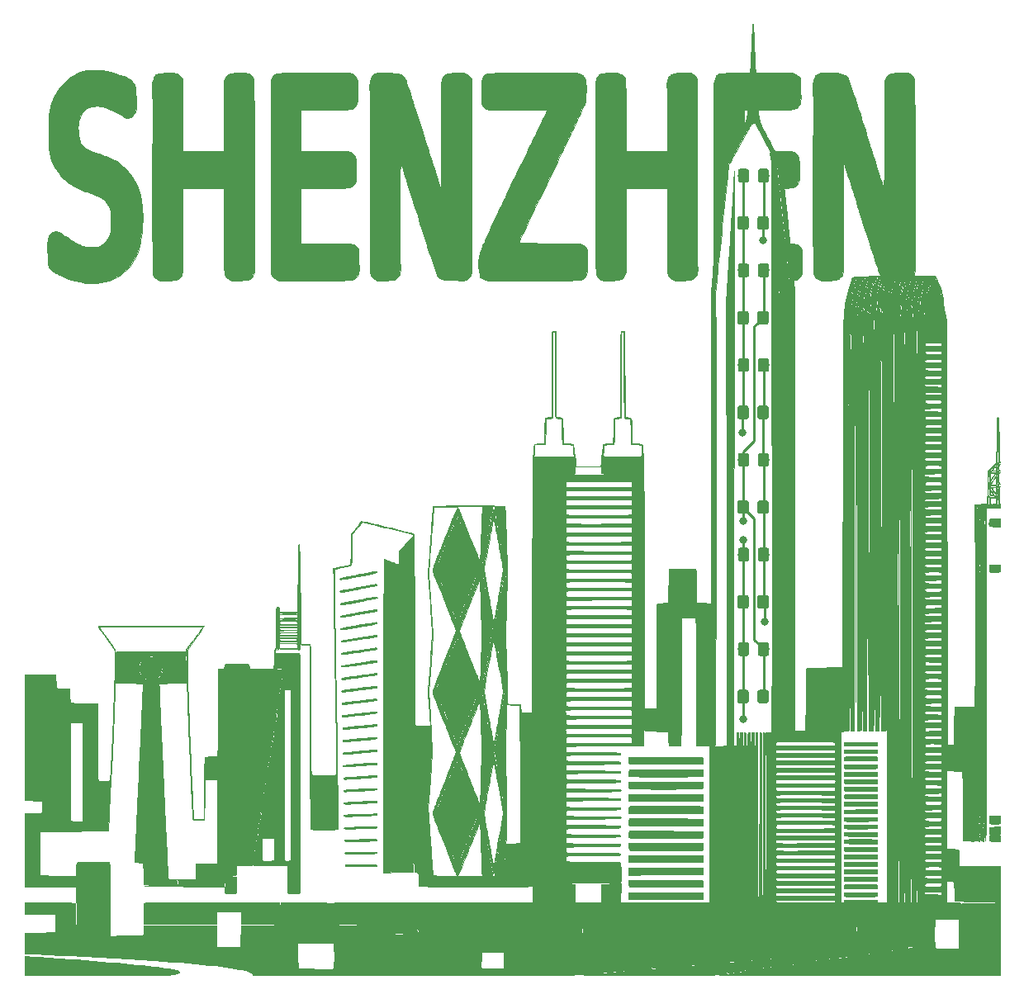
<source format=gbr>
G04 #@! TF.GenerationSoftware,KiCad,Pcbnew,5.0.0-fee4fd1~66~ubuntu16.04.1*
G04 #@! TF.CreationDate,2018-08-16T22:52:54+08:00*
G04 #@! TF.ProjectId,postcard,706F7374636172642E6B696361645F70,rev?*
G04 #@! TF.SameCoordinates,Original*
G04 #@! TF.FileFunction,Copper,L1,Top,Signal*
G04 #@! TF.FilePolarity,Positive*
%FSLAX46Y46*%
G04 Gerber Fmt 4.6, Leading zero omitted, Abs format (unit mm)*
G04 Created by KiCad (PCBNEW 5.0.0-fee4fd1~66~ubuntu16.04.1) date Thu Aug 16 22:52:54 2018*
%MOMM*%
%LPD*%
G01*
G04 APERTURE LIST*
G04 #@! TA.AperFunction,EtchedComponent*
%ADD10C,0.010000*%
G04 #@! TD*
G04 #@! TA.AperFunction,Conductor*
%ADD11C,0.100000*%
G04 #@! TD*
G04 #@! TA.AperFunction,SMDPad,CuDef*
%ADD12C,1.150000*%
G04 #@! TD*
G04 #@! TA.AperFunction,ViaPad*
%ADD13C,0.800000*%
G04 #@! TD*
G04 #@! TA.AperFunction,Conductor*
%ADD14C,0.250000*%
G04 #@! TD*
G04 APERTURE END LIST*
D10*
G04 #@! TO.C,G\002A\002A\002A*
G36*
X44423697Y-53149718D02*
X44454896Y-53212678D01*
X44500000Y-53309888D01*
X44556120Y-53435030D01*
X44620369Y-53581784D01*
X44673657Y-53705756D01*
X44720586Y-53817258D01*
X44781515Y-53964367D01*
X44854902Y-54143225D01*
X44939205Y-54349971D01*
X45032884Y-54580745D01*
X45134395Y-54831687D01*
X45242197Y-55098938D01*
X45354748Y-55378637D01*
X45470507Y-55666924D01*
X45587932Y-55959941D01*
X45705481Y-56253826D01*
X45821611Y-56544720D01*
X45934783Y-56828763D01*
X46043453Y-57102096D01*
X46146079Y-57360857D01*
X46241121Y-57601188D01*
X46327036Y-57819229D01*
X46402283Y-58011119D01*
X46465320Y-58172999D01*
X46514604Y-58301009D01*
X46548595Y-58391288D01*
X46565750Y-58439978D01*
X46567567Y-58447227D01*
X46558266Y-58478042D01*
X46531346Y-58552289D01*
X46488286Y-58666273D01*
X46430563Y-58816297D01*
X46359657Y-58998664D01*
X46277045Y-59209680D01*
X46184205Y-59445647D01*
X46082615Y-59702869D01*
X45973754Y-59977650D01*
X45859098Y-60266293D01*
X45740127Y-60565103D01*
X45618319Y-60870382D01*
X45495150Y-61178436D01*
X45372101Y-61485567D01*
X45250647Y-61788079D01*
X45132269Y-62082276D01*
X45018443Y-62364462D01*
X44910648Y-62630940D01*
X44810362Y-62878014D01*
X44719062Y-63101988D01*
X44638227Y-63299166D01*
X44569336Y-63465851D01*
X44513865Y-63598347D01*
X44473294Y-63692958D01*
X44449099Y-63745988D01*
X44447310Y-63749490D01*
X44412320Y-63816270D01*
X44331884Y-63656929D01*
X44310409Y-63609346D01*
X44271443Y-63517441D01*
X44216179Y-63384182D01*
X44145810Y-63212543D01*
X44061529Y-63005493D01*
X43964529Y-62766003D01*
X43856002Y-62497044D01*
X43737141Y-62201588D01*
X43609140Y-61882604D01*
X43473191Y-61543065D01*
X43330487Y-61185940D01*
X43182221Y-60814201D01*
X43029585Y-60430819D01*
X42873773Y-60038764D01*
X42715977Y-59641008D01*
X42557390Y-59240521D01*
X42475404Y-59033175D01*
X42242095Y-58442827D01*
X43093005Y-56312655D01*
X43295988Y-55805165D01*
X43480874Y-55344307D01*
X43647983Y-54929312D01*
X43797631Y-54559411D01*
X43930137Y-54233837D01*
X44045817Y-53951820D01*
X44144989Y-53712592D01*
X44227971Y-53515385D01*
X44295081Y-53359430D01*
X44346635Y-53243959D01*
X44382952Y-53168203D01*
X44404349Y-53131393D01*
X44409291Y-53127327D01*
X44423697Y-53149718D01*
X44423697Y-53149718D01*
G37*
X44423697Y-53149718D02*
X44454896Y-53212678D01*
X44500000Y-53309888D01*
X44556120Y-53435030D01*
X44620369Y-53581784D01*
X44673657Y-53705756D01*
X44720586Y-53817258D01*
X44781515Y-53964367D01*
X44854902Y-54143225D01*
X44939205Y-54349971D01*
X45032884Y-54580745D01*
X45134395Y-54831687D01*
X45242197Y-55098938D01*
X45354748Y-55378637D01*
X45470507Y-55666924D01*
X45587932Y-55959941D01*
X45705481Y-56253826D01*
X45821611Y-56544720D01*
X45934783Y-56828763D01*
X46043453Y-57102096D01*
X46146079Y-57360857D01*
X46241121Y-57601188D01*
X46327036Y-57819229D01*
X46402283Y-58011119D01*
X46465320Y-58172999D01*
X46514604Y-58301009D01*
X46548595Y-58391288D01*
X46565750Y-58439978D01*
X46567567Y-58447227D01*
X46558266Y-58478042D01*
X46531346Y-58552289D01*
X46488286Y-58666273D01*
X46430563Y-58816297D01*
X46359657Y-58998664D01*
X46277045Y-59209680D01*
X46184205Y-59445647D01*
X46082615Y-59702869D01*
X45973754Y-59977650D01*
X45859098Y-60266293D01*
X45740127Y-60565103D01*
X45618319Y-60870382D01*
X45495150Y-61178436D01*
X45372101Y-61485567D01*
X45250647Y-61788079D01*
X45132269Y-62082276D01*
X45018443Y-62364462D01*
X44910648Y-62630940D01*
X44810362Y-62878014D01*
X44719062Y-63101988D01*
X44638227Y-63299166D01*
X44569336Y-63465851D01*
X44513865Y-63598347D01*
X44473294Y-63692958D01*
X44449099Y-63745988D01*
X44447310Y-63749490D01*
X44412320Y-63816270D01*
X44331884Y-63656929D01*
X44310409Y-63609346D01*
X44271443Y-63517441D01*
X44216179Y-63384182D01*
X44145810Y-63212543D01*
X44061529Y-63005493D01*
X43964529Y-62766003D01*
X43856002Y-62497044D01*
X43737141Y-62201588D01*
X43609140Y-61882604D01*
X43473191Y-61543065D01*
X43330487Y-61185940D01*
X43182221Y-60814201D01*
X43029585Y-60430819D01*
X42873773Y-60038764D01*
X42715977Y-59641008D01*
X42557390Y-59240521D01*
X42475404Y-59033175D01*
X42242095Y-58442827D01*
X43093005Y-56312655D01*
X43295988Y-55805165D01*
X43480874Y-55344307D01*
X43647983Y-54929312D01*
X43797631Y-54559411D01*
X43930137Y-54233837D01*
X44045817Y-53951820D01*
X44144989Y-53712592D01*
X44227971Y-53515385D01*
X44295081Y-53359430D01*
X44346635Y-53243959D01*
X44382952Y-53168203D01*
X44404349Y-53131393D01*
X44409291Y-53127327D01*
X44423697Y-53149718D01*
G36*
X44444023Y-65608203D02*
X44476087Y-65670554D01*
X44520057Y-65765492D01*
X44572529Y-65885667D01*
X44630100Y-66023731D01*
X44630363Y-66024374D01*
X44683729Y-66155827D01*
X44750431Y-66321185D01*
X44828961Y-66516640D01*
X44917806Y-66738386D01*
X45015456Y-66982615D01*
X45120401Y-67245519D01*
X45231130Y-67523291D01*
X45346133Y-67812123D01*
X45463900Y-68108208D01*
X45582919Y-68407738D01*
X45701680Y-68706906D01*
X45818673Y-69001905D01*
X45932388Y-69288927D01*
X46041313Y-69564163D01*
X46143938Y-69823808D01*
X46238752Y-70064053D01*
X46324246Y-70281092D01*
X46398909Y-70471115D01*
X46461229Y-70630316D01*
X46509697Y-70754888D01*
X46542802Y-70841023D01*
X46559034Y-70884913D01*
X46560402Y-70889338D01*
X46552783Y-70919897D01*
X46527598Y-70993937D01*
X46486300Y-71107777D01*
X46430345Y-71257739D01*
X46361187Y-71440144D01*
X46280283Y-71651312D01*
X46189086Y-71887565D01*
X46089051Y-72145224D01*
X45981634Y-72420609D01*
X45868290Y-72710041D01*
X45750473Y-73009842D01*
X45629639Y-73316332D01*
X45507242Y-73625833D01*
X45384738Y-73934665D01*
X45263581Y-74239149D01*
X45145226Y-74535606D01*
X45031129Y-74820357D01*
X44922744Y-75089723D01*
X44821527Y-75340025D01*
X44728931Y-75567585D01*
X44646413Y-75768722D01*
X44575427Y-75939757D01*
X44517428Y-76077013D01*
X44473872Y-76176809D01*
X44446212Y-76235467D01*
X44445938Y-76235993D01*
X44413202Y-76298472D01*
X44373533Y-76236973D01*
X44360042Y-76213252D01*
X44341267Y-76175163D01*
X44316286Y-76120427D01*
X44284177Y-76046768D01*
X44244016Y-75951908D01*
X44194882Y-75833571D01*
X44135852Y-75689478D01*
X44066003Y-75517352D01*
X43984412Y-75314916D01*
X43890159Y-75079893D01*
X43782319Y-74810005D01*
X43659970Y-74502975D01*
X43522191Y-74156525D01*
X43368057Y-73768378D01*
X43196648Y-73336257D01*
X43110394Y-73118682D01*
X42241426Y-70926354D01*
X42997419Y-69025189D01*
X43189239Y-68543103D01*
X43363322Y-68106287D01*
X43520525Y-67712681D01*
X43661703Y-67360226D01*
X43787713Y-67046862D01*
X43899411Y-66770530D01*
X43997653Y-66529170D01*
X44083296Y-66320721D01*
X44157196Y-66143125D01*
X44220208Y-65994322D01*
X44273191Y-65872252D01*
X44316998Y-65774855D01*
X44352488Y-65700072D01*
X44380516Y-65645844D01*
X44401938Y-65610109D01*
X44417611Y-65590810D01*
X44427266Y-65585786D01*
X44444023Y-65608203D01*
X44444023Y-65608203D01*
G37*
X44444023Y-65608203D02*
X44476087Y-65670554D01*
X44520057Y-65765492D01*
X44572529Y-65885667D01*
X44630100Y-66023731D01*
X44630363Y-66024374D01*
X44683729Y-66155827D01*
X44750431Y-66321185D01*
X44828961Y-66516640D01*
X44917806Y-66738386D01*
X45015456Y-66982615D01*
X45120401Y-67245519D01*
X45231130Y-67523291D01*
X45346133Y-67812123D01*
X45463900Y-68108208D01*
X45582919Y-68407738D01*
X45701680Y-68706906D01*
X45818673Y-69001905D01*
X45932388Y-69288927D01*
X46041313Y-69564163D01*
X46143938Y-69823808D01*
X46238752Y-70064053D01*
X46324246Y-70281092D01*
X46398909Y-70471115D01*
X46461229Y-70630316D01*
X46509697Y-70754888D01*
X46542802Y-70841023D01*
X46559034Y-70884913D01*
X46560402Y-70889338D01*
X46552783Y-70919897D01*
X46527598Y-70993937D01*
X46486300Y-71107777D01*
X46430345Y-71257739D01*
X46361187Y-71440144D01*
X46280283Y-71651312D01*
X46189086Y-71887565D01*
X46089051Y-72145224D01*
X45981634Y-72420609D01*
X45868290Y-72710041D01*
X45750473Y-73009842D01*
X45629639Y-73316332D01*
X45507242Y-73625833D01*
X45384738Y-73934665D01*
X45263581Y-74239149D01*
X45145226Y-74535606D01*
X45031129Y-74820357D01*
X44922744Y-75089723D01*
X44821527Y-75340025D01*
X44728931Y-75567585D01*
X44646413Y-75768722D01*
X44575427Y-75939757D01*
X44517428Y-76077013D01*
X44473872Y-76176809D01*
X44446212Y-76235467D01*
X44445938Y-76235993D01*
X44413202Y-76298472D01*
X44373533Y-76236973D01*
X44360042Y-76213252D01*
X44341267Y-76175163D01*
X44316286Y-76120427D01*
X44284177Y-76046768D01*
X44244016Y-75951908D01*
X44194882Y-75833571D01*
X44135852Y-75689478D01*
X44066003Y-75517352D01*
X43984412Y-75314916D01*
X43890159Y-75079893D01*
X43782319Y-74810005D01*
X43659970Y-74502975D01*
X43522191Y-74156525D01*
X43368057Y-73768378D01*
X43196648Y-73336257D01*
X43110394Y-73118682D01*
X42241426Y-70926354D01*
X42997419Y-69025189D01*
X43189239Y-68543103D01*
X43363322Y-68106287D01*
X43520525Y-67712681D01*
X43661703Y-67360226D01*
X43787713Y-67046862D01*
X43899411Y-66770530D01*
X43997653Y-66529170D01*
X44083296Y-66320721D01*
X44157196Y-66143125D01*
X44220208Y-65994322D01*
X44273191Y-65872252D01*
X44316998Y-65774855D01*
X44352488Y-65700072D01*
X44380516Y-65645844D01*
X44401938Y-65610109D01*
X44417611Y-65590810D01*
X44427266Y-65585786D01*
X44444023Y-65608203D01*
G36*
X44417221Y-78106089D02*
X44450742Y-78164433D01*
X44498973Y-78261845D01*
X44559910Y-78394216D01*
X44631554Y-78557441D01*
X44659057Y-78621730D01*
X44705932Y-78733390D01*
X44766825Y-78880674D01*
X44840201Y-79059739D01*
X44924525Y-79266742D01*
X45018262Y-79497842D01*
X45119877Y-79749196D01*
X45227836Y-80016960D01*
X45340604Y-80297294D01*
X45456646Y-80586354D01*
X45574427Y-80880297D01*
X45692413Y-81175282D01*
X45809068Y-81467465D01*
X45922859Y-81753005D01*
X46032250Y-82028058D01*
X46135706Y-82288783D01*
X46231694Y-82531336D01*
X46318677Y-82751876D01*
X46395121Y-82946559D01*
X46459492Y-83111544D01*
X46510254Y-83242987D01*
X46545873Y-83337047D01*
X46564814Y-83389880D01*
X46567567Y-83399926D01*
X46558326Y-83429433D01*
X46531581Y-83502422D01*
X46488804Y-83615196D01*
X46431465Y-83764057D01*
X46361034Y-83945310D01*
X46278982Y-84155258D01*
X46186778Y-84390203D01*
X46085895Y-84646448D01*
X45977801Y-84920298D01*
X45863968Y-85208055D01*
X45745865Y-85506021D01*
X45624963Y-85810501D01*
X45502733Y-86117798D01*
X45380646Y-86424214D01*
X45260170Y-86726053D01*
X45142777Y-87019618D01*
X45029938Y-87301212D01*
X44923122Y-87567138D01*
X44823800Y-87813700D01*
X44733443Y-88037200D01*
X44653521Y-88233942D01*
X44585504Y-88400229D01*
X44530862Y-88532364D01*
X44491067Y-88626651D01*
X44468051Y-88678428D01*
X44434971Y-88737690D01*
X44407192Y-88771071D01*
X44400794Y-88773774D01*
X44378880Y-88752508D01*
X44348156Y-88698649D01*
X44333073Y-88665716D01*
X44317613Y-88627851D01*
X44284679Y-88545920D01*
X44235547Y-88423124D01*
X44171490Y-88262664D01*
X44093783Y-88067743D01*
X44003702Y-87841561D01*
X43902520Y-87587321D01*
X43791512Y-87308224D01*
X43671952Y-87007472D01*
X43545116Y-86688267D01*
X43412278Y-86353810D01*
X43274713Y-86007303D01*
X43263993Y-85980293D01*
X42241013Y-83402928D01*
X43146621Y-81136749D01*
X43333888Y-80668520D01*
X43503265Y-80245857D01*
X43655477Y-79867004D01*
X43791246Y-79530204D01*
X43911295Y-79233702D01*
X44016347Y-78975741D01*
X44107124Y-78754564D01*
X44184351Y-78568416D01*
X44248750Y-78415540D01*
X44301043Y-78294180D01*
X44341954Y-78202580D01*
X44372206Y-78138983D01*
X44392522Y-78101633D01*
X44400410Y-78090921D01*
X44417221Y-78106089D01*
X44417221Y-78106089D01*
G37*
X44417221Y-78106089D02*
X44450742Y-78164433D01*
X44498973Y-78261845D01*
X44559910Y-78394216D01*
X44631554Y-78557441D01*
X44659057Y-78621730D01*
X44705932Y-78733390D01*
X44766825Y-78880674D01*
X44840201Y-79059739D01*
X44924525Y-79266742D01*
X45018262Y-79497842D01*
X45119877Y-79749196D01*
X45227836Y-80016960D01*
X45340604Y-80297294D01*
X45456646Y-80586354D01*
X45574427Y-80880297D01*
X45692413Y-81175282D01*
X45809068Y-81467465D01*
X45922859Y-81753005D01*
X46032250Y-82028058D01*
X46135706Y-82288783D01*
X46231694Y-82531336D01*
X46318677Y-82751876D01*
X46395121Y-82946559D01*
X46459492Y-83111544D01*
X46510254Y-83242987D01*
X46545873Y-83337047D01*
X46564814Y-83389880D01*
X46567567Y-83399926D01*
X46558326Y-83429433D01*
X46531581Y-83502422D01*
X46488804Y-83615196D01*
X46431465Y-83764057D01*
X46361034Y-83945310D01*
X46278982Y-84155258D01*
X46186778Y-84390203D01*
X46085895Y-84646448D01*
X45977801Y-84920298D01*
X45863968Y-85208055D01*
X45745865Y-85506021D01*
X45624963Y-85810501D01*
X45502733Y-86117798D01*
X45380646Y-86424214D01*
X45260170Y-86726053D01*
X45142777Y-87019618D01*
X45029938Y-87301212D01*
X44923122Y-87567138D01*
X44823800Y-87813700D01*
X44733443Y-88037200D01*
X44653521Y-88233942D01*
X44585504Y-88400229D01*
X44530862Y-88532364D01*
X44491067Y-88626651D01*
X44468051Y-88678428D01*
X44434971Y-88737690D01*
X44407192Y-88771071D01*
X44400794Y-88773774D01*
X44378880Y-88752508D01*
X44348156Y-88698649D01*
X44333073Y-88665716D01*
X44317613Y-88627851D01*
X44284679Y-88545920D01*
X44235547Y-88423124D01*
X44171490Y-88262664D01*
X44093783Y-88067743D01*
X44003702Y-87841561D01*
X43902520Y-87587321D01*
X43791512Y-87308224D01*
X43671952Y-87007472D01*
X43545116Y-86688267D01*
X43412278Y-86353810D01*
X43274713Y-86007303D01*
X43263993Y-85980293D01*
X42241013Y-83402928D01*
X43146621Y-81136749D01*
X43333888Y-80668520D01*
X43503265Y-80245857D01*
X43655477Y-79867004D01*
X43791246Y-79530204D01*
X43911295Y-79233702D01*
X44016347Y-78975741D01*
X44107124Y-78754564D01*
X44184351Y-78568416D01*
X44248750Y-78415540D01*
X44301043Y-78294180D01*
X44341954Y-78202580D01*
X44372206Y-78138983D01*
X44392522Y-78101633D01*
X44400410Y-78090921D01*
X44417221Y-78106089D01*
G36*
X13492305Y-67472809D02*
X13698440Y-67601571D01*
X13870162Y-67764549D01*
X14004005Y-67956213D01*
X14096503Y-68171035D01*
X14144191Y-68403485D01*
X14150150Y-68522422D01*
X14126090Y-68764579D01*
X14056410Y-68989924D01*
X13944860Y-69193824D01*
X13795192Y-69371647D01*
X13611157Y-69518761D01*
X13396506Y-69630532D01*
X13203314Y-69691850D01*
X13034140Y-69721733D01*
X12884085Y-69723388D01*
X12729911Y-69696724D01*
X12703670Y-69689922D01*
X12462374Y-69602036D01*
X12255038Y-69478180D01*
X12083715Y-69320235D01*
X11950459Y-69130080D01*
X11859476Y-68916516D01*
X11819393Y-68728040D01*
X11806403Y-68518123D01*
X11820506Y-68308355D01*
X11859538Y-68127135D01*
X11951835Y-67914759D01*
X12085524Y-67727702D01*
X12254874Y-67572176D01*
X12454151Y-67454394D01*
X12497497Y-67435750D01*
X12564730Y-67411440D01*
X12632417Y-67395092D01*
X12713033Y-67385196D01*
X12819054Y-67380246D01*
X12962953Y-67378733D01*
X12969186Y-67378724D01*
X13301036Y-67378278D01*
X13492305Y-67472809D01*
X13492305Y-67472809D01*
G37*
X13492305Y-67472809D02*
X13698440Y-67601571D01*
X13870162Y-67764549D01*
X14004005Y-67956213D01*
X14096503Y-68171035D01*
X14144191Y-68403485D01*
X14150150Y-68522422D01*
X14126090Y-68764579D01*
X14056410Y-68989924D01*
X13944860Y-69193824D01*
X13795192Y-69371647D01*
X13611157Y-69518761D01*
X13396506Y-69630532D01*
X13203314Y-69691850D01*
X13034140Y-69721733D01*
X12884085Y-69723388D01*
X12729911Y-69696724D01*
X12703670Y-69689922D01*
X12462374Y-69602036D01*
X12255038Y-69478180D01*
X12083715Y-69320235D01*
X11950459Y-69130080D01*
X11859476Y-68916516D01*
X11819393Y-68728040D01*
X11806403Y-68518123D01*
X11820506Y-68308355D01*
X11859538Y-68127135D01*
X11951835Y-67914759D01*
X12085524Y-67727702D01*
X12254874Y-67572176D01*
X12454151Y-67454394D01*
X12497497Y-67435750D01*
X12564730Y-67411440D01*
X12632417Y-67395092D01*
X12713033Y-67385196D01*
X12819054Y-67380246D01*
X12962953Y-67378733D01*
X12969186Y-67378724D01*
X13301036Y-67378278D01*
X13492305Y-67472809D01*
G36*
X74696239Y-4590190D02*
X74700285Y-4643447D01*
X74706177Y-4743815D01*
X74713753Y-4887592D01*
X74722851Y-5071077D01*
X74733308Y-5290571D01*
X74744964Y-5542371D01*
X74757655Y-5822777D01*
X74771219Y-6128088D01*
X74785495Y-6454604D01*
X74800321Y-6798623D01*
X74815534Y-7156445D01*
X74830973Y-7524368D01*
X74846475Y-7898692D01*
X74861879Y-8275716D01*
X74877022Y-8651739D01*
X74891742Y-9023060D01*
X74903302Y-9319319D01*
X74916530Y-9662564D01*
X74927904Y-9958726D01*
X74937701Y-10211527D01*
X74946197Y-10424693D01*
X74953671Y-10601944D01*
X74960401Y-10747006D01*
X74966663Y-10863600D01*
X74972735Y-10955450D01*
X74978896Y-11026279D01*
X74985422Y-11079811D01*
X74992590Y-11119768D01*
X75000680Y-11149873D01*
X75009967Y-11173850D01*
X75020730Y-11195422D01*
X75033246Y-11218312D01*
X75046796Y-11244235D01*
X75085224Y-11329099D01*
X75111663Y-11402222D01*
X75119835Y-11442342D01*
X75116906Y-11486632D01*
X75104094Y-11519200D01*
X75074483Y-11542105D01*
X75021157Y-11557404D01*
X74937199Y-11567153D01*
X74815694Y-11573410D01*
X74664207Y-11577865D01*
X74255856Y-11588258D01*
X74255856Y-11461522D01*
X74267622Y-11351042D01*
X74305548Y-11271657D01*
X74307690Y-11268889D01*
X74320865Y-11249395D01*
X74332826Y-11224099D01*
X74343780Y-11189959D01*
X74353930Y-11143934D01*
X74363481Y-11082984D01*
X74372637Y-11004068D01*
X74381604Y-10904143D01*
X74390584Y-10780171D01*
X74399783Y-10629109D01*
X74409406Y-10447917D01*
X74419657Y-10233553D01*
X74430740Y-9982977D01*
X74442860Y-9693147D01*
X74456221Y-9361023D01*
X74471028Y-8983564D01*
X74484105Y-8645545D01*
X74507531Y-8041899D01*
X74529477Y-7485398D01*
X74549928Y-6976400D01*
X74568867Y-6515258D01*
X74586281Y-6102329D01*
X74602152Y-5737968D01*
X74616466Y-5422530D01*
X74629206Y-5156370D01*
X74640358Y-4939844D01*
X74649905Y-4773307D01*
X74657832Y-4657114D01*
X74660228Y-4628328D01*
X74678422Y-4424925D01*
X74696239Y-4590190D01*
X74696239Y-4590190D01*
G37*
X74696239Y-4590190D02*
X74700285Y-4643447D01*
X74706177Y-4743815D01*
X74713753Y-4887592D01*
X74722851Y-5071077D01*
X74733308Y-5290571D01*
X74744964Y-5542371D01*
X74757655Y-5822777D01*
X74771219Y-6128088D01*
X74785495Y-6454604D01*
X74800321Y-6798623D01*
X74815534Y-7156445D01*
X74830973Y-7524368D01*
X74846475Y-7898692D01*
X74861879Y-8275716D01*
X74877022Y-8651739D01*
X74891742Y-9023060D01*
X74903302Y-9319319D01*
X74916530Y-9662564D01*
X74927904Y-9958726D01*
X74937701Y-10211527D01*
X74946197Y-10424693D01*
X74953671Y-10601944D01*
X74960401Y-10747006D01*
X74966663Y-10863600D01*
X74972735Y-10955450D01*
X74978896Y-11026279D01*
X74985422Y-11079811D01*
X74992590Y-11119768D01*
X75000680Y-11149873D01*
X75009967Y-11173850D01*
X75020730Y-11195422D01*
X75033246Y-11218312D01*
X75046796Y-11244235D01*
X75085224Y-11329099D01*
X75111663Y-11402222D01*
X75119835Y-11442342D01*
X75116906Y-11486632D01*
X75104094Y-11519200D01*
X75074483Y-11542105D01*
X75021157Y-11557404D01*
X74937199Y-11567153D01*
X74815694Y-11573410D01*
X74664207Y-11577865D01*
X74255856Y-11588258D01*
X74255856Y-11461522D01*
X74267622Y-11351042D01*
X74305548Y-11271657D01*
X74307690Y-11268889D01*
X74320865Y-11249395D01*
X74332826Y-11224099D01*
X74343780Y-11189959D01*
X74353930Y-11143934D01*
X74363481Y-11082984D01*
X74372637Y-11004068D01*
X74381604Y-10904143D01*
X74390584Y-10780171D01*
X74399783Y-10629109D01*
X74409406Y-10447917D01*
X74419657Y-10233553D01*
X74430740Y-9982977D01*
X74442860Y-9693147D01*
X74456221Y-9361023D01*
X74471028Y-8983564D01*
X74484105Y-8645545D01*
X74507531Y-8041899D01*
X74529477Y-7485398D01*
X74549928Y-6976400D01*
X74568867Y-6515258D01*
X74586281Y-6102329D01*
X74602152Y-5737968D01*
X74616466Y-5422530D01*
X74629206Y-5156370D01*
X74640358Y-4939844D01*
X74649905Y-4773307D01*
X74657832Y-4657114D01*
X74660228Y-4628328D01*
X74678422Y-4424925D01*
X74696239Y-4590190D01*
G36*
X98356687Y-53329425D02*
X98373752Y-53402151D01*
X98381428Y-53524033D01*
X98381703Y-53610410D01*
X98375977Y-53756217D01*
X98362080Y-53856186D01*
X98339075Y-53914814D01*
X98314120Y-53934766D01*
X98284422Y-53921317D01*
X98255664Y-53874568D01*
X98255078Y-53873088D01*
X98240415Y-53804212D01*
X98236593Y-53711197D01*
X98242019Y-53606113D01*
X98255096Y-53501026D01*
X98274230Y-53408007D01*
X98297824Y-53339122D01*
X98324284Y-53306440D01*
X98330139Y-53305305D01*
X98356687Y-53329425D01*
X98356687Y-53329425D01*
G37*
X98356687Y-53329425D02*
X98373752Y-53402151D01*
X98381428Y-53524033D01*
X98381703Y-53610410D01*
X98375977Y-53756217D01*
X98362080Y-53856186D01*
X98339075Y-53914814D01*
X98314120Y-53934766D01*
X98284422Y-53921317D01*
X98255664Y-53874568D01*
X98255078Y-53873088D01*
X98240415Y-53804212D01*
X98236593Y-53711197D01*
X98242019Y-53606113D01*
X98255096Y-53501026D01*
X98274230Y-53408007D01*
X98297824Y-53339122D01*
X98324284Y-53306440D01*
X98330139Y-53305305D01*
X98356687Y-53329425D01*
G36*
X97888152Y-53313199D02*
X97909472Y-53393497D01*
X97922022Y-53523671D01*
X97923219Y-53549071D01*
X97925501Y-53661298D01*
X97923464Y-53764975D01*
X97917574Y-53841192D01*
X97915711Y-53852916D01*
X97891040Y-53918825D01*
X97854839Y-53939371D01*
X97814365Y-53912417D01*
X97798394Y-53887463D01*
X97785297Y-53835716D01*
X97778242Y-53750486D01*
X97776747Y-53645539D01*
X97780332Y-53534643D01*
X97788515Y-53431564D01*
X97800816Y-53350070D01*
X97816754Y-53303928D01*
X97818869Y-53301439D01*
X97857979Y-53282579D01*
X97888152Y-53313199D01*
X97888152Y-53313199D01*
G37*
X97888152Y-53313199D02*
X97909472Y-53393497D01*
X97922022Y-53523671D01*
X97923219Y-53549071D01*
X97925501Y-53661298D01*
X97923464Y-53764975D01*
X97917574Y-53841192D01*
X97915711Y-53852916D01*
X97891040Y-53918825D01*
X97854839Y-53939371D01*
X97814365Y-53912417D01*
X97798394Y-53887463D01*
X97785297Y-53835716D01*
X97778242Y-53750486D01*
X97776747Y-53645539D01*
X97780332Y-53534643D01*
X97788515Y-53431564D01*
X97800816Y-53350070D01*
X97816754Y-53303928D01*
X97818869Y-53301439D01*
X97857979Y-53282579D01*
X97888152Y-53313199D01*
G36*
X98343911Y-57987170D02*
X98364707Y-58062046D01*
X98377452Y-58185773D01*
X98380256Y-58245423D01*
X98380110Y-58396186D01*
X98368335Y-58511826D01*
X98345849Y-58587583D01*
X98313571Y-58618696D01*
X98308140Y-58619219D01*
X98277179Y-58598771D01*
X98263016Y-58574725D01*
X98252077Y-58521539D01*
X98245756Y-58435853D01*
X98243749Y-58330963D01*
X98245754Y-58220165D01*
X98251470Y-58116756D01*
X98260595Y-58034030D01*
X98272827Y-57985285D01*
X98276526Y-57979770D01*
X98314654Y-57960095D01*
X98343911Y-57987170D01*
X98343911Y-57987170D01*
G37*
X98343911Y-57987170D02*
X98364707Y-58062046D01*
X98377452Y-58185773D01*
X98380256Y-58245423D01*
X98380110Y-58396186D01*
X98368335Y-58511826D01*
X98345849Y-58587583D01*
X98313571Y-58618696D01*
X98308140Y-58619219D01*
X98277179Y-58598771D01*
X98263016Y-58574725D01*
X98252077Y-58521539D01*
X98245756Y-58435853D01*
X98243749Y-58330963D01*
X98245754Y-58220165D01*
X98251470Y-58116756D01*
X98260595Y-58034030D01*
X98272827Y-57985285D01*
X98276526Y-57979770D01*
X98314654Y-57960095D01*
X98343911Y-57987170D01*
G36*
X97870305Y-57980658D02*
X97889104Y-58060275D01*
X97904229Y-58156668D01*
X97915662Y-58288586D01*
X97913400Y-58407582D01*
X97898771Y-58503869D01*
X97873107Y-58567659D01*
X97845532Y-58588715D01*
X97817083Y-58581821D01*
X97797845Y-58541376D01*
X97785469Y-58477451D01*
X97780078Y-58390160D01*
X97783369Y-58277764D01*
X97794115Y-58168869D01*
X97814272Y-58045708D01*
X97833369Y-57973321D01*
X97851887Y-57951656D01*
X97870305Y-57980658D01*
X97870305Y-57980658D01*
G37*
X97870305Y-57980658D02*
X97889104Y-58060275D01*
X97904229Y-58156668D01*
X97915662Y-58288586D01*
X97913400Y-58407582D01*
X97898771Y-58503869D01*
X97873107Y-58567659D01*
X97845532Y-58588715D01*
X97817083Y-58581821D01*
X97797845Y-58541376D01*
X97785469Y-58477451D01*
X97780078Y-58390160D01*
X97783369Y-58277764D01*
X97794115Y-58168869D01*
X97814272Y-58045708D01*
X97833369Y-57973321D01*
X97851887Y-57951656D01*
X97870305Y-57980658D01*
G36*
X98356687Y-83763659D02*
X98373752Y-83836385D01*
X98381428Y-83958267D01*
X98381703Y-84044645D01*
X98375977Y-84190451D01*
X98362080Y-84290421D01*
X98339075Y-84349049D01*
X98314120Y-84369000D01*
X98284422Y-84355551D01*
X98255664Y-84308802D01*
X98255078Y-84307322D01*
X98240415Y-84238446D01*
X98236593Y-84145431D01*
X98242019Y-84040347D01*
X98255096Y-83935261D01*
X98274230Y-83842241D01*
X98297824Y-83773356D01*
X98324284Y-83740674D01*
X98330139Y-83739539D01*
X98356687Y-83763659D01*
X98356687Y-83763659D01*
G37*
X98356687Y-83763659D02*
X98373752Y-83836385D01*
X98381428Y-83958267D01*
X98381703Y-84044645D01*
X98375977Y-84190451D01*
X98362080Y-84290421D01*
X98339075Y-84349049D01*
X98314120Y-84369000D01*
X98284422Y-84355551D01*
X98255664Y-84308802D01*
X98255078Y-84307322D01*
X98240415Y-84238446D01*
X98236593Y-84145431D01*
X98242019Y-84040347D01*
X98255096Y-83935261D01*
X98274230Y-83842241D01*
X98297824Y-83773356D01*
X98324284Y-83740674D01*
X98330139Y-83739539D01*
X98356687Y-83763659D01*
G36*
X97871737Y-83790205D02*
X97887053Y-83853868D01*
X97902665Y-83960932D01*
X97908984Y-84013852D01*
X97922114Y-84166453D01*
X97920584Y-84274292D01*
X97903737Y-84341492D01*
X97870913Y-84372179D01*
X97851318Y-84375175D01*
X97811930Y-84358490D01*
X97788638Y-84302266D01*
X97786016Y-84289418D01*
X97782103Y-84230931D01*
X97784284Y-84143815D01*
X97791219Y-84042119D01*
X97801565Y-83939891D01*
X97813979Y-83851180D01*
X97827119Y-83790035D01*
X97835486Y-83771654D01*
X97855090Y-83764587D01*
X97871737Y-83790205D01*
X97871737Y-83790205D01*
G37*
X97871737Y-83790205D02*
X97887053Y-83853868D01*
X97902665Y-83960932D01*
X97908984Y-84013852D01*
X97922114Y-84166453D01*
X97920584Y-84274292D01*
X97903737Y-84341492D01*
X97870913Y-84372179D01*
X97851318Y-84375175D01*
X97811930Y-84358490D01*
X97788638Y-84302266D01*
X97786016Y-84289418D01*
X97782103Y-84230931D01*
X97784284Y-84143815D01*
X97791219Y-84042119D01*
X97801565Y-83939891D01*
X97813979Y-83851180D01*
X97827119Y-83790035D01*
X97835486Y-83771654D01*
X97855090Y-83764587D01*
X97871737Y-83790205D01*
G36*
X98356687Y-84882378D02*
X98373752Y-84955104D01*
X98381428Y-85076986D01*
X98381703Y-85163363D01*
X98375977Y-85309170D01*
X98362080Y-85409139D01*
X98339075Y-85467767D01*
X98314120Y-85487719D01*
X98284422Y-85474270D01*
X98255664Y-85427521D01*
X98255078Y-85426041D01*
X98240415Y-85357164D01*
X98236593Y-85264150D01*
X98242019Y-85159066D01*
X98255096Y-85053979D01*
X98274230Y-84960960D01*
X98297824Y-84892075D01*
X98324284Y-84859393D01*
X98330139Y-84858258D01*
X98356687Y-84882378D01*
X98356687Y-84882378D01*
G37*
X98356687Y-84882378D02*
X98373752Y-84955104D01*
X98381428Y-85076986D01*
X98381703Y-85163363D01*
X98375977Y-85309170D01*
X98362080Y-85409139D01*
X98339075Y-85467767D01*
X98314120Y-85487719D01*
X98284422Y-85474270D01*
X98255664Y-85427521D01*
X98255078Y-85426041D01*
X98240415Y-85357164D01*
X98236593Y-85264150D01*
X98242019Y-85159066D01*
X98255096Y-85053979D01*
X98274230Y-84960960D01*
X98297824Y-84892075D01*
X98324284Y-84859393D01*
X98330139Y-84858258D01*
X98356687Y-84882378D01*
G36*
X97894721Y-84868375D02*
X97906751Y-84904994D01*
X97915645Y-84978829D01*
X97921211Y-85076331D01*
X97923254Y-85183948D01*
X97921581Y-85288132D01*
X97915998Y-85375333D01*
X97906310Y-85432000D01*
X97902907Y-85440416D01*
X97862640Y-85487154D01*
X97823605Y-85485575D01*
X97793491Y-85437803D01*
X97786016Y-85408137D01*
X97781430Y-85341902D01*
X97783881Y-85244359D01*
X97792779Y-85134472D01*
X97795242Y-85112994D01*
X97816223Y-84979485D01*
X97840860Y-84894698D01*
X97868857Y-84859357D01*
X97894721Y-84868375D01*
X97894721Y-84868375D01*
G37*
X97894721Y-84868375D02*
X97906751Y-84904994D01*
X97915645Y-84978829D01*
X97921211Y-85076331D01*
X97923254Y-85183948D01*
X97921581Y-85288132D01*
X97915998Y-85375333D01*
X97906310Y-85432000D01*
X97902907Y-85440416D01*
X97862640Y-85487154D01*
X97823605Y-85485575D01*
X97793491Y-85437803D01*
X97786016Y-85408137D01*
X97781430Y-85341902D01*
X97783881Y-85244359D01*
X97792779Y-85134472D01*
X97795242Y-85112994D01*
X97816223Y-84979485D01*
X97840860Y-84894698D01*
X97868857Y-84859357D01*
X97894721Y-84868375D01*
G36*
X48112441Y-52288993D02*
X48126819Y-52349624D01*
X48147952Y-52448725D01*
X48176005Y-52587185D01*
X48211148Y-52765893D01*
X48253546Y-52985737D01*
X48303368Y-53247606D01*
X48360781Y-53552388D01*
X48425952Y-53900973D01*
X48499048Y-54294248D01*
X48580238Y-54733102D01*
X48669687Y-55218424D01*
X48767564Y-55751102D01*
X48874036Y-56332025D01*
X48989270Y-56962081D01*
X48994308Y-56989649D01*
X49260999Y-58449269D01*
X48932827Y-60244104D01*
X48870989Y-60582716D01*
X48805912Y-60939808D01*
X48739135Y-61306893D01*
X48672197Y-61675481D01*
X48606638Y-62037084D01*
X48543995Y-62383214D01*
X48485809Y-62705381D01*
X48433617Y-62995097D01*
X48388958Y-63243874D01*
X48386186Y-63259359D01*
X48342179Y-63504835D01*
X48300371Y-63737368D01*
X48261716Y-63951693D01*
X48227169Y-64142544D01*
X48197687Y-64304655D01*
X48174225Y-64432760D01*
X48157737Y-64521593D01*
X48149180Y-64565887D01*
X48148983Y-64566814D01*
X48125493Y-64632514D01*
X48094645Y-64665987D01*
X48064726Y-64659359D01*
X48059262Y-64652014D01*
X48051203Y-64621687D01*
X48036085Y-64548895D01*
X48015370Y-64441302D01*
X47990522Y-64306575D01*
X47963004Y-64152379D01*
X47953437Y-64097668D01*
X47935647Y-63996704D01*
X47909472Y-63850018D01*
X47875691Y-63661905D01*
X47835082Y-63436662D01*
X47788425Y-63178585D01*
X47736497Y-62891971D01*
X47680078Y-62581114D01*
X47619946Y-62250312D01*
X47556880Y-61903860D01*
X47491658Y-61546055D01*
X47425060Y-61181193D01*
X47393182Y-61006720D01*
X46925684Y-58448976D01*
X46927416Y-58439489D01*
X47084522Y-58439489D01*
X47549503Y-60989264D01*
X47614163Y-61343836D01*
X47676447Y-61685382D01*
X47735723Y-62010440D01*
X47791361Y-62315550D01*
X47842729Y-62597248D01*
X47889197Y-62852074D01*
X47930131Y-63076566D01*
X47964903Y-63267262D01*
X47992880Y-63420702D01*
X48013431Y-63533422D01*
X48025925Y-63601963D01*
X48029515Y-63621672D01*
X48051265Y-63683760D01*
X48089556Y-63704220D01*
X48093093Y-63704304D01*
X48132817Y-63686498D01*
X48155557Y-63627633D01*
X48156691Y-63621672D01*
X48163273Y-63585569D01*
X48178348Y-63502904D01*
X48201284Y-63377137D01*
X48231449Y-63211731D01*
X48268213Y-63010147D01*
X48310944Y-62775849D01*
X48359011Y-62512298D01*
X48411781Y-62222957D01*
X48468625Y-61911286D01*
X48528909Y-61580750D01*
X48592004Y-61234809D01*
X48636645Y-60990049D01*
X49101546Y-58441059D01*
X49003154Y-57900860D01*
X48958073Y-57653890D01*
X48908173Y-57381486D01*
X48854369Y-57088573D01*
X48797576Y-56780074D01*
X48738705Y-56460915D01*
X48678673Y-56136020D01*
X48618392Y-55810314D01*
X48558776Y-55488722D01*
X48500740Y-55176168D01*
X48445197Y-54877576D01*
X48393061Y-54597872D01*
X48345246Y-54341980D01*
X48302665Y-54114825D01*
X48266234Y-53921331D01*
X48236865Y-53766423D01*
X48215473Y-53655025D01*
X48210451Y-53629318D01*
X48176996Y-53462023D01*
X48150779Y-53339171D01*
X48130113Y-53255143D01*
X48113310Y-53204320D01*
X48098684Y-53181084D01*
X48084545Y-53179816D01*
X48077196Y-53185600D01*
X48071170Y-53198181D01*
X48062350Y-53227720D01*
X48050366Y-53276171D01*
X48034846Y-53345488D01*
X48015419Y-53437626D01*
X47991713Y-53554539D01*
X47963357Y-53698181D01*
X47929980Y-53870507D01*
X47891210Y-54073471D01*
X47846675Y-54309027D01*
X47796005Y-54579130D01*
X47738828Y-54885734D01*
X47674772Y-55230793D01*
X47603467Y-55616262D01*
X47524540Y-56044095D01*
X47437620Y-56516246D01*
X47342337Y-57034670D01*
X47246480Y-57556832D01*
X47084522Y-58439489D01*
X46927416Y-58439489D01*
X47027386Y-57892106D01*
X47154959Y-57194094D01*
X47273704Y-56545456D01*
X47383750Y-55945511D01*
X47485223Y-55393577D01*
X47578252Y-54888971D01*
X47662964Y-54431012D01*
X47739487Y-54019017D01*
X47807949Y-53652306D01*
X47868477Y-53330196D01*
X47921200Y-53052006D01*
X47966245Y-52817053D01*
X48003740Y-52624655D01*
X48033812Y-52474132D01*
X48056589Y-52364800D01*
X48072200Y-52295979D01*
X48080771Y-52266985D01*
X48081378Y-52266102D01*
X48104649Y-52265944D01*
X48112441Y-52288993D01*
X48112441Y-52288993D01*
G37*
X48112441Y-52288993D02*
X48126819Y-52349624D01*
X48147952Y-52448725D01*
X48176005Y-52587185D01*
X48211148Y-52765893D01*
X48253546Y-52985737D01*
X48303368Y-53247606D01*
X48360781Y-53552388D01*
X48425952Y-53900973D01*
X48499048Y-54294248D01*
X48580238Y-54733102D01*
X48669687Y-55218424D01*
X48767564Y-55751102D01*
X48874036Y-56332025D01*
X48989270Y-56962081D01*
X48994308Y-56989649D01*
X49260999Y-58449269D01*
X48932827Y-60244104D01*
X48870989Y-60582716D01*
X48805912Y-60939808D01*
X48739135Y-61306893D01*
X48672197Y-61675481D01*
X48606638Y-62037084D01*
X48543995Y-62383214D01*
X48485809Y-62705381D01*
X48433617Y-62995097D01*
X48388958Y-63243874D01*
X48386186Y-63259359D01*
X48342179Y-63504835D01*
X48300371Y-63737368D01*
X48261716Y-63951693D01*
X48227169Y-64142544D01*
X48197687Y-64304655D01*
X48174225Y-64432760D01*
X48157737Y-64521593D01*
X48149180Y-64565887D01*
X48148983Y-64566814D01*
X48125493Y-64632514D01*
X48094645Y-64665987D01*
X48064726Y-64659359D01*
X48059262Y-64652014D01*
X48051203Y-64621687D01*
X48036085Y-64548895D01*
X48015370Y-64441302D01*
X47990522Y-64306575D01*
X47963004Y-64152379D01*
X47953437Y-64097668D01*
X47935647Y-63996704D01*
X47909472Y-63850018D01*
X47875691Y-63661905D01*
X47835082Y-63436662D01*
X47788425Y-63178585D01*
X47736497Y-62891971D01*
X47680078Y-62581114D01*
X47619946Y-62250312D01*
X47556880Y-61903860D01*
X47491658Y-61546055D01*
X47425060Y-61181193D01*
X47393182Y-61006720D01*
X46925684Y-58448976D01*
X46927416Y-58439489D01*
X47084522Y-58439489D01*
X47549503Y-60989264D01*
X47614163Y-61343836D01*
X47676447Y-61685382D01*
X47735723Y-62010440D01*
X47791361Y-62315550D01*
X47842729Y-62597248D01*
X47889197Y-62852074D01*
X47930131Y-63076566D01*
X47964903Y-63267262D01*
X47992880Y-63420702D01*
X48013431Y-63533422D01*
X48025925Y-63601963D01*
X48029515Y-63621672D01*
X48051265Y-63683760D01*
X48089556Y-63704220D01*
X48093093Y-63704304D01*
X48132817Y-63686498D01*
X48155557Y-63627633D01*
X48156691Y-63621672D01*
X48163273Y-63585569D01*
X48178348Y-63502904D01*
X48201284Y-63377137D01*
X48231449Y-63211731D01*
X48268213Y-63010147D01*
X48310944Y-62775849D01*
X48359011Y-62512298D01*
X48411781Y-62222957D01*
X48468625Y-61911286D01*
X48528909Y-61580750D01*
X48592004Y-61234809D01*
X48636645Y-60990049D01*
X49101546Y-58441059D01*
X49003154Y-57900860D01*
X48958073Y-57653890D01*
X48908173Y-57381486D01*
X48854369Y-57088573D01*
X48797576Y-56780074D01*
X48738705Y-56460915D01*
X48678673Y-56136020D01*
X48618392Y-55810314D01*
X48558776Y-55488722D01*
X48500740Y-55176168D01*
X48445197Y-54877576D01*
X48393061Y-54597872D01*
X48345246Y-54341980D01*
X48302665Y-54114825D01*
X48266234Y-53921331D01*
X48236865Y-53766423D01*
X48215473Y-53655025D01*
X48210451Y-53629318D01*
X48176996Y-53462023D01*
X48150779Y-53339171D01*
X48130113Y-53255143D01*
X48113310Y-53204320D01*
X48098684Y-53181084D01*
X48084545Y-53179816D01*
X48077196Y-53185600D01*
X48071170Y-53198181D01*
X48062350Y-53227720D01*
X48050366Y-53276171D01*
X48034846Y-53345488D01*
X48015419Y-53437626D01*
X47991713Y-53554539D01*
X47963357Y-53698181D01*
X47929980Y-53870507D01*
X47891210Y-54073471D01*
X47846675Y-54309027D01*
X47796005Y-54579130D01*
X47738828Y-54885734D01*
X47674772Y-55230793D01*
X47603467Y-55616262D01*
X47524540Y-56044095D01*
X47437620Y-56516246D01*
X47342337Y-57034670D01*
X47246480Y-57556832D01*
X47084522Y-58439489D01*
X46927416Y-58439489D01*
X47027386Y-57892106D01*
X47154959Y-57194094D01*
X47273704Y-56545456D01*
X47383750Y-55945511D01*
X47485223Y-55393577D01*
X47578252Y-54888971D01*
X47662964Y-54431012D01*
X47739487Y-54019017D01*
X47807949Y-53652306D01*
X47868477Y-53330196D01*
X47921200Y-53052006D01*
X47966245Y-52817053D01*
X48003740Y-52624655D01*
X48033812Y-52474132D01*
X48056589Y-52364800D01*
X48072200Y-52295979D01*
X48080771Y-52266985D01*
X48081378Y-52266102D01*
X48104649Y-52265944D01*
X48112441Y-52288993D01*
G36*
X48121215Y-64757907D02*
X48127183Y-64778528D01*
X48135391Y-64818080D01*
X48152053Y-64903989D01*
X48176493Y-65032589D01*
X48208033Y-65200213D01*
X48245994Y-65403194D01*
X48289700Y-65637865D01*
X48338472Y-65900560D01*
X48391634Y-66187613D01*
X48448506Y-66495355D01*
X48508413Y-66820121D01*
X48570675Y-67158244D01*
X48634616Y-67506057D01*
X48699558Y-67859894D01*
X48764823Y-68216087D01*
X48829734Y-68570971D01*
X48893612Y-68920877D01*
X48955495Y-69260568D01*
X49260991Y-70939454D01*
X49172070Y-71421729D01*
X49129319Y-71653940D01*
X49081744Y-71912962D01*
X49030012Y-72195130D01*
X48974789Y-72496776D01*
X48916743Y-72814233D01*
X48856540Y-73143834D01*
X48794846Y-73481912D01*
X48732329Y-73824800D01*
X48669654Y-74168831D01*
X48607490Y-74510339D01*
X48546502Y-74845655D01*
X48487357Y-75171114D01*
X48430722Y-75483048D01*
X48377264Y-75777790D01*
X48327649Y-76051674D01*
X48282543Y-76301031D01*
X48242614Y-76522196D01*
X48208529Y-76711501D01*
X48180954Y-76865280D01*
X48160555Y-76979865D01*
X48147999Y-77051589D01*
X48143944Y-77076697D01*
X48122662Y-77098472D01*
X48093093Y-77103503D01*
X48051788Y-77092247D01*
X48042242Y-77076606D01*
X48037771Y-77048154D01*
X48024812Y-76973424D01*
X48004045Y-76856152D01*
X47976153Y-76700076D01*
X47941816Y-76508936D01*
X47901715Y-76286467D01*
X47856532Y-76036409D01*
X47806947Y-75762500D01*
X47753641Y-75468476D01*
X47697297Y-75158077D01*
X47638594Y-74835041D01*
X47578214Y-74503105D01*
X47516838Y-74166006D01*
X47455147Y-73827485D01*
X47393822Y-73491277D01*
X47333545Y-73161121D01*
X47274996Y-72840756D01*
X47218857Y-72533918D01*
X47165808Y-72244346D01*
X47116531Y-71975779D01*
X47071707Y-71731953D01*
X47032017Y-71516607D01*
X46998142Y-71333480D01*
X46970763Y-71186308D01*
X46950562Y-71078829D01*
X46938219Y-71014783D01*
X46934573Y-70997639D01*
X46937554Y-70968242D01*
X46944713Y-70921371D01*
X47085515Y-70921371D01*
X47549658Y-73472147D01*
X47614195Y-73826802D01*
X47676368Y-74168430D01*
X47735546Y-74493570D01*
X47791099Y-74798761D01*
X47842398Y-75080540D01*
X47888811Y-75335448D01*
X47929708Y-75560022D01*
X47964460Y-75750802D01*
X47992437Y-75904326D01*
X48013006Y-76017133D01*
X48025540Y-76085762D01*
X48029174Y-76105555D01*
X48051294Y-76167730D01*
X48089885Y-76188118D01*
X48093093Y-76188188D01*
X48132963Y-76170225D01*
X48155960Y-76110993D01*
X48157013Y-76105555D01*
X48163632Y-76069454D01*
X48178730Y-75986787D01*
X48201675Y-75861013D01*
X48231838Y-75695596D01*
X48268586Y-75493997D01*
X48311289Y-75259677D01*
X48359317Y-74996097D01*
X48412038Y-74706720D01*
X48468822Y-74395006D01*
X48529039Y-74064417D01*
X48592056Y-73718415D01*
X48636807Y-73472685D01*
X49101229Y-70922447D01*
X48775438Y-69137650D01*
X48675792Y-68592863D01*
X48584750Y-68097468D01*
X48502179Y-67650760D01*
X48427943Y-67252036D01*
X48361907Y-66900593D01*
X48303935Y-66595727D01*
X48253894Y-66336736D01*
X48211647Y-66122916D01*
X48177060Y-65953564D01*
X48149998Y-65827976D01*
X48130326Y-65745450D01*
X48117908Y-65705281D01*
X48115661Y-65701471D01*
X48082169Y-65692680D01*
X48070803Y-65701471D01*
X48064078Y-65715340D01*
X48054573Y-65746466D01*
X48041899Y-65796892D01*
X48025667Y-65868663D01*
X48005487Y-65963822D01*
X47980969Y-66084414D01*
X47951724Y-66232483D01*
X47917362Y-66410073D01*
X47877494Y-66619227D01*
X47831730Y-66861991D01*
X47779680Y-67140408D01*
X47720956Y-67456522D01*
X47655168Y-67812377D01*
X47581926Y-68210018D01*
X47500840Y-68651487D01*
X47411521Y-69138831D01*
X47313580Y-69674091D01*
X47309487Y-69696471D01*
X47085515Y-70921371D01*
X46944713Y-70921371D01*
X46949120Y-70892526D01*
X46968603Y-70774175D01*
X46995337Y-70616872D01*
X47028653Y-70424299D01*
X47067884Y-70200141D01*
X47112364Y-69948080D01*
X47161424Y-69671800D01*
X47214398Y-69374984D01*
X47270618Y-69061315D01*
X47329417Y-68734477D01*
X47390126Y-68398153D01*
X47452080Y-68056025D01*
X47514611Y-67711778D01*
X47577051Y-67369095D01*
X47638732Y-67031658D01*
X47698988Y-66703152D01*
X47757152Y-66387258D01*
X47812555Y-66087662D01*
X47864531Y-65808045D01*
X47912412Y-65552091D01*
X47955531Y-65323484D01*
X47993220Y-65125907D01*
X48024812Y-64963042D01*
X48049640Y-64838573D01*
X48056777Y-64803954D01*
X48077150Y-64740400D01*
X48099728Y-64724654D01*
X48121215Y-64757907D01*
X48121215Y-64757907D01*
G37*
X48121215Y-64757907D02*
X48127183Y-64778528D01*
X48135391Y-64818080D01*
X48152053Y-64903989D01*
X48176493Y-65032589D01*
X48208033Y-65200213D01*
X48245994Y-65403194D01*
X48289700Y-65637865D01*
X48338472Y-65900560D01*
X48391634Y-66187613D01*
X48448506Y-66495355D01*
X48508413Y-66820121D01*
X48570675Y-67158244D01*
X48634616Y-67506057D01*
X48699558Y-67859894D01*
X48764823Y-68216087D01*
X48829734Y-68570971D01*
X48893612Y-68920877D01*
X48955495Y-69260568D01*
X49260991Y-70939454D01*
X49172070Y-71421729D01*
X49129319Y-71653940D01*
X49081744Y-71912962D01*
X49030012Y-72195130D01*
X48974789Y-72496776D01*
X48916743Y-72814233D01*
X48856540Y-73143834D01*
X48794846Y-73481912D01*
X48732329Y-73824800D01*
X48669654Y-74168831D01*
X48607490Y-74510339D01*
X48546502Y-74845655D01*
X48487357Y-75171114D01*
X48430722Y-75483048D01*
X48377264Y-75777790D01*
X48327649Y-76051674D01*
X48282543Y-76301031D01*
X48242614Y-76522196D01*
X48208529Y-76711501D01*
X48180954Y-76865280D01*
X48160555Y-76979865D01*
X48147999Y-77051589D01*
X48143944Y-77076697D01*
X48122662Y-77098472D01*
X48093093Y-77103503D01*
X48051788Y-77092247D01*
X48042242Y-77076606D01*
X48037771Y-77048154D01*
X48024812Y-76973424D01*
X48004045Y-76856152D01*
X47976153Y-76700076D01*
X47941816Y-76508936D01*
X47901715Y-76286467D01*
X47856532Y-76036409D01*
X47806947Y-75762500D01*
X47753641Y-75468476D01*
X47697297Y-75158077D01*
X47638594Y-74835041D01*
X47578214Y-74503105D01*
X47516838Y-74166006D01*
X47455147Y-73827485D01*
X47393822Y-73491277D01*
X47333545Y-73161121D01*
X47274996Y-72840756D01*
X47218857Y-72533918D01*
X47165808Y-72244346D01*
X47116531Y-71975779D01*
X47071707Y-71731953D01*
X47032017Y-71516607D01*
X46998142Y-71333480D01*
X46970763Y-71186308D01*
X46950562Y-71078829D01*
X46938219Y-71014783D01*
X46934573Y-70997639D01*
X46937554Y-70968242D01*
X46944713Y-70921371D01*
X47085515Y-70921371D01*
X47549658Y-73472147D01*
X47614195Y-73826802D01*
X47676368Y-74168430D01*
X47735546Y-74493570D01*
X47791099Y-74798761D01*
X47842398Y-75080540D01*
X47888811Y-75335448D01*
X47929708Y-75560022D01*
X47964460Y-75750802D01*
X47992437Y-75904326D01*
X48013006Y-76017133D01*
X48025540Y-76085762D01*
X48029174Y-76105555D01*
X48051294Y-76167730D01*
X48089885Y-76188118D01*
X48093093Y-76188188D01*
X48132963Y-76170225D01*
X48155960Y-76110993D01*
X48157013Y-76105555D01*
X48163632Y-76069454D01*
X48178730Y-75986787D01*
X48201675Y-75861013D01*
X48231838Y-75695596D01*
X48268586Y-75493997D01*
X48311289Y-75259677D01*
X48359317Y-74996097D01*
X48412038Y-74706720D01*
X48468822Y-74395006D01*
X48529039Y-74064417D01*
X48592056Y-73718415D01*
X48636807Y-73472685D01*
X49101229Y-70922447D01*
X48775438Y-69137650D01*
X48675792Y-68592863D01*
X48584750Y-68097468D01*
X48502179Y-67650760D01*
X48427943Y-67252036D01*
X48361907Y-66900593D01*
X48303935Y-66595727D01*
X48253894Y-66336736D01*
X48211647Y-66122916D01*
X48177060Y-65953564D01*
X48149998Y-65827976D01*
X48130326Y-65745450D01*
X48117908Y-65705281D01*
X48115661Y-65701471D01*
X48082169Y-65692680D01*
X48070803Y-65701471D01*
X48064078Y-65715340D01*
X48054573Y-65746466D01*
X48041899Y-65796892D01*
X48025667Y-65868663D01*
X48005487Y-65963822D01*
X47980969Y-66084414D01*
X47951724Y-66232483D01*
X47917362Y-66410073D01*
X47877494Y-66619227D01*
X47831730Y-66861991D01*
X47779680Y-67140408D01*
X47720956Y-67456522D01*
X47655168Y-67812377D01*
X47581926Y-68210018D01*
X47500840Y-68651487D01*
X47411521Y-69138831D01*
X47313580Y-69674091D01*
X47309487Y-69696471D01*
X47085515Y-70921371D01*
X46944713Y-70921371D01*
X46949120Y-70892526D01*
X46968603Y-70774175D01*
X46995337Y-70616872D01*
X47028653Y-70424299D01*
X47067884Y-70200141D01*
X47112364Y-69948080D01*
X47161424Y-69671800D01*
X47214398Y-69374984D01*
X47270618Y-69061315D01*
X47329417Y-68734477D01*
X47390126Y-68398153D01*
X47452080Y-68056025D01*
X47514611Y-67711778D01*
X47577051Y-67369095D01*
X47638732Y-67031658D01*
X47698988Y-66703152D01*
X47757152Y-66387258D01*
X47812555Y-66087662D01*
X47864531Y-65808045D01*
X47912412Y-65552091D01*
X47955531Y-65323484D01*
X47993220Y-65125907D01*
X48024812Y-64963042D01*
X48049640Y-64838573D01*
X48056777Y-64803954D01*
X48077150Y-64740400D01*
X48099728Y-64724654D01*
X48121215Y-64757907D01*
G36*
X48107556Y-77227933D02*
X48126258Y-77286867D01*
X48141327Y-77351401D01*
X48156563Y-77428546D01*
X48180247Y-77551800D01*
X48211652Y-77717257D01*
X48250052Y-77921011D01*
X48294720Y-78159154D01*
X48344930Y-78427781D01*
X48399956Y-78722984D01*
X48459070Y-79040857D01*
X48521547Y-79377494D01*
X48586660Y-79728987D01*
X48653682Y-80091429D01*
X48721888Y-80460916D01*
X48790551Y-80833538D01*
X48858944Y-81205391D01*
X48926341Y-81572567D01*
X48932792Y-81607752D01*
X49262110Y-83404194D01*
X48805579Y-85904649D01*
X48715378Y-86398676D01*
X48633843Y-86845119D01*
X48560509Y-87246417D01*
X48494906Y-87605011D01*
X48436568Y-87923338D01*
X48385027Y-88203840D01*
X48339814Y-88448955D01*
X48300462Y-88661123D01*
X48266504Y-88842784D01*
X48237471Y-88996376D01*
X48212896Y-89124340D01*
X48192311Y-89229115D01*
X48175249Y-89313141D01*
X48161242Y-89378856D01*
X48149821Y-89428701D01*
X48140519Y-89465115D01*
X48132869Y-89490537D01*
X48126403Y-89507408D01*
X48120653Y-89518165D01*
X48115150Y-89525250D01*
X48110463Y-89530063D01*
X48073077Y-89550923D01*
X48057569Y-89540767D01*
X48050964Y-89512776D01*
X48035882Y-89437960D01*
X48012923Y-89319529D01*
X47982684Y-89160693D01*
X47945764Y-88964663D01*
X47902759Y-88734647D01*
X47854269Y-88473856D01*
X47800890Y-88185499D01*
X47743222Y-87872788D01*
X47681862Y-87538931D01*
X47617407Y-87187139D01*
X47550457Y-86820621D01*
X47532560Y-86722461D01*
X47464127Y-86347095D01*
X47397508Y-85981895D01*
X47333356Y-85630436D01*
X47272325Y-85296294D01*
X47215071Y-84983045D01*
X47162247Y-84694265D01*
X47114508Y-84433529D01*
X47072509Y-84204413D01*
X47036904Y-84010493D01*
X47008347Y-83855345D01*
X46987493Y-83742545D01*
X46974996Y-83675669D01*
X46973896Y-83669892D01*
X46924127Y-83409555D01*
X46925617Y-83401408D01*
X47083520Y-83401408D01*
X47192417Y-83996350D01*
X47214922Y-84119340D01*
X47245567Y-84286871D01*
X47283350Y-84493464D01*
X47327269Y-84733637D01*
X47376321Y-85001910D01*
X47429506Y-85292802D01*
X47485820Y-85600833D01*
X47544261Y-85920522D01*
X47603828Y-86246388D01*
X47659150Y-86549049D01*
X47715860Y-86859187D01*
X47770170Y-87155953D01*
X47821352Y-87435380D01*
X47868677Y-87693500D01*
X47911416Y-87926347D01*
X47948840Y-88129953D01*
X47980220Y-88300351D01*
X48004828Y-88433573D01*
X48021935Y-88525653D01*
X48030813Y-88572623D01*
X48031634Y-88576727D01*
X48055735Y-88632684D01*
X48089186Y-88641873D01*
X48123779Y-88605250D01*
X48140933Y-88564014D01*
X48148452Y-88538021D01*
X48157682Y-88501096D01*
X48169128Y-88450564D01*
X48183296Y-88383750D01*
X48200693Y-88297980D01*
X48221823Y-88190578D01*
X48247193Y-88058870D01*
X48277309Y-87900180D01*
X48312676Y-87711834D01*
X48353800Y-87491157D01*
X48401186Y-87235474D01*
X48455341Y-86942110D01*
X48516771Y-86608389D01*
X48585981Y-86231638D01*
X48663476Y-85809181D01*
X48715585Y-85524886D01*
X49103600Y-83407429D01*
X48803971Y-81774635D01*
X48711768Y-81272392D01*
X48628221Y-80817838D01*
X48552877Y-80408634D01*
X48485279Y-80042442D01*
X48424974Y-79716924D01*
X48371506Y-79429740D01*
X48324420Y-79178552D01*
X48283261Y-78961021D01*
X48247575Y-78774810D01*
X48216906Y-78617578D01*
X48190799Y-78486988D01*
X48168800Y-78380700D01*
X48150453Y-78296377D01*
X48135304Y-78231680D01*
X48122897Y-78184269D01*
X48112778Y-78151807D01*
X48104491Y-78131955D01*
X48097582Y-78122373D01*
X48093093Y-78120520D01*
X48075851Y-78142749D01*
X48055107Y-78198771D01*
X48046980Y-78228578D01*
X48036149Y-78278760D01*
X48016774Y-78375752D01*
X47989455Y-78516341D01*
X47954794Y-78697315D01*
X47913392Y-78915464D01*
X47865850Y-79167574D01*
X47812770Y-79450434D01*
X47754752Y-79760832D01*
X47692399Y-80095555D01*
X47626311Y-80451393D01*
X47557089Y-80825133D01*
X47485335Y-81213562D01*
X47411650Y-81613470D01*
X47336636Y-82021644D01*
X47321863Y-82102156D01*
X47083520Y-83401408D01*
X46925617Y-83401408D01*
X47229954Y-81737560D01*
X47289195Y-81414110D01*
X47350933Y-81077838D01*
X47414391Y-80732907D01*
X47478798Y-80383483D01*
X47543378Y-80033731D01*
X47607359Y-79687815D01*
X47669966Y-79349902D01*
X47730426Y-79024154D01*
X47787964Y-78714739D01*
X47841808Y-78425820D01*
X47891182Y-78161562D01*
X47935314Y-77926130D01*
X47973430Y-77723690D01*
X48004755Y-77558406D01*
X48028516Y-77434443D01*
X48043939Y-77355966D01*
X48044866Y-77351401D01*
X48063648Y-77273356D01*
X48081887Y-77220314D01*
X48093093Y-77205205D01*
X48107556Y-77227933D01*
X48107556Y-77227933D01*
G37*
X48107556Y-77227933D02*
X48126258Y-77286867D01*
X48141327Y-77351401D01*
X48156563Y-77428546D01*
X48180247Y-77551800D01*
X48211652Y-77717257D01*
X48250052Y-77921011D01*
X48294720Y-78159154D01*
X48344930Y-78427781D01*
X48399956Y-78722984D01*
X48459070Y-79040857D01*
X48521547Y-79377494D01*
X48586660Y-79728987D01*
X48653682Y-80091429D01*
X48721888Y-80460916D01*
X48790551Y-80833538D01*
X48858944Y-81205391D01*
X48926341Y-81572567D01*
X48932792Y-81607752D01*
X49262110Y-83404194D01*
X48805579Y-85904649D01*
X48715378Y-86398676D01*
X48633843Y-86845119D01*
X48560509Y-87246417D01*
X48494906Y-87605011D01*
X48436568Y-87923338D01*
X48385027Y-88203840D01*
X48339814Y-88448955D01*
X48300462Y-88661123D01*
X48266504Y-88842784D01*
X48237471Y-88996376D01*
X48212896Y-89124340D01*
X48192311Y-89229115D01*
X48175249Y-89313141D01*
X48161242Y-89378856D01*
X48149821Y-89428701D01*
X48140519Y-89465115D01*
X48132869Y-89490537D01*
X48126403Y-89507408D01*
X48120653Y-89518165D01*
X48115150Y-89525250D01*
X48110463Y-89530063D01*
X48073077Y-89550923D01*
X48057569Y-89540767D01*
X48050964Y-89512776D01*
X48035882Y-89437960D01*
X48012923Y-89319529D01*
X47982684Y-89160693D01*
X47945764Y-88964663D01*
X47902759Y-88734647D01*
X47854269Y-88473856D01*
X47800890Y-88185499D01*
X47743222Y-87872788D01*
X47681862Y-87538931D01*
X47617407Y-87187139D01*
X47550457Y-86820621D01*
X47532560Y-86722461D01*
X47464127Y-86347095D01*
X47397508Y-85981895D01*
X47333356Y-85630436D01*
X47272325Y-85296294D01*
X47215071Y-84983045D01*
X47162247Y-84694265D01*
X47114508Y-84433529D01*
X47072509Y-84204413D01*
X47036904Y-84010493D01*
X47008347Y-83855345D01*
X46987493Y-83742545D01*
X46974996Y-83675669D01*
X46973896Y-83669892D01*
X46924127Y-83409555D01*
X46925617Y-83401408D01*
X47083520Y-83401408D01*
X47192417Y-83996350D01*
X47214922Y-84119340D01*
X47245567Y-84286871D01*
X47283350Y-84493464D01*
X47327269Y-84733637D01*
X47376321Y-85001910D01*
X47429506Y-85292802D01*
X47485820Y-85600833D01*
X47544261Y-85920522D01*
X47603828Y-86246388D01*
X47659150Y-86549049D01*
X47715860Y-86859187D01*
X47770170Y-87155953D01*
X47821352Y-87435380D01*
X47868677Y-87693500D01*
X47911416Y-87926347D01*
X47948840Y-88129953D01*
X47980220Y-88300351D01*
X48004828Y-88433573D01*
X48021935Y-88525653D01*
X48030813Y-88572623D01*
X48031634Y-88576727D01*
X48055735Y-88632684D01*
X48089186Y-88641873D01*
X48123779Y-88605250D01*
X48140933Y-88564014D01*
X48148452Y-88538021D01*
X48157682Y-88501096D01*
X48169128Y-88450564D01*
X48183296Y-88383750D01*
X48200693Y-88297980D01*
X48221823Y-88190578D01*
X48247193Y-88058870D01*
X48277309Y-87900180D01*
X48312676Y-87711834D01*
X48353800Y-87491157D01*
X48401186Y-87235474D01*
X48455341Y-86942110D01*
X48516771Y-86608389D01*
X48585981Y-86231638D01*
X48663476Y-85809181D01*
X48715585Y-85524886D01*
X49103600Y-83407429D01*
X48803971Y-81774635D01*
X48711768Y-81272392D01*
X48628221Y-80817838D01*
X48552877Y-80408634D01*
X48485279Y-80042442D01*
X48424974Y-79716924D01*
X48371506Y-79429740D01*
X48324420Y-79178552D01*
X48283261Y-78961021D01*
X48247575Y-78774810D01*
X48216906Y-78617578D01*
X48190799Y-78486988D01*
X48168800Y-78380700D01*
X48150453Y-78296377D01*
X48135304Y-78231680D01*
X48122897Y-78184269D01*
X48112778Y-78151807D01*
X48104491Y-78131955D01*
X48097582Y-78122373D01*
X48093093Y-78120520D01*
X48075851Y-78142749D01*
X48055107Y-78198771D01*
X48046980Y-78228578D01*
X48036149Y-78278760D01*
X48016774Y-78375752D01*
X47989455Y-78516341D01*
X47954794Y-78697315D01*
X47913392Y-78915464D01*
X47865850Y-79167574D01*
X47812770Y-79450434D01*
X47754752Y-79760832D01*
X47692399Y-80095555D01*
X47626311Y-80451393D01*
X47557089Y-80825133D01*
X47485335Y-81213562D01*
X47411650Y-81613470D01*
X47336636Y-82021644D01*
X47321863Y-82102156D01*
X47083520Y-83401408D01*
X46925617Y-83401408D01*
X47229954Y-81737560D01*
X47289195Y-81414110D01*
X47350933Y-81077838D01*
X47414391Y-80732907D01*
X47478798Y-80383483D01*
X47543378Y-80033731D01*
X47607359Y-79687815D01*
X47669966Y-79349902D01*
X47730426Y-79024154D01*
X47787964Y-78714739D01*
X47841808Y-78425820D01*
X47891182Y-78161562D01*
X47935314Y-77926130D01*
X47973430Y-77723690D01*
X48004755Y-77558406D01*
X48028516Y-77434443D01*
X48043939Y-77355966D01*
X48044866Y-77351401D01*
X48063648Y-77273356D01*
X48081887Y-77220314D01*
X48093093Y-77205205D01*
X48107556Y-77227933D01*
G36*
X48934484Y-51986981D02*
X49043565Y-51991474D01*
X49124505Y-51998817D01*
X49167659Y-52009129D01*
X49172029Y-52013390D01*
X49174509Y-52043714D01*
X49178273Y-52120761D01*
X49183180Y-52240425D01*
X49189088Y-52398598D01*
X49195856Y-52591172D01*
X49203342Y-52814042D01*
X49211405Y-53063099D01*
X49219904Y-53334236D01*
X49228697Y-53623346D01*
X49236215Y-53877377D01*
X49246295Y-54217999D01*
X49257063Y-54574243D01*
X49268261Y-54937957D01*
X49279629Y-55300987D01*
X49290906Y-55655179D01*
X49301833Y-55992382D01*
X49312149Y-56304441D01*
X49321595Y-56583203D01*
X49329911Y-56820515D01*
X49331050Y-56852152D01*
X49339371Y-57087874D01*
X49346731Y-57310561D01*
X49353091Y-57523411D01*
X49358415Y-57729622D01*
X49362661Y-57932393D01*
X49365793Y-58134923D01*
X49367772Y-58340410D01*
X49368559Y-58552053D01*
X49368117Y-58773049D01*
X49366405Y-59006597D01*
X49363386Y-59255897D01*
X49359022Y-59524146D01*
X49353274Y-59814542D01*
X49346103Y-60130285D01*
X49337471Y-60474573D01*
X49327339Y-60850603D01*
X49315670Y-61261576D01*
X49302424Y-61710688D01*
X49287563Y-62201140D01*
X49271049Y-62736128D01*
X49253513Y-63297497D01*
X49245175Y-63561319D01*
X49237695Y-63797393D01*
X49231114Y-64009783D01*
X49225474Y-64202551D01*
X49220815Y-64379763D01*
X49217179Y-64545480D01*
X49214607Y-64703767D01*
X49213141Y-64858686D01*
X49212821Y-65014302D01*
X49213690Y-65174677D01*
X49215788Y-65343875D01*
X49219158Y-65525960D01*
X49223839Y-65724995D01*
X49229874Y-65945042D01*
X49237303Y-66190167D01*
X49246169Y-66464432D01*
X49256512Y-66771900D01*
X49268374Y-67116635D01*
X49281795Y-67502700D01*
X49296818Y-67934159D01*
X49302238Y-68090190D01*
X49313571Y-68437941D01*
X49324745Y-68821232D01*
X49335620Y-69232548D01*
X49346053Y-69664375D01*
X49355903Y-70109198D01*
X49365027Y-70559503D01*
X49373283Y-71007776D01*
X49380530Y-71446501D01*
X49386626Y-71868164D01*
X49391428Y-72265252D01*
X49394796Y-72630248D01*
X49396586Y-72955640D01*
X49396844Y-73098999D01*
X49395943Y-73304620D01*
X49393271Y-73549396D01*
X49389049Y-73821673D01*
X49383502Y-74109795D01*
X49376850Y-74402105D01*
X49369317Y-74686947D01*
X49361890Y-74929630D01*
X49348050Y-75435438D01*
X49338308Y-75980570D01*
X49332633Y-76553667D01*
X49330991Y-77143370D01*
X49333350Y-77738320D01*
X49339677Y-78327158D01*
X49349939Y-78898526D01*
X49364104Y-79441063D01*
X49375880Y-79785886D01*
X49386701Y-80100629D01*
X49396588Y-80445201D01*
X49405492Y-80813805D01*
X49413366Y-81200643D01*
X49420161Y-81599918D01*
X49425829Y-82005834D01*
X49430324Y-82412591D01*
X49433595Y-82814395D01*
X49435597Y-83205446D01*
X49436280Y-83579949D01*
X49435597Y-83932105D01*
X49433499Y-84256118D01*
X49429940Y-84546190D01*
X49424870Y-84796524D01*
X49418885Y-84985385D01*
X49412106Y-85151615D01*
X49403575Y-85351737D01*
X49393506Y-85581266D01*
X49382116Y-85835713D01*
X49369619Y-86110593D01*
X49356231Y-86401418D01*
X49342167Y-86703700D01*
X49327642Y-87012955D01*
X49312871Y-87324693D01*
X49298070Y-87634429D01*
X49283454Y-87937676D01*
X49269237Y-88229946D01*
X49255636Y-88506753D01*
X49242865Y-88763610D01*
X49231140Y-88996029D01*
X49220675Y-89199525D01*
X49211687Y-89369610D01*
X49204389Y-89501796D01*
X49198999Y-89591598D01*
X49196015Y-89631882D01*
X49182727Y-89765365D01*
X48758681Y-89761556D01*
X48611673Y-89759649D01*
X48477961Y-89756829D01*
X48367812Y-89753395D01*
X48291496Y-89749646D01*
X48264715Y-89747154D01*
X48213977Y-89732806D01*
X48194795Y-89715325D01*
X48199236Y-89687796D01*
X48212143Y-89613705D01*
X48232892Y-89496525D01*
X48260860Y-89339726D01*
X48295423Y-89146779D01*
X48335956Y-88921154D01*
X48381837Y-88666324D01*
X48432441Y-88385757D01*
X48487144Y-88082927D01*
X48545323Y-87761303D01*
X48606354Y-87424356D01*
X48627240Y-87309146D01*
X48692664Y-86947685D01*
X48757877Y-86586163D01*
X48821981Y-86229619D01*
X48884081Y-85883092D01*
X48943279Y-85551622D01*
X48998679Y-85240249D01*
X49049383Y-84954013D01*
X49094495Y-84697953D01*
X49133119Y-84477109D01*
X49164357Y-84296521D01*
X49186158Y-84168137D01*
X49312632Y-83412070D01*
X49223253Y-82870249D01*
X49191234Y-82679421D01*
X49150517Y-82442228D01*
X49101752Y-82162288D01*
X49045585Y-81843222D01*
X48982664Y-81488648D01*
X48913636Y-81102187D01*
X48839149Y-80687456D01*
X48759850Y-80248077D01*
X48676387Y-79787668D01*
X48589406Y-79309848D01*
X48499557Y-78818238D01*
X48451483Y-78555989D01*
X48197796Y-77173540D01*
X48565377Y-75161695D01*
X48659563Y-74645137D01*
X48749341Y-74150643D01*
X48834210Y-73681033D01*
X48913669Y-73239124D01*
X48987217Y-72827737D01*
X49054355Y-72449691D01*
X49114580Y-72107805D01*
X49167391Y-71804897D01*
X49212289Y-71543788D01*
X49248772Y-71327297D01*
X49274055Y-71172578D01*
X49313745Y-70924236D01*
X49175219Y-70104711D01*
X49149421Y-69954159D01*
X49115409Y-69758948D01*
X49074140Y-69524434D01*
X49026573Y-69255974D01*
X48973664Y-68958925D01*
X48916371Y-68638643D01*
X48855653Y-68300486D01*
X48792466Y-67949811D01*
X48727769Y-67591974D01*
X48662519Y-67232333D01*
X48617357Y-66984184D01*
X48545418Y-66589009D01*
X48482215Y-66240702D01*
X48427240Y-65936125D01*
X48379983Y-65672144D01*
X48339933Y-65445621D01*
X48306580Y-65253422D01*
X48279416Y-65092410D01*
X48257929Y-64959449D01*
X48241611Y-64851403D01*
X48229951Y-64765136D01*
X48222439Y-64697512D01*
X48218566Y-64645396D01*
X48217821Y-64605650D01*
X48219696Y-64575140D01*
X48222586Y-64556056D01*
X48244294Y-64441870D01*
X48274052Y-64282550D01*
X48310969Y-64083024D01*
X48354154Y-63848216D01*
X48402717Y-63583052D01*
X48455768Y-63292459D01*
X48512416Y-62981361D01*
X48571769Y-62654686D01*
X48632938Y-62317357D01*
X48695032Y-61974302D01*
X48757160Y-61630447D01*
X48818432Y-61290716D01*
X48877957Y-60960035D01*
X48934845Y-60643331D01*
X48988204Y-60345529D01*
X49037144Y-60071556D01*
X49080775Y-59826335D01*
X49118206Y-59614795D01*
X49148547Y-59441860D01*
X49170906Y-59312456D01*
X49174735Y-59289907D01*
X49312790Y-58473207D01*
X49248951Y-58084210D01*
X49215804Y-57885341D01*
X49174418Y-57642167D01*
X49125814Y-57360388D01*
X49071010Y-57045701D01*
X49011024Y-56703804D01*
X48946876Y-56340395D01*
X48879582Y-55961171D01*
X48810163Y-55571830D01*
X48739637Y-55178070D01*
X48669023Y-54785588D01*
X48599338Y-54400083D01*
X48531602Y-54027253D01*
X48466833Y-53672795D01*
X48406050Y-53342406D01*
X48350271Y-53041786D01*
X48300516Y-52776630D01*
X48293075Y-52737312D01*
X48252710Y-52520894D01*
X48222382Y-52349847D01*
X48201479Y-52219818D01*
X48189392Y-52126455D01*
X48185510Y-52065405D01*
X48189222Y-52032316D01*
X48193195Y-52025400D01*
X48229189Y-52013254D01*
X48304560Y-52003130D01*
X48409663Y-51995146D01*
X48534852Y-51989421D01*
X48670482Y-51986073D01*
X48806908Y-51985220D01*
X48934484Y-51986981D01*
X48934484Y-51986981D01*
G37*
X48934484Y-51986981D02*
X49043565Y-51991474D01*
X49124505Y-51998817D01*
X49167659Y-52009129D01*
X49172029Y-52013390D01*
X49174509Y-52043714D01*
X49178273Y-52120761D01*
X49183180Y-52240425D01*
X49189088Y-52398598D01*
X49195856Y-52591172D01*
X49203342Y-52814042D01*
X49211405Y-53063099D01*
X49219904Y-53334236D01*
X49228697Y-53623346D01*
X49236215Y-53877377D01*
X49246295Y-54217999D01*
X49257063Y-54574243D01*
X49268261Y-54937957D01*
X49279629Y-55300987D01*
X49290906Y-55655179D01*
X49301833Y-55992382D01*
X49312149Y-56304441D01*
X49321595Y-56583203D01*
X49329911Y-56820515D01*
X49331050Y-56852152D01*
X49339371Y-57087874D01*
X49346731Y-57310561D01*
X49353091Y-57523411D01*
X49358415Y-57729622D01*
X49362661Y-57932393D01*
X49365793Y-58134923D01*
X49367772Y-58340410D01*
X49368559Y-58552053D01*
X49368117Y-58773049D01*
X49366405Y-59006597D01*
X49363386Y-59255897D01*
X49359022Y-59524146D01*
X49353274Y-59814542D01*
X49346103Y-60130285D01*
X49337471Y-60474573D01*
X49327339Y-60850603D01*
X49315670Y-61261576D01*
X49302424Y-61710688D01*
X49287563Y-62201140D01*
X49271049Y-62736128D01*
X49253513Y-63297497D01*
X49245175Y-63561319D01*
X49237695Y-63797393D01*
X49231114Y-64009783D01*
X49225474Y-64202551D01*
X49220815Y-64379763D01*
X49217179Y-64545480D01*
X49214607Y-64703767D01*
X49213141Y-64858686D01*
X49212821Y-65014302D01*
X49213690Y-65174677D01*
X49215788Y-65343875D01*
X49219158Y-65525960D01*
X49223839Y-65724995D01*
X49229874Y-65945042D01*
X49237303Y-66190167D01*
X49246169Y-66464432D01*
X49256512Y-66771900D01*
X49268374Y-67116635D01*
X49281795Y-67502700D01*
X49296818Y-67934159D01*
X49302238Y-68090190D01*
X49313571Y-68437941D01*
X49324745Y-68821232D01*
X49335620Y-69232548D01*
X49346053Y-69664375D01*
X49355903Y-70109198D01*
X49365027Y-70559503D01*
X49373283Y-71007776D01*
X49380530Y-71446501D01*
X49386626Y-71868164D01*
X49391428Y-72265252D01*
X49394796Y-72630248D01*
X49396586Y-72955640D01*
X49396844Y-73098999D01*
X49395943Y-73304620D01*
X49393271Y-73549396D01*
X49389049Y-73821673D01*
X49383502Y-74109795D01*
X49376850Y-74402105D01*
X49369317Y-74686947D01*
X49361890Y-74929630D01*
X49348050Y-75435438D01*
X49338308Y-75980570D01*
X49332633Y-76553667D01*
X49330991Y-77143370D01*
X49333350Y-77738320D01*
X49339677Y-78327158D01*
X49349939Y-78898526D01*
X49364104Y-79441063D01*
X49375880Y-79785886D01*
X49386701Y-80100629D01*
X49396588Y-80445201D01*
X49405492Y-80813805D01*
X49413366Y-81200643D01*
X49420161Y-81599918D01*
X49425829Y-82005834D01*
X49430324Y-82412591D01*
X49433595Y-82814395D01*
X49435597Y-83205446D01*
X49436280Y-83579949D01*
X49435597Y-83932105D01*
X49433499Y-84256118D01*
X49429940Y-84546190D01*
X49424870Y-84796524D01*
X49418885Y-84985385D01*
X49412106Y-85151615D01*
X49403575Y-85351737D01*
X49393506Y-85581266D01*
X49382116Y-85835713D01*
X49369619Y-86110593D01*
X49356231Y-86401418D01*
X49342167Y-86703700D01*
X49327642Y-87012955D01*
X49312871Y-87324693D01*
X49298070Y-87634429D01*
X49283454Y-87937676D01*
X49269237Y-88229946D01*
X49255636Y-88506753D01*
X49242865Y-88763610D01*
X49231140Y-88996029D01*
X49220675Y-89199525D01*
X49211687Y-89369610D01*
X49204389Y-89501796D01*
X49198999Y-89591598D01*
X49196015Y-89631882D01*
X49182727Y-89765365D01*
X48758681Y-89761556D01*
X48611673Y-89759649D01*
X48477961Y-89756829D01*
X48367812Y-89753395D01*
X48291496Y-89749646D01*
X48264715Y-89747154D01*
X48213977Y-89732806D01*
X48194795Y-89715325D01*
X48199236Y-89687796D01*
X48212143Y-89613705D01*
X48232892Y-89496525D01*
X48260860Y-89339726D01*
X48295423Y-89146779D01*
X48335956Y-88921154D01*
X48381837Y-88666324D01*
X48432441Y-88385757D01*
X48487144Y-88082927D01*
X48545323Y-87761303D01*
X48606354Y-87424356D01*
X48627240Y-87309146D01*
X48692664Y-86947685D01*
X48757877Y-86586163D01*
X48821981Y-86229619D01*
X48884081Y-85883092D01*
X48943279Y-85551622D01*
X48998679Y-85240249D01*
X49049383Y-84954013D01*
X49094495Y-84697953D01*
X49133119Y-84477109D01*
X49164357Y-84296521D01*
X49186158Y-84168137D01*
X49312632Y-83412070D01*
X49223253Y-82870249D01*
X49191234Y-82679421D01*
X49150517Y-82442228D01*
X49101752Y-82162288D01*
X49045585Y-81843222D01*
X48982664Y-81488648D01*
X48913636Y-81102187D01*
X48839149Y-80687456D01*
X48759850Y-80248077D01*
X48676387Y-79787668D01*
X48589406Y-79309848D01*
X48499557Y-78818238D01*
X48451483Y-78555989D01*
X48197796Y-77173540D01*
X48565377Y-75161695D01*
X48659563Y-74645137D01*
X48749341Y-74150643D01*
X48834210Y-73681033D01*
X48913669Y-73239124D01*
X48987217Y-72827737D01*
X49054355Y-72449691D01*
X49114580Y-72107805D01*
X49167391Y-71804897D01*
X49212289Y-71543788D01*
X49248772Y-71327297D01*
X49274055Y-71172578D01*
X49313745Y-70924236D01*
X49175219Y-70104711D01*
X49149421Y-69954159D01*
X49115409Y-69758948D01*
X49074140Y-69524434D01*
X49026573Y-69255974D01*
X48973664Y-68958925D01*
X48916371Y-68638643D01*
X48855653Y-68300486D01*
X48792466Y-67949811D01*
X48727769Y-67591974D01*
X48662519Y-67232333D01*
X48617357Y-66984184D01*
X48545418Y-66589009D01*
X48482215Y-66240702D01*
X48427240Y-65936125D01*
X48379983Y-65672144D01*
X48339933Y-65445621D01*
X48306580Y-65253422D01*
X48279416Y-65092410D01*
X48257929Y-64959449D01*
X48241611Y-64851403D01*
X48229951Y-64765136D01*
X48222439Y-64697512D01*
X48218566Y-64645396D01*
X48217821Y-64605650D01*
X48219696Y-64575140D01*
X48222586Y-64556056D01*
X48244294Y-64441870D01*
X48274052Y-64282550D01*
X48310969Y-64083024D01*
X48354154Y-63848216D01*
X48402717Y-63583052D01*
X48455768Y-63292459D01*
X48512416Y-62981361D01*
X48571769Y-62654686D01*
X48632938Y-62317357D01*
X48695032Y-61974302D01*
X48757160Y-61630447D01*
X48818432Y-61290716D01*
X48877957Y-60960035D01*
X48934845Y-60643331D01*
X48988204Y-60345529D01*
X49037144Y-60071556D01*
X49080775Y-59826335D01*
X49118206Y-59614795D01*
X49148547Y-59441860D01*
X49170906Y-59312456D01*
X49174735Y-59289907D01*
X49312790Y-58473207D01*
X49248951Y-58084210D01*
X49215804Y-57885341D01*
X49174418Y-57642167D01*
X49125814Y-57360388D01*
X49071010Y-57045701D01*
X49011024Y-56703804D01*
X48946876Y-56340395D01*
X48879582Y-55961171D01*
X48810163Y-55571830D01*
X48739637Y-55178070D01*
X48669023Y-54785588D01*
X48599338Y-54400083D01*
X48531602Y-54027253D01*
X48466833Y-53672795D01*
X48406050Y-53342406D01*
X48350271Y-53041786D01*
X48300516Y-52776630D01*
X48293075Y-52737312D01*
X48252710Y-52520894D01*
X48222382Y-52349847D01*
X48201479Y-52219818D01*
X48189392Y-52126455D01*
X48185510Y-52065405D01*
X48189222Y-52032316D01*
X48193195Y-52025400D01*
X48229189Y-52013254D01*
X48304560Y-52003130D01*
X48409663Y-51995146D01*
X48534852Y-51989421D01*
X48670482Y-51986073D01*
X48806908Y-51985220D01*
X48934484Y-51986981D01*
G36*
X47685264Y-51983839D02*
X47815690Y-51986980D01*
X47906900Y-51995780D01*
X47964713Y-52013064D01*
X47994945Y-52041660D01*
X48003414Y-52084394D01*
X47995939Y-52144093D01*
X47980904Y-52212413D01*
X47969043Y-52269423D01*
X47948948Y-52372619D01*
X47921325Y-52518129D01*
X47886878Y-52702079D01*
X47846313Y-52920596D01*
X47800336Y-53169809D01*
X47749652Y-53445843D01*
X47694967Y-53744826D01*
X47636986Y-54062886D01*
X47576414Y-54396149D01*
X47513957Y-54740743D01*
X47450321Y-55092795D01*
X47386210Y-55448432D01*
X47322331Y-55803781D01*
X47259389Y-56154970D01*
X47198088Y-56498125D01*
X47139136Y-56829374D01*
X47110287Y-56991992D01*
X47054811Y-57307543D01*
X47008434Y-57577058D01*
X46970570Y-57804420D01*
X46940637Y-57993515D01*
X46918048Y-58148224D01*
X46902219Y-58272433D01*
X46892566Y-58370026D01*
X46888503Y-58444886D01*
X46888295Y-58466667D01*
X46889576Y-58511409D01*
X46893309Y-58566088D01*
X46899903Y-58633089D01*
X46909763Y-58714796D01*
X46923298Y-58813593D01*
X46940913Y-58931867D01*
X46963017Y-59072000D01*
X46990015Y-59236377D01*
X47022316Y-59427384D01*
X47060325Y-59647405D01*
X47104451Y-59898824D01*
X47155100Y-60184025D01*
X47212679Y-60505395D01*
X47277595Y-60865316D01*
X47350256Y-61266174D01*
X47431067Y-61710353D01*
X47520437Y-62200238D01*
X47598238Y-62625942D01*
X47655510Y-62939784D01*
X47710049Y-63239936D01*
X47761165Y-63522529D01*
X47808170Y-63783694D01*
X47850375Y-64019561D01*
X47887090Y-64226262D01*
X47917627Y-64399928D01*
X47941297Y-64536691D01*
X47957411Y-64632680D01*
X47965280Y-64684027D01*
X47965966Y-64691099D01*
X47961492Y-64723365D01*
X47948487Y-64802156D01*
X47927572Y-64923977D01*
X47899371Y-65085333D01*
X47864505Y-65282729D01*
X47823598Y-65512670D01*
X47777272Y-65771661D01*
X47726150Y-66056207D01*
X47670853Y-66362813D01*
X47612006Y-66687984D01*
X47550229Y-67028225D01*
X47522505Y-67180572D01*
X47456709Y-67542449D01*
X47391521Y-67902088D01*
X47327785Y-68254765D01*
X47266348Y-68595758D01*
X47208053Y-68920344D01*
X47153746Y-69223800D01*
X47104271Y-69501403D01*
X47060475Y-69748432D01*
X47023201Y-69960162D01*
X46993295Y-70131871D01*
X46971602Y-70258837D01*
X46969637Y-70270566D01*
X46860230Y-70925415D01*
X46980200Y-71643539D01*
X47002612Y-71775353D01*
X47033301Y-71952273D01*
X47071390Y-72169383D01*
X47116003Y-72421768D01*
X47166260Y-72704514D01*
X47221286Y-73012706D01*
X47280202Y-73341428D01*
X47342130Y-73685767D01*
X47406194Y-74040808D01*
X47471515Y-74401634D01*
X47537217Y-74763333D01*
X47537852Y-74766822D01*
X47975533Y-77171983D01*
X47525161Y-79648504D01*
X47459012Y-80012788D01*
X47393538Y-80374404D01*
X47329566Y-80728721D01*
X47267924Y-81071107D01*
X47209441Y-81396930D01*
X47154946Y-81701559D01*
X47105265Y-81980360D01*
X47061228Y-82228703D01*
X47023663Y-82441956D01*
X46993399Y-82615486D01*
X46971262Y-82744662D01*
X46967507Y-82767020D01*
X46860225Y-83409015D01*
X46982336Y-84139993D01*
X47004953Y-84273041D01*
X47035853Y-84451219D01*
X47074162Y-84669635D01*
X47119009Y-84923400D01*
X47169519Y-85207624D01*
X47224820Y-85517415D01*
X47284039Y-85847883D01*
X47346301Y-86194139D01*
X47410735Y-86551291D01*
X47476467Y-86914449D01*
X47542624Y-87278723D01*
X47547919Y-87307825D01*
X47610639Y-87652572D01*
X47670716Y-87982992D01*
X47727531Y-88295672D01*
X47780466Y-88587201D01*
X47828902Y-88854166D01*
X47872222Y-89093155D01*
X47909806Y-89300756D01*
X47941037Y-89473556D01*
X47965296Y-89608144D01*
X47981965Y-89701108D01*
X47990426Y-89749035D01*
X47991391Y-89755022D01*
X47967207Y-89758101D01*
X47899618Y-89760815D01*
X47796069Y-89763019D01*
X47664006Y-89764568D01*
X47510874Y-89765318D01*
X47459954Y-89765365D01*
X46928516Y-89765365D01*
X46913841Y-89619169D01*
X46906857Y-89545597D01*
X46900390Y-89467588D01*
X46894285Y-89381222D01*
X46888388Y-89282580D01*
X46882546Y-89167745D01*
X46876604Y-89032797D01*
X46870408Y-88873819D01*
X46863803Y-88686890D01*
X46856637Y-88468093D01*
X46848755Y-88213508D01*
X46840002Y-87919218D01*
X46830225Y-87581303D01*
X46821110Y-87260961D01*
X46807710Y-86796490D01*
X46795136Y-86380643D01*
X46783272Y-86011202D01*
X46771999Y-85685948D01*
X46761202Y-85402665D01*
X46750764Y-85159134D01*
X46740567Y-84953136D01*
X46730495Y-84782453D01*
X46720432Y-84644869D01*
X46710259Y-84538163D01*
X46699861Y-84460119D01*
X46689120Y-84408519D01*
X46677919Y-84381143D01*
X46669077Y-84375175D01*
X46665157Y-84375392D01*
X46660774Y-84377884D01*
X46654794Y-84385411D01*
X46646084Y-84400730D01*
X46633511Y-84426604D01*
X46615941Y-84465790D01*
X46592241Y-84521048D01*
X46561278Y-84595139D01*
X46521919Y-84690821D01*
X46473031Y-84810855D01*
X46413479Y-84958000D01*
X46342131Y-85135015D01*
X46257854Y-85344660D01*
X46159514Y-85589695D01*
X46045979Y-85872879D01*
X45916114Y-86196971D01*
X45768787Y-86564733D01*
X45724144Y-86676176D01*
X45548642Y-87113944D01*
X45390756Y-87506928D01*
X45249406Y-87857632D01*
X45123512Y-88168561D01*
X45011994Y-88442220D01*
X44913773Y-88681115D01*
X44827768Y-88887749D01*
X44752900Y-89064629D01*
X44688089Y-89214258D01*
X44632254Y-89339141D01*
X44584316Y-89441784D01*
X44543196Y-89524691D01*
X44507812Y-89590367D01*
X44477086Y-89641317D01*
X44449937Y-89680046D01*
X44425286Y-89709059D01*
X44410306Y-89723698D01*
X44372276Y-89751592D01*
X44343957Y-89741862D01*
X44324127Y-89721077D01*
X44306762Y-89692271D01*
X44277061Y-89630707D01*
X44234613Y-89535359D01*
X44179006Y-89405201D01*
X44109829Y-89239206D01*
X44026670Y-89036350D01*
X43929117Y-88795606D01*
X43816759Y-88515947D01*
X43689183Y-88196349D01*
X43545978Y-87835785D01*
X43386733Y-87433229D01*
X43211035Y-86987655D01*
X43018474Y-86498037D01*
X42808636Y-85963350D01*
X42581111Y-85382567D01*
X42500299Y-85176076D01*
X42371153Y-84846075D01*
X42259292Y-84560098D01*
X42163570Y-84314780D01*
X42082842Y-84106750D01*
X42015962Y-83932641D01*
X41961784Y-83789086D01*
X41919163Y-83672715D01*
X41886954Y-83580162D01*
X41864010Y-83508057D01*
X41849186Y-83453034D01*
X41843276Y-83421927D01*
X42189050Y-83421927D01*
X42354229Y-83866769D01*
X42432823Y-84076122D01*
X42528077Y-84326009D01*
X42637408Y-84609897D01*
X42758234Y-84921250D01*
X42887971Y-85253534D01*
X43024036Y-85600214D01*
X43163846Y-85954756D01*
X43304819Y-86310626D01*
X43444371Y-86661288D01*
X43579920Y-87000208D01*
X43708881Y-87320853D01*
X43828673Y-87616686D01*
X43936712Y-87881174D01*
X44030415Y-88107782D01*
X44034835Y-88118380D01*
X44128049Y-88337625D01*
X44210603Y-88523444D01*
X44281100Y-88672987D01*
X44338141Y-88783406D01*
X44380329Y-88851851D01*
X44406265Y-88875475D01*
X44406360Y-88875475D01*
X44429554Y-88854461D01*
X44466223Y-88799469D01*
X44506860Y-88725395D01*
X44549439Y-88635577D01*
X44608562Y-88502651D01*
X44682493Y-88330958D01*
X44769496Y-88124844D01*
X44867837Y-87888651D01*
X44975780Y-87626721D01*
X45091589Y-87343399D01*
X45213529Y-87043028D01*
X45339864Y-86729950D01*
X45468859Y-86408510D01*
X45598778Y-86083049D01*
X45727886Y-85757912D01*
X45854447Y-85437441D01*
X45976726Y-85125981D01*
X46092987Y-84827873D01*
X46201495Y-84547461D01*
X46300514Y-84289089D01*
X46388309Y-84057099D01*
X46463144Y-83855835D01*
X46523284Y-83689640D01*
X46552174Y-83606864D01*
X46619300Y-83410626D01*
X46501868Y-83085643D01*
X46423447Y-82871359D01*
X46333228Y-82629614D01*
X46232783Y-82364330D01*
X46123684Y-82079429D01*
X46007505Y-81778831D01*
X45885818Y-81466459D01*
X45760195Y-81146234D01*
X45632209Y-80822078D01*
X45503434Y-80497912D01*
X45375440Y-80177657D01*
X45249801Y-79865235D01*
X45128090Y-79564568D01*
X45011880Y-79279578D01*
X44902742Y-79014185D01*
X44802249Y-78772311D01*
X44711974Y-78557878D01*
X44633490Y-78374807D01*
X44568369Y-78227020D01*
X44518184Y-78118438D01*
X44484508Y-78052983D01*
X44481971Y-78048735D01*
X44438618Y-77992090D01*
X44399620Y-77979580D01*
X44358084Y-78012647D01*
X44311818Y-78084359D01*
X44279213Y-78149264D01*
X44229889Y-78257514D01*
X44165479Y-78405031D01*
X44087614Y-78587736D01*
X43997925Y-78801549D01*
X43898044Y-79042393D01*
X43789603Y-79306187D01*
X43674232Y-79588853D01*
X43553565Y-79886312D01*
X43429232Y-80194484D01*
X43302865Y-80509292D01*
X43176095Y-80826656D01*
X43050554Y-81142497D01*
X42927874Y-81452736D01*
X42809687Y-81753294D01*
X42697623Y-82040093D01*
X42593314Y-82309053D01*
X42498393Y-82556095D01*
X42414490Y-82777140D01*
X42343237Y-82968110D01*
X42286265Y-83124925D01*
X42245208Y-83243506D01*
X42232771Y-83281984D01*
X42189050Y-83421927D01*
X41843276Y-83421927D01*
X41841337Y-83411723D01*
X41839317Y-83380757D01*
X41841980Y-83356768D01*
X41848181Y-83336388D01*
X41856774Y-83316248D01*
X41862909Y-83302147D01*
X41877743Y-83264654D01*
X41908287Y-83185839D01*
X41952158Y-83071906D01*
X42006975Y-82929056D01*
X42070355Y-82763492D01*
X42139917Y-82581417D01*
X42178234Y-82480981D01*
X42242981Y-82312089D01*
X42323592Y-82103290D01*
X42417194Y-81861951D01*
X42520914Y-81595438D01*
X42631878Y-81311116D01*
X42747214Y-81016353D01*
X42864048Y-80718514D01*
X42979507Y-80424965D01*
X43046020Y-80256256D01*
X43201565Y-79861461D01*
X43350135Y-79483107D01*
X43490576Y-79124185D01*
X43621733Y-78787690D01*
X43742453Y-78476612D01*
X43851580Y-78193945D01*
X43947961Y-77942681D01*
X44030441Y-77725813D01*
X44097866Y-77546333D01*
X44149081Y-77407234D01*
X44182932Y-77311508D01*
X44189297Y-77292407D01*
X44228165Y-77173090D01*
X44574525Y-77173090D01*
X44760758Y-77665874D01*
X44855917Y-77916569D01*
X44959571Y-78187652D01*
X45070257Y-78475423D01*
X45186511Y-78776179D01*
X45306869Y-79086219D01*
X45429867Y-79401841D01*
X45554043Y-79719345D01*
X45677932Y-80035027D01*
X45800070Y-80345188D01*
X45918995Y-80646125D01*
X46033242Y-80934136D01*
X46141347Y-81205520D01*
X46241848Y-81456576D01*
X46333280Y-81683602D01*
X46414180Y-81882896D01*
X46483084Y-82050757D01*
X46538529Y-82183483D01*
X46579050Y-82277373D01*
X46603184Y-82328725D01*
X46607236Y-82335610D01*
X46652281Y-82383754D01*
X46685337Y-82382513D01*
X46705743Y-82334785D01*
X46710734Y-82288655D01*
X46716634Y-82195920D01*
X46723328Y-82060816D01*
X46730698Y-81887578D01*
X46738630Y-81680442D01*
X46747007Y-81443643D01*
X46755713Y-81181416D01*
X46764634Y-80897997D01*
X46773652Y-80597623D01*
X46782653Y-80284527D01*
X46791519Y-79962947D01*
X46800136Y-79637116D01*
X46808388Y-79311272D01*
X46816159Y-78989649D01*
X46823332Y-78676482D01*
X46829792Y-78376009D01*
X46835424Y-78092463D01*
X46840111Y-77830081D01*
X46843738Y-77593097D01*
X46846188Y-77385749D01*
X46847346Y-77212270D01*
X46847422Y-77154354D01*
X46846381Y-76854452D01*
X46843708Y-76535871D01*
X46839533Y-76202447D01*
X46833986Y-75858013D01*
X46827194Y-75506403D01*
X46819289Y-75151451D01*
X46810399Y-74796990D01*
X46800654Y-74446856D01*
X46790183Y-74104881D01*
X46779115Y-73774899D01*
X46767580Y-73460745D01*
X46755707Y-73166253D01*
X46743626Y-72895256D01*
X46731465Y-72651588D01*
X46719355Y-72439083D01*
X46707424Y-72261575D01*
X46695803Y-72122899D01*
X46684620Y-72026887D01*
X46674004Y-71977374D01*
X46672634Y-71974483D01*
X46663935Y-71965353D01*
X46652335Y-71969426D01*
X46635676Y-71991179D01*
X46611799Y-72035091D01*
X46578545Y-72105638D01*
X46533755Y-72207298D01*
X46475272Y-72344551D01*
X46400935Y-72521872D01*
X46351163Y-72641341D01*
X46274448Y-72827252D01*
X46184929Y-73046816D01*
X46084569Y-73295041D01*
X45975333Y-73566939D01*
X45859182Y-73857519D01*
X45738082Y-74161791D01*
X45613996Y-74474766D01*
X45488888Y-74791454D01*
X45364721Y-75106865D01*
X45243459Y-75416009D01*
X45127065Y-75713896D01*
X45017504Y-75995537D01*
X44916739Y-76255941D01*
X44826734Y-76490118D01*
X44749451Y-76693079D01*
X44686856Y-76859833D01*
X44640912Y-76985392D01*
X44634003Y-77004813D01*
X44574525Y-77173090D01*
X44228165Y-77173090D01*
X44231292Y-77163494D01*
X44041291Y-76656772D01*
X43973029Y-76475392D01*
X43902918Y-76290539D01*
X43829124Y-76097504D01*
X43749817Y-75891579D01*
X43663165Y-75668057D01*
X43567335Y-75422231D01*
X43460497Y-75149392D01*
X43340817Y-74844832D01*
X43206465Y-74503845D01*
X43055608Y-74121721D01*
X43008140Y-74001601D01*
X42831362Y-73554000D01*
X42672608Y-73151239D01*
X42530995Y-72790953D01*
X42405640Y-72470777D01*
X42295659Y-72188348D01*
X42200169Y-71941299D01*
X42118288Y-71727267D01*
X42049132Y-71543886D01*
X41991816Y-71388791D01*
X41945460Y-71259618D01*
X41909178Y-71154002D01*
X41882088Y-71069579D01*
X41863307Y-71003982D01*
X41851950Y-70954848D01*
X41849469Y-70936787D01*
X42205794Y-70936787D01*
X42207400Y-70973872D01*
X42224360Y-71028045D01*
X42258648Y-71125540D01*
X42308741Y-71262451D01*
X42373115Y-71434874D01*
X42450246Y-71638903D01*
X42538610Y-71870634D01*
X42636683Y-72126161D01*
X42742940Y-72401579D01*
X42855859Y-72692983D01*
X42973914Y-72996468D01*
X43095583Y-73308128D01*
X43219340Y-73624059D01*
X43343663Y-73940356D01*
X43467027Y-74253112D01*
X43587907Y-74558425D01*
X43704781Y-74852387D01*
X43816124Y-75131094D01*
X43920412Y-75390641D01*
X44016121Y-75627122D01*
X44101727Y-75836634D01*
X44161847Y-75982038D01*
X44230404Y-76144336D01*
X44283948Y-76264428D01*
X44325533Y-76347637D01*
X44358219Y-76399291D01*
X44385062Y-76424712D01*
X44409120Y-76429226D01*
X44417276Y-76426919D01*
X44442305Y-76398869D01*
X44480479Y-76334557D01*
X44525749Y-76244809D01*
X44555296Y-76179838D01*
X44628554Y-76009172D01*
X44717815Y-75796372D01*
X44820942Y-75546809D01*
X44935800Y-75265854D01*
X45060250Y-74958879D01*
X45192158Y-74631256D01*
X45329385Y-74288354D01*
X45469795Y-73935546D01*
X45611251Y-73578202D01*
X45751617Y-73221694D01*
X45888756Y-72871393D01*
X46020531Y-72532671D01*
X46144806Y-72210897D01*
X46259443Y-71911445D01*
X46362305Y-71639685D01*
X46377059Y-71600384D01*
X46454020Y-71393048D01*
X46513365Y-71228048D01*
X46556598Y-71100599D01*
X46585222Y-71005917D01*
X46600740Y-70939219D01*
X46604655Y-70895719D01*
X46602855Y-70881677D01*
X46581453Y-70808715D01*
X46542922Y-70694953D01*
X46488777Y-70544150D01*
X46420533Y-70360064D01*
X46339705Y-70146452D01*
X46247808Y-69907073D01*
X46146356Y-69645684D01*
X46036864Y-69366044D01*
X45920847Y-69071910D01*
X45799820Y-68767040D01*
X45675298Y-68455193D01*
X45548796Y-68140125D01*
X45421827Y-67825596D01*
X45295908Y-67515362D01*
X45172553Y-67213183D01*
X45053277Y-66922815D01*
X44939595Y-66648017D01*
X44833021Y-66392546D01*
X44735070Y-66160162D01*
X44647257Y-65954620D01*
X44571097Y-65779680D01*
X44508105Y-65639100D01*
X44459796Y-65536637D01*
X44427684Y-65476049D01*
X44418631Y-65463121D01*
X44401490Y-65457155D01*
X44379129Y-65477739D01*
X44347970Y-65530584D01*
X44304436Y-65621400D01*
X44267296Y-65704663D01*
X44168548Y-65932657D01*
X44054947Y-66200158D01*
X43928922Y-66501121D01*
X43792898Y-66829501D01*
X43649304Y-67179253D01*
X43500565Y-67544333D01*
X43349109Y-67918694D01*
X43197364Y-68296293D01*
X43047755Y-68671083D01*
X42902710Y-69037022D01*
X42764657Y-69388063D01*
X42636021Y-69718161D01*
X42519230Y-70021272D01*
X42416711Y-70291350D01*
X42330891Y-70522351D01*
X42309977Y-70579778D01*
X42254740Y-70739628D01*
X42220343Y-70857361D01*
X42205794Y-70936787D01*
X41849469Y-70936787D01*
X41847136Y-70919812D01*
X41847981Y-70896508D01*
X41848120Y-70895785D01*
X41863212Y-70844201D01*
X41897040Y-70746216D01*
X41949315Y-70602589D01*
X42019745Y-70414076D01*
X42108042Y-70181434D01*
X42213914Y-69905421D01*
X42337071Y-69586793D01*
X42477223Y-69226307D01*
X42634079Y-68824722D01*
X42807349Y-68382793D01*
X42985694Y-67929332D01*
X43160868Y-67483900D01*
X43327197Y-67059696D01*
X43483505Y-66659757D01*
X43628615Y-66287121D01*
X43761353Y-65944825D01*
X43880540Y-65635905D01*
X43985001Y-65363400D01*
X44073560Y-65130346D01*
X44145041Y-64939780D01*
X44176817Y-64853723D01*
X44235438Y-64693732D01*
X44233320Y-64687989D01*
X44584384Y-64687989D01*
X44593628Y-64725665D01*
X44620421Y-64806889D01*
X44663350Y-64928026D01*
X44721005Y-65085439D01*
X44791975Y-65275492D01*
X44874850Y-65494549D01*
X44968219Y-65738975D01*
X45070670Y-66005132D01*
X45180794Y-66289385D01*
X45297178Y-66588098D01*
X45418413Y-66897635D01*
X45543087Y-67214360D01*
X45669790Y-67534636D01*
X45797110Y-67854828D01*
X45923638Y-68171299D01*
X46047961Y-68480414D01*
X46168670Y-68778536D01*
X46230040Y-68929229D01*
X46330888Y-69175933D01*
X46414492Y-69379354D01*
X46482593Y-69543385D01*
X46536933Y-69671915D01*
X46579254Y-69768838D01*
X46611296Y-69838043D01*
X46634802Y-69883424D01*
X46651513Y-69908870D01*
X46663171Y-69918273D01*
X46671465Y-69915578D01*
X46680394Y-69884131D01*
X46691358Y-69811706D01*
X46703151Y-69708069D01*
X46714564Y-69582988D01*
X46717983Y-69539439D01*
X46744488Y-69145028D01*
X46768126Y-68706180D01*
X46788790Y-68229234D01*
X46806379Y-67720530D01*
X46820789Y-67186406D01*
X46831916Y-66633202D01*
X46839656Y-66067257D01*
X46843907Y-65494910D01*
X46844564Y-64922499D01*
X46841524Y-64356365D01*
X46834683Y-63802845D01*
X46823938Y-63268279D01*
X46821802Y-63183083D01*
X46812092Y-62822819D01*
X46801596Y-62462559D01*
X46790476Y-62106180D01*
X46778890Y-61757560D01*
X46766999Y-61420576D01*
X46754963Y-61099107D01*
X46742941Y-60797029D01*
X46731093Y-60518221D01*
X46719580Y-60266560D01*
X46708561Y-60045923D01*
X46698196Y-59860190D01*
X46688645Y-59713236D01*
X46680068Y-59608940D01*
X46672625Y-59551180D01*
X46671892Y-59547874D01*
X46663938Y-59525908D01*
X46652554Y-59522470D01*
X46635038Y-59542420D01*
X46608684Y-59590618D01*
X46570791Y-59671926D01*
X46518654Y-59791204D01*
X46459771Y-59929255D01*
X46355248Y-60177340D01*
X46243177Y-60446430D01*
X46125005Y-60732852D01*
X46002182Y-61032927D01*
X45876157Y-61342980D01*
X45748378Y-61659334D01*
X45620294Y-61978313D01*
X45493354Y-62296241D01*
X45369007Y-62609440D01*
X45248702Y-62914235D01*
X45133888Y-63206949D01*
X45026013Y-63483906D01*
X44926526Y-63741430D01*
X44836876Y-63975844D01*
X44758512Y-64183471D01*
X44692883Y-64360636D01*
X44641438Y-64503661D01*
X44605625Y-64608871D01*
X44586894Y-64672589D01*
X44584384Y-64687989D01*
X44233320Y-64687989D01*
X44139704Y-64434203D01*
X44060887Y-64222900D01*
X43963445Y-63965788D01*
X43847885Y-63664176D01*
X43714714Y-63319370D01*
X43564438Y-62932677D01*
X43397565Y-62505403D01*
X43214601Y-62038856D01*
X43016054Y-61534342D01*
X42944323Y-61352452D01*
X42768145Y-60905605D01*
X42610065Y-60503916D01*
X42469297Y-60145332D01*
X42345056Y-59827796D01*
X42236554Y-59549254D01*
X42143007Y-59307651D01*
X42063628Y-59100931D01*
X41997631Y-58927039D01*
X41944230Y-58783920D01*
X41902639Y-58669519D01*
X41872072Y-58581781D01*
X41851744Y-58518650D01*
X41840867Y-58478072D01*
X41838438Y-58460952D01*
X41839976Y-58453954D01*
X42187724Y-58453954D01*
X42256527Y-58657357D01*
X42304253Y-58793204D01*
X42370601Y-58973822D01*
X42454720Y-59197008D01*
X42555759Y-59460559D01*
X42672864Y-59762272D01*
X42805186Y-60099944D01*
X42951871Y-60471372D01*
X43112069Y-60874353D01*
X43160809Y-60996496D01*
X43359816Y-61493326D01*
X43541987Y-61945054D01*
X43707222Y-62351440D01*
X43855418Y-62712243D01*
X43986472Y-63027223D01*
X44100283Y-63296139D01*
X44196748Y-63518750D01*
X44275765Y-63694816D01*
X44337231Y-63824095D01*
X44381045Y-63906348D01*
X44407104Y-63941333D01*
X44412259Y-63942229D01*
X44434015Y-63913096D01*
X44469559Y-63849385D01*
X44512334Y-63763120D01*
X44526462Y-63732753D01*
X44591779Y-63586234D01*
X44673239Y-63397144D01*
X44768869Y-63170427D01*
X44876698Y-62911025D01*
X44994754Y-62623882D01*
X45121063Y-62313943D01*
X45253654Y-61986150D01*
X45390555Y-61645447D01*
X45529793Y-61296778D01*
X45669397Y-60945086D01*
X45807393Y-60595314D01*
X45941811Y-60252407D01*
X46070677Y-59921308D01*
X46192020Y-59606959D01*
X46303867Y-59314306D01*
X46404247Y-59048291D01*
X46491186Y-58813858D01*
X46516669Y-58744051D01*
X46623742Y-58449363D01*
X46378973Y-57796515D01*
X46277214Y-57526802D01*
X46167098Y-57238027D01*
X46050110Y-56933892D01*
X45927734Y-56618099D01*
X45801454Y-56294349D01*
X45672756Y-55966344D01*
X45543123Y-55637786D01*
X45414040Y-55312375D01*
X45286991Y-54993813D01*
X45163460Y-54685802D01*
X45044932Y-54392043D01*
X44932891Y-54116238D01*
X44828822Y-53862088D01*
X44734209Y-53633294D01*
X44650536Y-53433559D01*
X44579288Y-53266583D01*
X44521948Y-53136068D01*
X44480003Y-53045715D01*
X44455495Y-53000049D01*
X44420141Y-52962385D01*
X44385497Y-52963197D01*
X44346173Y-53005749D01*
X44296780Y-53093302D01*
X44294740Y-53097345D01*
X44267893Y-53156007D01*
X44224259Y-53258042D01*
X44165437Y-53399412D01*
X44093023Y-53576078D01*
X44008612Y-53784000D01*
X43913801Y-54019141D01*
X43810187Y-54277460D01*
X43699366Y-54554920D01*
X43582935Y-54847482D01*
X43462489Y-55151106D01*
X43339625Y-55461754D01*
X43215940Y-55775387D01*
X43093029Y-56087967D01*
X42972490Y-56395453D01*
X42855919Y-56693808D01*
X42744912Y-56978992D01*
X42641065Y-57246968D01*
X42545975Y-57493695D01*
X42461238Y-57715135D01*
X42388450Y-57907250D01*
X42329209Y-58066000D01*
X42308143Y-58123423D01*
X42187724Y-58453954D01*
X41839976Y-58453954D01*
X41847688Y-58418877D01*
X41874550Y-58334111D01*
X41917698Y-58209976D01*
X41975803Y-58049798D01*
X42047538Y-57856899D01*
X42131574Y-57634605D01*
X42226584Y-57386238D01*
X42331241Y-57115122D01*
X42444215Y-56824581D01*
X42564179Y-56517940D01*
X42689806Y-56198521D01*
X42819766Y-55869649D01*
X42952734Y-55534648D01*
X43087380Y-55196841D01*
X43222376Y-54859552D01*
X43356396Y-54526106D01*
X43488110Y-54199825D01*
X43616192Y-53884034D01*
X43739312Y-53582057D01*
X43856144Y-53297218D01*
X43965359Y-53032839D01*
X44065630Y-52792246D01*
X44155628Y-52578762D01*
X44234027Y-52395711D01*
X44299496Y-52246416D01*
X44350710Y-52134202D01*
X44386340Y-52062392D01*
X44405058Y-52034311D01*
X44406014Y-52034034D01*
X44416799Y-52043637D01*
X44435173Y-52073698D01*
X44461919Y-52126094D01*
X44497822Y-52202706D01*
X44543665Y-52305410D01*
X44600232Y-52436086D01*
X44668307Y-52596611D01*
X44748674Y-52788864D01*
X44842118Y-53014723D01*
X44949422Y-53276067D01*
X45071369Y-53574774D01*
X45208745Y-53912721D01*
X45362333Y-54291789D01*
X45532916Y-54713854D01*
X45721279Y-55180795D01*
X45774928Y-55313914D01*
X45923563Y-55682729D01*
X46054399Y-56007191D01*
X46168609Y-56290123D01*
X46267364Y-56534353D01*
X46351837Y-56742705D01*
X46423200Y-56918005D01*
X46482624Y-57063078D01*
X46531282Y-57180750D01*
X46570347Y-57273846D01*
X46600989Y-57345192D01*
X46624382Y-57397613D01*
X46641697Y-57433935D01*
X46654107Y-57456984D01*
X46662783Y-57469584D01*
X46668898Y-57474561D01*
X46671448Y-57475075D01*
X46682401Y-57467844D01*
X46692759Y-57444462D01*
X46702669Y-57402397D01*
X46712279Y-57339117D01*
X46721737Y-57252088D01*
X46731190Y-57138780D01*
X46740787Y-56996659D01*
X46750675Y-56823193D01*
X46761003Y-56615849D01*
X46771917Y-56372095D01*
X46783566Y-56089399D01*
X46796097Y-55765229D01*
X46809658Y-55397051D01*
X46824398Y-54982334D01*
X46835406Y-54665565D01*
X46851571Y-54205108D01*
X46866614Y-53793922D01*
X46880611Y-53430444D01*
X46893639Y-53113108D01*
X46905775Y-52840350D01*
X46917094Y-52610604D01*
X46927674Y-52422307D01*
X46937590Y-52273892D01*
X46946920Y-52163797D01*
X46955739Y-52090455D01*
X46962889Y-52055848D01*
X46975912Y-52031410D01*
X47001813Y-52013118D01*
X47047152Y-52000107D01*
X47118488Y-51991509D01*
X47222380Y-51986457D01*
X47365386Y-51984082D01*
X47509805Y-51983530D01*
X47685264Y-51983839D01*
X47685264Y-51983839D01*
G37*
X47685264Y-51983839D02*
X47815690Y-51986980D01*
X47906900Y-51995780D01*
X47964713Y-52013064D01*
X47994945Y-52041660D01*
X48003414Y-52084394D01*
X47995939Y-52144093D01*
X47980904Y-52212413D01*
X47969043Y-52269423D01*
X47948948Y-52372619D01*
X47921325Y-52518129D01*
X47886878Y-52702079D01*
X47846313Y-52920596D01*
X47800336Y-53169809D01*
X47749652Y-53445843D01*
X47694967Y-53744826D01*
X47636986Y-54062886D01*
X47576414Y-54396149D01*
X47513957Y-54740743D01*
X47450321Y-55092795D01*
X47386210Y-55448432D01*
X47322331Y-55803781D01*
X47259389Y-56154970D01*
X47198088Y-56498125D01*
X47139136Y-56829374D01*
X47110287Y-56991992D01*
X47054811Y-57307543D01*
X47008434Y-57577058D01*
X46970570Y-57804420D01*
X46940637Y-57993515D01*
X46918048Y-58148224D01*
X46902219Y-58272433D01*
X46892566Y-58370026D01*
X46888503Y-58444886D01*
X46888295Y-58466667D01*
X46889576Y-58511409D01*
X46893309Y-58566088D01*
X46899903Y-58633089D01*
X46909763Y-58714796D01*
X46923298Y-58813593D01*
X46940913Y-58931867D01*
X46963017Y-59072000D01*
X46990015Y-59236377D01*
X47022316Y-59427384D01*
X47060325Y-59647405D01*
X47104451Y-59898824D01*
X47155100Y-60184025D01*
X47212679Y-60505395D01*
X47277595Y-60865316D01*
X47350256Y-61266174D01*
X47431067Y-61710353D01*
X47520437Y-62200238D01*
X47598238Y-62625942D01*
X47655510Y-62939784D01*
X47710049Y-63239936D01*
X47761165Y-63522529D01*
X47808170Y-63783694D01*
X47850375Y-64019561D01*
X47887090Y-64226262D01*
X47917627Y-64399928D01*
X47941297Y-64536691D01*
X47957411Y-64632680D01*
X47965280Y-64684027D01*
X47965966Y-64691099D01*
X47961492Y-64723365D01*
X47948487Y-64802156D01*
X47927572Y-64923977D01*
X47899371Y-65085333D01*
X47864505Y-65282729D01*
X47823598Y-65512670D01*
X47777272Y-65771661D01*
X47726150Y-66056207D01*
X47670853Y-66362813D01*
X47612006Y-66687984D01*
X47550229Y-67028225D01*
X47522505Y-67180572D01*
X47456709Y-67542449D01*
X47391521Y-67902088D01*
X47327785Y-68254765D01*
X47266348Y-68595758D01*
X47208053Y-68920344D01*
X47153746Y-69223800D01*
X47104271Y-69501403D01*
X47060475Y-69748432D01*
X47023201Y-69960162D01*
X46993295Y-70131871D01*
X46971602Y-70258837D01*
X46969637Y-70270566D01*
X46860230Y-70925415D01*
X46980200Y-71643539D01*
X47002612Y-71775353D01*
X47033301Y-71952273D01*
X47071390Y-72169383D01*
X47116003Y-72421768D01*
X47166260Y-72704514D01*
X47221286Y-73012706D01*
X47280202Y-73341428D01*
X47342130Y-73685767D01*
X47406194Y-74040808D01*
X47471515Y-74401634D01*
X47537217Y-74763333D01*
X47537852Y-74766822D01*
X47975533Y-77171983D01*
X47525161Y-79648504D01*
X47459012Y-80012788D01*
X47393538Y-80374404D01*
X47329566Y-80728721D01*
X47267924Y-81071107D01*
X47209441Y-81396930D01*
X47154946Y-81701559D01*
X47105265Y-81980360D01*
X47061228Y-82228703D01*
X47023663Y-82441956D01*
X46993399Y-82615486D01*
X46971262Y-82744662D01*
X46967507Y-82767020D01*
X46860225Y-83409015D01*
X46982336Y-84139993D01*
X47004953Y-84273041D01*
X47035853Y-84451219D01*
X47074162Y-84669635D01*
X47119009Y-84923400D01*
X47169519Y-85207624D01*
X47224820Y-85517415D01*
X47284039Y-85847883D01*
X47346301Y-86194139D01*
X47410735Y-86551291D01*
X47476467Y-86914449D01*
X47542624Y-87278723D01*
X47547919Y-87307825D01*
X47610639Y-87652572D01*
X47670716Y-87982992D01*
X47727531Y-88295672D01*
X47780466Y-88587201D01*
X47828902Y-88854166D01*
X47872222Y-89093155D01*
X47909806Y-89300756D01*
X47941037Y-89473556D01*
X47965296Y-89608144D01*
X47981965Y-89701108D01*
X47990426Y-89749035D01*
X47991391Y-89755022D01*
X47967207Y-89758101D01*
X47899618Y-89760815D01*
X47796069Y-89763019D01*
X47664006Y-89764568D01*
X47510874Y-89765318D01*
X47459954Y-89765365D01*
X46928516Y-89765365D01*
X46913841Y-89619169D01*
X46906857Y-89545597D01*
X46900390Y-89467588D01*
X46894285Y-89381222D01*
X46888388Y-89282580D01*
X46882546Y-89167745D01*
X46876604Y-89032797D01*
X46870408Y-88873819D01*
X46863803Y-88686890D01*
X46856637Y-88468093D01*
X46848755Y-88213508D01*
X46840002Y-87919218D01*
X46830225Y-87581303D01*
X46821110Y-87260961D01*
X46807710Y-86796490D01*
X46795136Y-86380643D01*
X46783272Y-86011202D01*
X46771999Y-85685948D01*
X46761202Y-85402665D01*
X46750764Y-85159134D01*
X46740567Y-84953136D01*
X46730495Y-84782453D01*
X46720432Y-84644869D01*
X46710259Y-84538163D01*
X46699861Y-84460119D01*
X46689120Y-84408519D01*
X46677919Y-84381143D01*
X46669077Y-84375175D01*
X46665157Y-84375392D01*
X46660774Y-84377884D01*
X46654794Y-84385411D01*
X46646084Y-84400730D01*
X46633511Y-84426604D01*
X46615941Y-84465790D01*
X46592241Y-84521048D01*
X46561278Y-84595139D01*
X46521919Y-84690821D01*
X46473031Y-84810855D01*
X46413479Y-84958000D01*
X46342131Y-85135015D01*
X46257854Y-85344660D01*
X46159514Y-85589695D01*
X46045979Y-85872879D01*
X45916114Y-86196971D01*
X45768787Y-86564733D01*
X45724144Y-86676176D01*
X45548642Y-87113944D01*
X45390756Y-87506928D01*
X45249406Y-87857632D01*
X45123512Y-88168561D01*
X45011994Y-88442220D01*
X44913773Y-88681115D01*
X44827768Y-88887749D01*
X44752900Y-89064629D01*
X44688089Y-89214258D01*
X44632254Y-89339141D01*
X44584316Y-89441784D01*
X44543196Y-89524691D01*
X44507812Y-89590367D01*
X44477086Y-89641317D01*
X44449937Y-89680046D01*
X44425286Y-89709059D01*
X44410306Y-89723698D01*
X44372276Y-89751592D01*
X44343957Y-89741862D01*
X44324127Y-89721077D01*
X44306762Y-89692271D01*
X44277061Y-89630707D01*
X44234613Y-89535359D01*
X44179006Y-89405201D01*
X44109829Y-89239206D01*
X44026670Y-89036350D01*
X43929117Y-88795606D01*
X43816759Y-88515947D01*
X43689183Y-88196349D01*
X43545978Y-87835785D01*
X43386733Y-87433229D01*
X43211035Y-86987655D01*
X43018474Y-86498037D01*
X42808636Y-85963350D01*
X42581111Y-85382567D01*
X42500299Y-85176076D01*
X42371153Y-84846075D01*
X42259292Y-84560098D01*
X42163570Y-84314780D01*
X42082842Y-84106750D01*
X42015962Y-83932641D01*
X41961784Y-83789086D01*
X41919163Y-83672715D01*
X41886954Y-83580162D01*
X41864010Y-83508057D01*
X41849186Y-83453034D01*
X41843276Y-83421927D01*
X42189050Y-83421927D01*
X42354229Y-83866769D01*
X42432823Y-84076122D01*
X42528077Y-84326009D01*
X42637408Y-84609897D01*
X42758234Y-84921250D01*
X42887971Y-85253534D01*
X43024036Y-85600214D01*
X43163846Y-85954756D01*
X43304819Y-86310626D01*
X43444371Y-86661288D01*
X43579920Y-87000208D01*
X43708881Y-87320853D01*
X43828673Y-87616686D01*
X43936712Y-87881174D01*
X44030415Y-88107782D01*
X44034835Y-88118380D01*
X44128049Y-88337625D01*
X44210603Y-88523444D01*
X44281100Y-88672987D01*
X44338141Y-88783406D01*
X44380329Y-88851851D01*
X44406265Y-88875475D01*
X44406360Y-88875475D01*
X44429554Y-88854461D01*
X44466223Y-88799469D01*
X44506860Y-88725395D01*
X44549439Y-88635577D01*
X44608562Y-88502651D01*
X44682493Y-88330958D01*
X44769496Y-88124844D01*
X44867837Y-87888651D01*
X44975780Y-87626721D01*
X45091589Y-87343399D01*
X45213529Y-87043028D01*
X45339864Y-86729950D01*
X45468859Y-86408510D01*
X45598778Y-86083049D01*
X45727886Y-85757912D01*
X45854447Y-85437441D01*
X45976726Y-85125981D01*
X46092987Y-84827873D01*
X46201495Y-84547461D01*
X46300514Y-84289089D01*
X46388309Y-84057099D01*
X46463144Y-83855835D01*
X46523284Y-83689640D01*
X46552174Y-83606864D01*
X46619300Y-83410626D01*
X46501868Y-83085643D01*
X46423447Y-82871359D01*
X46333228Y-82629614D01*
X46232783Y-82364330D01*
X46123684Y-82079429D01*
X46007505Y-81778831D01*
X45885818Y-81466459D01*
X45760195Y-81146234D01*
X45632209Y-80822078D01*
X45503434Y-80497912D01*
X45375440Y-80177657D01*
X45249801Y-79865235D01*
X45128090Y-79564568D01*
X45011880Y-79279578D01*
X44902742Y-79014185D01*
X44802249Y-78772311D01*
X44711974Y-78557878D01*
X44633490Y-78374807D01*
X44568369Y-78227020D01*
X44518184Y-78118438D01*
X44484508Y-78052983D01*
X44481971Y-78048735D01*
X44438618Y-77992090D01*
X44399620Y-77979580D01*
X44358084Y-78012647D01*
X44311818Y-78084359D01*
X44279213Y-78149264D01*
X44229889Y-78257514D01*
X44165479Y-78405031D01*
X44087614Y-78587736D01*
X43997925Y-78801549D01*
X43898044Y-79042393D01*
X43789603Y-79306187D01*
X43674232Y-79588853D01*
X43553565Y-79886312D01*
X43429232Y-80194484D01*
X43302865Y-80509292D01*
X43176095Y-80826656D01*
X43050554Y-81142497D01*
X42927874Y-81452736D01*
X42809687Y-81753294D01*
X42697623Y-82040093D01*
X42593314Y-82309053D01*
X42498393Y-82556095D01*
X42414490Y-82777140D01*
X42343237Y-82968110D01*
X42286265Y-83124925D01*
X42245208Y-83243506D01*
X42232771Y-83281984D01*
X42189050Y-83421927D01*
X41843276Y-83421927D01*
X41841337Y-83411723D01*
X41839317Y-83380757D01*
X41841980Y-83356768D01*
X41848181Y-83336388D01*
X41856774Y-83316248D01*
X41862909Y-83302147D01*
X41877743Y-83264654D01*
X41908287Y-83185839D01*
X41952158Y-83071906D01*
X42006975Y-82929056D01*
X42070355Y-82763492D01*
X42139917Y-82581417D01*
X42178234Y-82480981D01*
X42242981Y-82312089D01*
X42323592Y-82103290D01*
X42417194Y-81861951D01*
X42520914Y-81595438D01*
X42631878Y-81311116D01*
X42747214Y-81016353D01*
X42864048Y-80718514D01*
X42979507Y-80424965D01*
X43046020Y-80256256D01*
X43201565Y-79861461D01*
X43350135Y-79483107D01*
X43490576Y-79124185D01*
X43621733Y-78787690D01*
X43742453Y-78476612D01*
X43851580Y-78193945D01*
X43947961Y-77942681D01*
X44030441Y-77725813D01*
X44097866Y-77546333D01*
X44149081Y-77407234D01*
X44182932Y-77311508D01*
X44189297Y-77292407D01*
X44228165Y-77173090D01*
X44574525Y-77173090D01*
X44760758Y-77665874D01*
X44855917Y-77916569D01*
X44959571Y-78187652D01*
X45070257Y-78475423D01*
X45186511Y-78776179D01*
X45306869Y-79086219D01*
X45429867Y-79401841D01*
X45554043Y-79719345D01*
X45677932Y-80035027D01*
X45800070Y-80345188D01*
X45918995Y-80646125D01*
X46033242Y-80934136D01*
X46141347Y-81205520D01*
X46241848Y-81456576D01*
X46333280Y-81683602D01*
X46414180Y-81882896D01*
X46483084Y-82050757D01*
X46538529Y-82183483D01*
X46579050Y-82277373D01*
X46603184Y-82328725D01*
X46607236Y-82335610D01*
X46652281Y-82383754D01*
X46685337Y-82382513D01*
X46705743Y-82334785D01*
X46710734Y-82288655D01*
X46716634Y-82195920D01*
X46723328Y-82060816D01*
X46730698Y-81887578D01*
X46738630Y-81680442D01*
X46747007Y-81443643D01*
X46755713Y-81181416D01*
X46764634Y-80897997D01*
X46773652Y-80597623D01*
X46782653Y-80284527D01*
X46791519Y-79962947D01*
X46800136Y-79637116D01*
X46808388Y-79311272D01*
X46816159Y-78989649D01*
X46823332Y-78676482D01*
X46829792Y-78376009D01*
X46835424Y-78092463D01*
X46840111Y-77830081D01*
X46843738Y-77593097D01*
X46846188Y-77385749D01*
X46847346Y-77212270D01*
X46847422Y-77154354D01*
X46846381Y-76854452D01*
X46843708Y-76535871D01*
X46839533Y-76202447D01*
X46833986Y-75858013D01*
X46827194Y-75506403D01*
X46819289Y-75151451D01*
X46810399Y-74796990D01*
X46800654Y-74446856D01*
X46790183Y-74104881D01*
X46779115Y-73774899D01*
X46767580Y-73460745D01*
X46755707Y-73166253D01*
X46743626Y-72895256D01*
X46731465Y-72651588D01*
X46719355Y-72439083D01*
X46707424Y-72261575D01*
X46695803Y-72122899D01*
X46684620Y-72026887D01*
X46674004Y-71977374D01*
X46672634Y-71974483D01*
X46663935Y-71965353D01*
X46652335Y-71969426D01*
X46635676Y-71991179D01*
X46611799Y-72035091D01*
X46578545Y-72105638D01*
X46533755Y-72207298D01*
X46475272Y-72344551D01*
X46400935Y-72521872D01*
X46351163Y-72641341D01*
X46274448Y-72827252D01*
X46184929Y-73046816D01*
X46084569Y-73295041D01*
X45975333Y-73566939D01*
X45859182Y-73857519D01*
X45738082Y-74161791D01*
X45613996Y-74474766D01*
X45488888Y-74791454D01*
X45364721Y-75106865D01*
X45243459Y-75416009D01*
X45127065Y-75713896D01*
X45017504Y-75995537D01*
X44916739Y-76255941D01*
X44826734Y-76490118D01*
X44749451Y-76693079D01*
X44686856Y-76859833D01*
X44640912Y-76985392D01*
X44634003Y-77004813D01*
X44574525Y-77173090D01*
X44228165Y-77173090D01*
X44231292Y-77163494D01*
X44041291Y-76656772D01*
X43973029Y-76475392D01*
X43902918Y-76290539D01*
X43829124Y-76097504D01*
X43749817Y-75891579D01*
X43663165Y-75668057D01*
X43567335Y-75422231D01*
X43460497Y-75149392D01*
X43340817Y-74844832D01*
X43206465Y-74503845D01*
X43055608Y-74121721D01*
X43008140Y-74001601D01*
X42831362Y-73554000D01*
X42672608Y-73151239D01*
X42530995Y-72790953D01*
X42405640Y-72470777D01*
X42295659Y-72188348D01*
X42200169Y-71941299D01*
X42118288Y-71727267D01*
X42049132Y-71543886D01*
X41991816Y-71388791D01*
X41945460Y-71259618D01*
X41909178Y-71154002D01*
X41882088Y-71069579D01*
X41863307Y-71003982D01*
X41851950Y-70954848D01*
X41849469Y-70936787D01*
X42205794Y-70936787D01*
X42207400Y-70973872D01*
X42224360Y-71028045D01*
X42258648Y-71125540D01*
X42308741Y-71262451D01*
X42373115Y-71434874D01*
X42450246Y-71638903D01*
X42538610Y-71870634D01*
X42636683Y-72126161D01*
X42742940Y-72401579D01*
X42855859Y-72692983D01*
X42973914Y-72996468D01*
X43095583Y-73308128D01*
X43219340Y-73624059D01*
X43343663Y-73940356D01*
X43467027Y-74253112D01*
X43587907Y-74558425D01*
X43704781Y-74852387D01*
X43816124Y-75131094D01*
X43920412Y-75390641D01*
X44016121Y-75627122D01*
X44101727Y-75836634D01*
X44161847Y-75982038D01*
X44230404Y-76144336D01*
X44283948Y-76264428D01*
X44325533Y-76347637D01*
X44358219Y-76399291D01*
X44385062Y-76424712D01*
X44409120Y-76429226D01*
X44417276Y-76426919D01*
X44442305Y-76398869D01*
X44480479Y-76334557D01*
X44525749Y-76244809D01*
X44555296Y-76179838D01*
X44628554Y-76009172D01*
X44717815Y-75796372D01*
X44820942Y-75546809D01*
X44935800Y-75265854D01*
X45060250Y-74958879D01*
X45192158Y-74631256D01*
X45329385Y-74288354D01*
X45469795Y-73935546D01*
X45611251Y-73578202D01*
X45751617Y-73221694D01*
X45888756Y-72871393D01*
X46020531Y-72532671D01*
X46144806Y-72210897D01*
X46259443Y-71911445D01*
X46362305Y-71639685D01*
X46377059Y-71600384D01*
X46454020Y-71393048D01*
X46513365Y-71228048D01*
X46556598Y-71100599D01*
X46585222Y-71005917D01*
X46600740Y-70939219D01*
X46604655Y-70895719D01*
X46602855Y-70881677D01*
X46581453Y-70808715D01*
X46542922Y-70694953D01*
X46488777Y-70544150D01*
X46420533Y-70360064D01*
X46339705Y-70146452D01*
X46247808Y-69907073D01*
X46146356Y-69645684D01*
X46036864Y-69366044D01*
X45920847Y-69071910D01*
X45799820Y-68767040D01*
X45675298Y-68455193D01*
X45548796Y-68140125D01*
X45421827Y-67825596D01*
X45295908Y-67515362D01*
X45172553Y-67213183D01*
X45053277Y-66922815D01*
X44939595Y-66648017D01*
X44833021Y-66392546D01*
X44735070Y-66160162D01*
X44647257Y-65954620D01*
X44571097Y-65779680D01*
X44508105Y-65639100D01*
X44459796Y-65536637D01*
X44427684Y-65476049D01*
X44418631Y-65463121D01*
X44401490Y-65457155D01*
X44379129Y-65477739D01*
X44347970Y-65530584D01*
X44304436Y-65621400D01*
X44267296Y-65704663D01*
X44168548Y-65932657D01*
X44054947Y-66200158D01*
X43928922Y-66501121D01*
X43792898Y-66829501D01*
X43649304Y-67179253D01*
X43500565Y-67544333D01*
X43349109Y-67918694D01*
X43197364Y-68296293D01*
X43047755Y-68671083D01*
X42902710Y-69037022D01*
X42764657Y-69388063D01*
X42636021Y-69718161D01*
X42519230Y-70021272D01*
X42416711Y-70291350D01*
X42330891Y-70522351D01*
X42309977Y-70579778D01*
X42254740Y-70739628D01*
X42220343Y-70857361D01*
X42205794Y-70936787D01*
X41849469Y-70936787D01*
X41847136Y-70919812D01*
X41847981Y-70896508D01*
X41848120Y-70895785D01*
X41863212Y-70844201D01*
X41897040Y-70746216D01*
X41949315Y-70602589D01*
X42019745Y-70414076D01*
X42108042Y-70181434D01*
X42213914Y-69905421D01*
X42337071Y-69586793D01*
X42477223Y-69226307D01*
X42634079Y-68824722D01*
X42807349Y-68382793D01*
X42985694Y-67929332D01*
X43160868Y-67483900D01*
X43327197Y-67059696D01*
X43483505Y-66659757D01*
X43628615Y-66287121D01*
X43761353Y-65944825D01*
X43880540Y-65635905D01*
X43985001Y-65363400D01*
X44073560Y-65130346D01*
X44145041Y-64939780D01*
X44176817Y-64853723D01*
X44235438Y-64693732D01*
X44233320Y-64687989D01*
X44584384Y-64687989D01*
X44593628Y-64725665D01*
X44620421Y-64806889D01*
X44663350Y-64928026D01*
X44721005Y-65085439D01*
X44791975Y-65275492D01*
X44874850Y-65494549D01*
X44968219Y-65738975D01*
X45070670Y-66005132D01*
X45180794Y-66289385D01*
X45297178Y-66588098D01*
X45418413Y-66897635D01*
X45543087Y-67214360D01*
X45669790Y-67534636D01*
X45797110Y-67854828D01*
X45923638Y-68171299D01*
X46047961Y-68480414D01*
X46168670Y-68778536D01*
X46230040Y-68929229D01*
X46330888Y-69175933D01*
X46414492Y-69379354D01*
X46482593Y-69543385D01*
X46536933Y-69671915D01*
X46579254Y-69768838D01*
X46611296Y-69838043D01*
X46634802Y-69883424D01*
X46651513Y-69908870D01*
X46663171Y-69918273D01*
X46671465Y-69915578D01*
X46680394Y-69884131D01*
X46691358Y-69811706D01*
X46703151Y-69708069D01*
X46714564Y-69582988D01*
X46717983Y-69539439D01*
X46744488Y-69145028D01*
X46768126Y-68706180D01*
X46788790Y-68229234D01*
X46806379Y-67720530D01*
X46820789Y-67186406D01*
X46831916Y-66633202D01*
X46839656Y-66067257D01*
X46843907Y-65494910D01*
X46844564Y-64922499D01*
X46841524Y-64356365D01*
X46834683Y-63802845D01*
X46823938Y-63268279D01*
X46821802Y-63183083D01*
X46812092Y-62822819D01*
X46801596Y-62462559D01*
X46790476Y-62106180D01*
X46778890Y-61757560D01*
X46766999Y-61420576D01*
X46754963Y-61099107D01*
X46742941Y-60797029D01*
X46731093Y-60518221D01*
X46719580Y-60266560D01*
X46708561Y-60045923D01*
X46698196Y-59860190D01*
X46688645Y-59713236D01*
X46680068Y-59608940D01*
X46672625Y-59551180D01*
X46671892Y-59547874D01*
X46663938Y-59525908D01*
X46652554Y-59522470D01*
X46635038Y-59542420D01*
X46608684Y-59590618D01*
X46570791Y-59671926D01*
X46518654Y-59791204D01*
X46459771Y-59929255D01*
X46355248Y-60177340D01*
X46243177Y-60446430D01*
X46125005Y-60732852D01*
X46002182Y-61032927D01*
X45876157Y-61342980D01*
X45748378Y-61659334D01*
X45620294Y-61978313D01*
X45493354Y-62296241D01*
X45369007Y-62609440D01*
X45248702Y-62914235D01*
X45133888Y-63206949D01*
X45026013Y-63483906D01*
X44926526Y-63741430D01*
X44836876Y-63975844D01*
X44758512Y-64183471D01*
X44692883Y-64360636D01*
X44641438Y-64503661D01*
X44605625Y-64608871D01*
X44586894Y-64672589D01*
X44584384Y-64687989D01*
X44233320Y-64687989D01*
X44139704Y-64434203D01*
X44060887Y-64222900D01*
X43963445Y-63965788D01*
X43847885Y-63664176D01*
X43714714Y-63319370D01*
X43564438Y-62932677D01*
X43397565Y-62505403D01*
X43214601Y-62038856D01*
X43016054Y-61534342D01*
X42944323Y-61352452D01*
X42768145Y-60905605D01*
X42610065Y-60503916D01*
X42469297Y-60145332D01*
X42345056Y-59827796D01*
X42236554Y-59549254D01*
X42143007Y-59307651D01*
X42063628Y-59100931D01*
X41997631Y-58927039D01*
X41944230Y-58783920D01*
X41902639Y-58669519D01*
X41872072Y-58581781D01*
X41851744Y-58518650D01*
X41840867Y-58478072D01*
X41838438Y-58460952D01*
X41839976Y-58453954D01*
X42187724Y-58453954D01*
X42256527Y-58657357D01*
X42304253Y-58793204D01*
X42370601Y-58973822D01*
X42454720Y-59197008D01*
X42555759Y-59460559D01*
X42672864Y-59762272D01*
X42805186Y-60099944D01*
X42951871Y-60471372D01*
X43112069Y-60874353D01*
X43160809Y-60996496D01*
X43359816Y-61493326D01*
X43541987Y-61945054D01*
X43707222Y-62351440D01*
X43855418Y-62712243D01*
X43986472Y-63027223D01*
X44100283Y-63296139D01*
X44196748Y-63518750D01*
X44275765Y-63694816D01*
X44337231Y-63824095D01*
X44381045Y-63906348D01*
X44407104Y-63941333D01*
X44412259Y-63942229D01*
X44434015Y-63913096D01*
X44469559Y-63849385D01*
X44512334Y-63763120D01*
X44526462Y-63732753D01*
X44591779Y-63586234D01*
X44673239Y-63397144D01*
X44768869Y-63170427D01*
X44876698Y-62911025D01*
X44994754Y-62623882D01*
X45121063Y-62313943D01*
X45253654Y-61986150D01*
X45390555Y-61645447D01*
X45529793Y-61296778D01*
X45669397Y-60945086D01*
X45807393Y-60595314D01*
X45941811Y-60252407D01*
X46070677Y-59921308D01*
X46192020Y-59606959D01*
X46303867Y-59314306D01*
X46404247Y-59048291D01*
X46491186Y-58813858D01*
X46516669Y-58744051D01*
X46623742Y-58449363D01*
X46378973Y-57796515D01*
X46277214Y-57526802D01*
X46167098Y-57238027D01*
X46050110Y-56933892D01*
X45927734Y-56618099D01*
X45801454Y-56294349D01*
X45672756Y-55966344D01*
X45543123Y-55637786D01*
X45414040Y-55312375D01*
X45286991Y-54993813D01*
X45163460Y-54685802D01*
X45044932Y-54392043D01*
X44932891Y-54116238D01*
X44828822Y-53862088D01*
X44734209Y-53633294D01*
X44650536Y-53433559D01*
X44579288Y-53266583D01*
X44521948Y-53136068D01*
X44480003Y-53045715D01*
X44455495Y-53000049D01*
X44420141Y-52962385D01*
X44385497Y-52963197D01*
X44346173Y-53005749D01*
X44296780Y-53093302D01*
X44294740Y-53097345D01*
X44267893Y-53156007D01*
X44224259Y-53258042D01*
X44165437Y-53399412D01*
X44093023Y-53576078D01*
X44008612Y-53784000D01*
X43913801Y-54019141D01*
X43810187Y-54277460D01*
X43699366Y-54554920D01*
X43582935Y-54847482D01*
X43462489Y-55151106D01*
X43339625Y-55461754D01*
X43215940Y-55775387D01*
X43093029Y-56087967D01*
X42972490Y-56395453D01*
X42855919Y-56693808D01*
X42744912Y-56978992D01*
X42641065Y-57246968D01*
X42545975Y-57493695D01*
X42461238Y-57715135D01*
X42388450Y-57907250D01*
X42329209Y-58066000D01*
X42308143Y-58123423D01*
X42187724Y-58453954D01*
X41839976Y-58453954D01*
X41847688Y-58418877D01*
X41874550Y-58334111D01*
X41917698Y-58209976D01*
X41975803Y-58049798D01*
X42047538Y-57856899D01*
X42131574Y-57634605D01*
X42226584Y-57386238D01*
X42331241Y-57115122D01*
X42444215Y-56824581D01*
X42564179Y-56517940D01*
X42689806Y-56198521D01*
X42819766Y-55869649D01*
X42952734Y-55534648D01*
X43087380Y-55196841D01*
X43222376Y-54859552D01*
X43356396Y-54526106D01*
X43488110Y-54199825D01*
X43616192Y-53884034D01*
X43739312Y-53582057D01*
X43856144Y-53297218D01*
X43965359Y-53032839D01*
X44065630Y-52792246D01*
X44155628Y-52578762D01*
X44234027Y-52395711D01*
X44299496Y-52246416D01*
X44350710Y-52134202D01*
X44386340Y-52062392D01*
X44405058Y-52034311D01*
X44406014Y-52034034D01*
X44416799Y-52043637D01*
X44435173Y-52073698D01*
X44461919Y-52126094D01*
X44497822Y-52202706D01*
X44543665Y-52305410D01*
X44600232Y-52436086D01*
X44668307Y-52596611D01*
X44748674Y-52788864D01*
X44842118Y-53014723D01*
X44949422Y-53276067D01*
X45071369Y-53574774D01*
X45208745Y-53912721D01*
X45362333Y-54291789D01*
X45532916Y-54713854D01*
X45721279Y-55180795D01*
X45774928Y-55313914D01*
X45923563Y-55682729D01*
X46054399Y-56007191D01*
X46168609Y-56290123D01*
X46267364Y-56534353D01*
X46351837Y-56742705D01*
X46423200Y-56918005D01*
X46482624Y-57063078D01*
X46531282Y-57180750D01*
X46570347Y-57273846D01*
X46600989Y-57345192D01*
X46624382Y-57397613D01*
X46641697Y-57433935D01*
X46654107Y-57456984D01*
X46662783Y-57469584D01*
X46668898Y-57474561D01*
X46671448Y-57475075D01*
X46682401Y-57467844D01*
X46692759Y-57444462D01*
X46702669Y-57402397D01*
X46712279Y-57339117D01*
X46721737Y-57252088D01*
X46731190Y-57138780D01*
X46740787Y-56996659D01*
X46750675Y-56823193D01*
X46761003Y-56615849D01*
X46771917Y-56372095D01*
X46783566Y-56089399D01*
X46796097Y-55765229D01*
X46809658Y-55397051D01*
X46824398Y-54982334D01*
X46835406Y-54665565D01*
X46851571Y-54205108D01*
X46866614Y-53793922D01*
X46880611Y-53430444D01*
X46893639Y-53113108D01*
X46905775Y-52840350D01*
X46917094Y-52610604D01*
X46927674Y-52422307D01*
X46937590Y-52273892D01*
X46946920Y-52163797D01*
X46955739Y-52090455D01*
X46962889Y-52055848D01*
X46975912Y-52031410D01*
X47001813Y-52013118D01*
X47047152Y-52000107D01*
X47118488Y-51991509D01*
X47222380Y-51986457D01*
X47365386Y-51984082D01*
X47509805Y-51983530D01*
X47685264Y-51983839D01*
G36*
X91816430Y-28447795D02*
X91812236Y-28474893D01*
X91791582Y-28540415D01*
X91757456Y-28635798D01*
X91712852Y-28752482D01*
X91688956Y-28812653D01*
X91599414Y-29051930D01*
X91516067Y-29310008D01*
X91437957Y-29591281D01*
X91364128Y-29900145D01*
X91293624Y-30240996D01*
X91225489Y-30618231D01*
X91158766Y-31036243D01*
X91092498Y-31499431D01*
X91073228Y-31642843D01*
X91059054Y-31752266D01*
X91046932Y-31853665D01*
X91036624Y-31952399D01*
X91027893Y-32053825D01*
X91020499Y-32163303D01*
X91014206Y-32286192D01*
X91008776Y-32427849D01*
X91003970Y-32593633D01*
X90999551Y-32788903D01*
X90995280Y-33019018D01*
X90990921Y-33289337D01*
X90986300Y-33600600D01*
X90984419Y-33741399D01*
X90982563Y-33902721D01*
X90980730Y-34085274D01*
X90978918Y-34289769D01*
X90977127Y-34516915D01*
X90975355Y-34767420D01*
X90973599Y-35041994D01*
X90971858Y-35341347D01*
X90970131Y-35666186D01*
X90968416Y-36017223D01*
X90966712Y-36395165D01*
X90965015Y-36800722D01*
X90963326Y-37234603D01*
X90961642Y-37697518D01*
X90959962Y-38190175D01*
X90958284Y-38713284D01*
X90956606Y-39267554D01*
X90954927Y-39853695D01*
X90953245Y-40472415D01*
X90951559Y-41124423D01*
X90949866Y-41810429D01*
X90948165Y-42531143D01*
X90946455Y-43287272D01*
X90944734Y-44079527D01*
X90943000Y-44908617D01*
X90941252Y-45775250D01*
X90939487Y-46680137D01*
X90937705Y-47623986D01*
X90935904Y-48607506D01*
X90934081Y-49631407D01*
X90932236Y-50696398D01*
X90930367Y-51803188D01*
X90928471Y-52952486D01*
X90926548Y-54145002D01*
X90924596Y-55381445D01*
X90922613Y-56662523D01*
X90920597Y-57988947D01*
X90918547Y-59361425D01*
X90916461Y-60780666D01*
X90914338Y-62247380D01*
X90912176Y-63762276D01*
X90909973Y-65326064D01*
X90907727Y-66939451D01*
X90905984Y-68204604D01*
X90904562Y-69224671D01*
X90903107Y-70236583D01*
X90901622Y-71238975D01*
X90900111Y-72230483D01*
X90898575Y-73209741D01*
X90897019Y-74175383D01*
X90895445Y-75126045D01*
X90893856Y-76060360D01*
X90892255Y-76976965D01*
X90890644Y-77874492D01*
X90889028Y-78751578D01*
X90887408Y-79606857D01*
X90885789Y-80438963D01*
X90884172Y-81246531D01*
X90882560Y-82028196D01*
X90880958Y-82782593D01*
X90879367Y-83508356D01*
X90877791Y-84204120D01*
X90876232Y-84868520D01*
X90874694Y-85500190D01*
X90873179Y-86097765D01*
X90871690Y-86659880D01*
X90870231Y-87185169D01*
X90868805Y-87672268D01*
X90867413Y-88119810D01*
X90866060Y-88526431D01*
X90864749Y-88890765D01*
X90863481Y-89211448D01*
X90862260Y-89487113D01*
X90861090Y-89716395D01*
X90859973Y-89897930D01*
X90858911Y-90030351D01*
X90858632Y-90057758D01*
X90857803Y-90110064D01*
X90857001Y-90112456D01*
X90856226Y-90065870D01*
X90855478Y-89971241D01*
X90854759Y-89829506D01*
X90854067Y-89641601D01*
X90853404Y-89408463D01*
X90852770Y-89131026D01*
X90852165Y-88810229D01*
X90851590Y-88447006D01*
X90851044Y-88042294D01*
X90850529Y-87597029D01*
X90850044Y-87112147D01*
X90849589Y-86588585D01*
X90849167Y-86027278D01*
X90848775Y-85429163D01*
X90848416Y-84795176D01*
X90848088Y-84126254D01*
X90847793Y-83423331D01*
X90847531Y-82687345D01*
X90847303Y-81919232D01*
X90847107Y-81119928D01*
X90846946Y-80290368D01*
X90846819Y-79431490D01*
X90846726Y-78544229D01*
X90846668Y-77629522D01*
X90846646Y-76688305D01*
X90846659Y-75721513D01*
X90846707Y-74730084D01*
X90846792Y-73714952D01*
X90846914Y-72677056D01*
X90847072Y-71617329D01*
X90847268Y-70536710D01*
X90847501Y-69436134D01*
X90847772Y-68316536D01*
X90848081Y-67178854D01*
X90848429Y-66024024D01*
X90848816Y-64852981D01*
X90849214Y-63742442D01*
X90849681Y-62537602D01*
X90850184Y-61342291D01*
X90850722Y-60157614D01*
X90851292Y-58984675D01*
X90851895Y-57824580D01*
X90852528Y-56678432D01*
X90853191Y-55547337D01*
X90853882Y-54432399D01*
X90854600Y-53334723D01*
X90855344Y-52255413D01*
X90856113Y-51195576D01*
X90856905Y-50156314D01*
X90857720Y-49138733D01*
X90858555Y-48143938D01*
X90859410Y-47173032D01*
X90860283Y-46227122D01*
X90861174Y-45307312D01*
X90862081Y-44414706D01*
X90863003Y-43550409D01*
X90863938Y-42715526D01*
X90864886Y-41911161D01*
X90865845Y-41138420D01*
X90866814Y-40398407D01*
X90867792Y-39692226D01*
X90868778Y-39020982D01*
X90869770Y-38385781D01*
X90870766Y-37787727D01*
X90871767Y-37227924D01*
X90872771Y-36707477D01*
X90873776Y-36227492D01*
X90874781Y-35789072D01*
X90875785Y-35393322D01*
X90876787Y-35041347D01*
X90877785Y-34734252D01*
X90878779Y-34473142D01*
X90879767Y-34259121D01*
X90880748Y-34093294D01*
X90881721Y-33976765D01*
X90882112Y-33943844D01*
X90886967Y-33598657D01*
X90891603Y-33299583D01*
X90896188Y-33041887D01*
X90900895Y-32820832D01*
X90905892Y-32631682D01*
X90911350Y-32469702D01*
X90917440Y-32330155D01*
X90924331Y-32208306D01*
X90932194Y-32099419D01*
X90941199Y-31998757D01*
X90951517Y-31901584D01*
X90957302Y-31852149D01*
X91023271Y-31334106D01*
X91091392Y-30859786D01*
X91161407Y-30430698D01*
X91233057Y-30048356D01*
X91306083Y-29714270D01*
X91358649Y-29507107D01*
X91418983Y-29297360D01*
X91482250Y-29099563D01*
X91546306Y-28918682D01*
X91609002Y-28759683D01*
X91668194Y-28627533D01*
X91721735Y-28527199D01*
X91767478Y-28463647D01*
X91803277Y-28441843D01*
X91816430Y-28447795D01*
X91816430Y-28447795D01*
G37*
X91816430Y-28447795D02*
X91812236Y-28474893D01*
X91791582Y-28540415D01*
X91757456Y-28635798D01*
X91712852Y-28752482D01*
X91688956Y-28812653D01*
X91599414Y-29051930D01*
X91516067Y-29310008D01*
X91437957Y-29591281D01*
X91364128Y-29900145D01*
X91293624Y-30240996D01*
X91225489Y-30618231D01*
X91158766Y-31036243D01*
X91092498Y-31499431D01*
X91073228Y-31642843D01*
X91059054Y-31752266D01*
X91046932Y-31853665D01*
X91036624Y-31952399D01*
X91027893Y-32053825D01*
X91020499Y-32163303D01*
X91014206Y-32286192D01*
X91008776Y-32427849D01*
X91003970Y-32593633D01*
X90999551Y-32788903D01*
X90995280Y-33019018D01*
X90990921Y-33289337D01*
X90986300Y-33600600D01*
X90984419Y-33741399D01*
X90982563Y-33902721D01*
X90980730Y-34085274D01*
X90978918Y-34289769D01*
X90977127Y-34516915D01*
X90975355Y-34767420D01*
X90973599Y-35041994D01*
X90971858Y-35341347D01*
X90970131Y-35666186D01*
X90968416Y-36017223D01*
X90966712Y-36395165D01*
X90965015Y-36800722D01*
X90963326Y-37234603D01*
X90961642Y-37697518D01*
X90959962Y-38190175D01*
X90958284Y-38713284D01*
X90956606Y-39267554D01*
X90954927Y-39853695D01*
X90953245Y-40472415D01*
X90951559Y-41124423D01*
X90949866Y-41810429D01*
X90948165Y-42531143D01*
X90946455Y-43287272D01*
X90944734Y-44079527D01*
X90943000Y-44908617D01*
X90941252Y-45775250D01*
X90939487Y-46680137D01*
X90937705Y-47623986D01*
X90935904Y-48607506D01*
X90934081Y-49631407D01*
X90932236Y-50696398D01*
X90930367Y-51803188D01*
X90928471Y-52952486D01*
X90926548Y-54145002D01*
X90924596Y-55381445D01*
X90922613Y-56662523D01*
X90920597Y-57988947D01*
X90918547Y-59361425D01*
X90916461Y-60780666D01*
X90914338Y-62247380D01*
X90912176Y-63762276D01*
X90909973Y-65326064D01*
X90907727Y-66939451D01*
X90905984Y-68204604D01*
X90904562Y-69224671D01*
X90903107Y-70236583D01*
X90901622Y-71238975D01*
X90900111Y-72230483D01*
X90898575Y-73209741D01*
X90897019Y-74175383D01*
X90895445Y-75126045D01*
X90893856Y-76060360D01*
X90892255Y-76976965D01*
X90890644Y-77874492D01*
X90889028Y-78751578D01*
X90887408Y-79606857D01*
X90885789Y-80438963D01*
X90884172Y-81246531D01*
X90882560Y-82028196D01*
X90880958Y-82782593D01*
X90879367Y-83508356D01*
X90877791Y-84204120D01*
X90876232Y-84868520D01*
X90874694Y-85500190D01*
X90873179Y-86097765D01*
X90871690Y-86659880D01*
X90870231Y-87185169D01*
X90868805Y-87672268D01*
X90867413Y-88119810D01*
X90866060Y-88526431D01*
X90864749Y-88890765D01*
X90863481Y-89211448D01*
X90862260Y-89487113D01*
X90861090Y-89716395D01*
X90859973Y-89897930D01*
X90858911Y-90030351D01*
X90858632Y-90057758D01*
X90857803Y-90110064D01*
X90857001Y-90112456D01*
X90856226Y-90065870D01*
X90855478Y-89971241D01*
X90854759Y-89829506D01*
X90854067Y-89641601D01*
X90853404Y-89408463D01*
X90852770Y-89131026D01*
X90852165Y-88810229D01*
X90851590Y-88447006D01*
X90851044Y-88042294D01*
X90850529Y-87597029D01*
X90850044Y-87112147D01*
X90849589Y-86588585D01*
X90849167Y-86027278D01*
X90848775Y-85429163D01*
X90848416Y-84795176D01*
X90848088Y-84126254D01*
X90847793Y-83423331D01*
X90847531Y-82687345D01*
X90847303Y-81919232D01*
X90847107Y-81119928D01*
X90846946Y-80290368D01*
X90846819Y-79431490D01*
X90846726Y-78544229D01*
X90846668Y-77629522D01*
X90846646Y-76688305D01*
X90846659Y-75721513D01*
X90846707Y-74730084D01*
X90846792Y-73714952D01*
X90846914Y-72677056D01*
X90847072Y-71617329D01*
X90847268Y-70536710D01*
X90847501Y-69436134D01*
X90847772Y-68316536D01*
X90848081Y-67178854D01*
X90848429Y-66024024D01*
X90848816Y-64852981D01*
X90849214Y-63742442D01*
X90849681Y-62537602D01*
X90850184Y-61342291D01*
X90850722Y-60157614D01*
X90851292Y-58984675D01*
X90851895Y-57824580D01*
X90852528Y-56678432D01*
X90853191Y-55547337D01*
X90853882Y-54432399D01*
X90854600Y-53334723D01*
X90855344Y-52255413D01*
X90856113Y-51195576D01*
X90856905Y-50156314D01*
X90857720Y-49138733D01*
X90858555Y-48143938D01*
X90859410Y-47173032D01*
X90860283Y-46227122D01*
X90861174Y-45307312D01*
X90862081Y-44414706D01*
X90863003Y-43550409D01*
X90863938Y-42715526D01*
X90864886Y-41911161D01*
X90865845Y-41138420D01*
X90866814Y-40398407D01*
X90867792Y-39692226D01*
X90868778Y-39020982D01*
X90869770Y-38385781D01*
X90870766Y-37787727D01*
X90871767Y-37227924D01*
X90872771Y-36707477D01*
X90873776Y-36227492D01*
X90874781Y-35789072D01*
X90875785Y-35393322D01*
X90876787Y-35041347D01*
X90877785Y-34734252D01*
X90878779Y-34473142D01*
X90879767Y-34259121D01*
X90880748Y-34093294D01*
X90881721Y-33976765D01*
X90882112Y-33943844D01*
X90886967Y-33598657D01*
X90891603Y-33299583D01*
X90896188Y-33041887D01*
X90900895Y-32820832D01*
X90905892Y-32631682D01*
X90911350Y-32469702D01*
X90917440Y-32330155D01*
X90924331Y-32208306D01*
X90932194Y-32099419D01*
X90941199Y-31998757D01*
X90951517Y-31901584D01*
X90957302Y-31852149D01*
X91023271Y-31334106D01*
X91091392Y-30859786D01*
X91161407Y-30430698D01*
X91233057Y-30048356D01*
X91306083Y-29714270D01*
X91358649Y-29507107D01*
X91418983Y-29297360D01*
X91482250Y-29099563D01*
X91546306Y-28918682D01*
X91609002Y-28759683D01*
X91668194Y-28627533D01*
X91721735Y-28527199D01*
X91767478Y-28463647D01*
X91803277Y-28441843D01*
X91816430Y-28447795D01*
G36*
X92451686Y-28447415D02*
X92447904Y-28474836D01*
X92427143Y-28538250D01*
X92393079Y-28627180D01*
X92363776Y-28697859D01*
X92244455Y-29005754D01*
X92134386Y-29349101D01*
X92033113Y-29730125D01*
X91940176Y-30151049D01*
X91855118Y-30614098D01*
X91777481Y-31121496D01*
X91706806Y-31675467D01*
X91657780Y-32125926D01*
X91653667Y-32183364D01*
X91649665Y-32273930D01*
X91645774Y-32398067D01*
X91641993Y-32556221D01*
X91638321Y-32748837D01*
X91634756Y-32976362D01*
X91631298Y-33239239D01*
X91627945Y-33537913D01*
X91624695Y-33872832D01*
X91621549Y-34244438D01*
X91618504Y-34653179D01*
X91615559Y-35099498D01*
X91612714Y-35583842D01*
X91609967Y-36106655D01*
X91607317Y-36668383D01*
X91604763Y-37269471D01*
X91602303Y-37910363D01*
X91599937Y-38591507D01*
X91597663Y-39313345D01*
X91595480Y-40076325D01*
X91593387Y-40880891D01*
X91591383Y-41727488D01*
X91589466Y-42616561D01*
X91587636Y-43548556D01*
X91585891Y-44523919D01*
X91584230Y-45543093D01*
X91582652Y-46606525D01*
X91581156Y-47714660D01*
X91579741Y-48867943D01*
X91578405Y-50066818D01*
X91577147Y-51311733D01*
X91575966Y-52603131D01*
X91574861Y-53941457D01*
X91573831Y-55327158D01*
X91572874Y-56760678D01*
X91571990Y-58242463D01*
X91571177Y-59772958D01*
X91570435Y-61352607D01*
X91569761Y-62981857D01*
X91569155Y-64661152D01*
X91568713Y-66056156D01*
X91568249Y-67534954D01*
X91567753Y-68963419D01*
X91567223Y-70342071D01*
X91566657Y-71671429D01*
X91566054Y-72952010D01*
X91565414Y-74184334D01*
X91564735Y-75368920D01*
X91564016Y-76506286D01*
X91563255Y-77596951D01*
X91562452Y-78641433D01*
X91561605Y-79640252D01*
X91560713Y-80593926D01*
X91559775Y-81502974D01*
X91558790Y-82367915D01*
X91557756Y-83189267D01*
X91556672Y-83967548D01*
X91555537Y-84703279D01*
X91554350Y-85396977D01*
X91553109Y-86049161D01*
X91551814Y-86660350D01*
X91550463Y-87231063D01*
X91549055Y-87761818D01*
X91547589Y-88253134D01*
X91546063Y-88705530D01*
X91544476Y-89119525D01*
X91542828Y-89495637D01*
X91541116Y-89834384D01*
X91539341Y-90136287D01*
X91537499Y-90401863D01*
X91535591Y-90631631D01*
X91533615Y-90826109D01*
X91531570Y-90985818D01*
X91529455Y-91111275D01*
X91527268Y-91202998D01*
X91525008Y-91261508D01*
X91522674Y-91287322D01*
X91520266Y-91280959D01*
X91517780Y-91242939D01*
X91515217Y-91173778D01*
X91512576Y-91073998D01*
X91510671Y-90985786D01*
X91509475Y-90899719D01*
X91508338Y-90764094D01*
X91507260Y-90580203D01*
X91506239Y-90349338D01*
X91505276Y-90072791D01*
X91504369Y-89751855D01*
X91503517Y-89387822D01*
X91502721Y-88981985D01*
X91501978Y-88535635D01*
X91501289Y-88050066D01*
X91500653Y-87526569D01*
X91500069Y-86966436D01*
X91499536Y-86370961D01*
X91499054Y-85741435D01*
X91498622Y-85079150D01*
X91498239Y-84385400D01*
X91497904Y-83661475D01*
X91497618Y-82908670D01*
X91497378Y-82128275D01*
X91497185Y-81321584D01*
X91497038Y-80489888D01*
X91496936Y-79634480D01*
X91496878Y-78756652D01*
X91496863Y-77857697D01*
X91496892Y-76938907D01*
X91496962Y-76001574D01*
X91497075Y-75046990D01*
X91497227Y-74076448D01*
X91497420Y-73091240D01*
X91497653Y-72092659D01*
X91497924Y-71081996D01*
X91498232Y-70060545D01*
X91498578Y-69029597D01*
X91498961Y-67990444D01*
X91499380Y-66944380D01*
X91499833Y-65892696D01*
X91500321Y-64836685D01*
X91500843Y-63777638D01*
X91501397Y-62716850D01*
X91501984Y-61655610D01*
X91502603Y-60595213D01*
X91503252Y-59536950D01*
X91503932Y-58482113D01*
X91504641Y-57431996D01*
X91505378Y-56387889D01*
X91506144Y-55351087D01*
X91506937Y-54322880D01*
X91507757Y-53304561D01*
X91508602Y-52297423D01*
X91509473Y-51302757D01*
X91510369Y-50321857D01*
X91511288Y-49356014D01*
X91512230Y-48406521D01*
X91513195Y-47474670D01*
X91514181Y-46561754D01*
X91515188Y-45669064D01*
X91516216Y-44797894D01*
X91517263Y-43949534D01*
X91518329Y-43125279D01*
X91519413Y-42326419D01*
X91520515Y-41554248D01*
X91521633Y-40810058D01*
X91522768Y-40095140D01*
X91523917Y-39410788D01*
X91525082Y-38758293D01*
X91526260Y-38138949D01*
X91527451Y-37554046D01*
X91528655Y-37004878D01*
X91529871Y-36492737D01*
X91531098Y-36018916D01*
X91532335Y-35584706D01*
X91533582Y-35191399D01*
X91534837Y-34840289D01*
X91536101Y-34532667D01*
X91537373Y-34269827D01*
X91538651Y-34053059D01*
X91539936Y-33883657D01*
X91541226Y-33762912D01*
X91541989Y-33715015D01*
X91551236Y-33273132D01*
X91560806Y-32879458D01*
X91570816Y-32531347D01*
X91581377Y-32226158D01*
X91592604Y-31961247D01*
X91604610Y-31733972D01*
X91617509Y-31541690D01*
X91631415Y-31381757D01*
X91646441Y-31251530D01*
X91648567Y-31236036D01*
X91675144Y-31062991D01*
X91710815Y-30854567D01*
X91752920Y-30624469D01*
X91798804Y-30386403D01*
X91845807Y-30154075D01*
X91891273Y-29941193D01*
X91932543Y-29761460D01*
X91941916Y-29723223D01*
X92002860Y-29491447D01*
X92066803Y-29271381D01*
X92131918Y-29067596D01*
X92196380Y-28884659D01*
X92258363Y-28727140D01*
X92316043Y-28599607D01*
X92367593Y-28506630D01*
X92411187Y-28452777D01*
X92445001Y-28442618D01*
X92451686Y-28447415D01*
X92451686Y-28447415D01*
G37*
X92451686Y-28447415D02*
X92447904Y-28474836D01*
X92427143Y-28538250D01*
X92393079Y-28627180D01*
X92363776Y-28697859D01*
X92244455Y-29005754D01*
X92134386Y-29349101D01*
X92033113Y-29730125D01*
X91940176Y-30151049D01*
X91855118Y-30614098D01*
X91777481Y-31121496D01*
X91706806Y-31675467D01*
X91657780Y-32125926D01*
X91653667Y-32183364D01*
X91649665Y-32273930D01*
X91645774Y-32398067D01*
X91641993Y-32556221D01*
X91638321Y-32748837D01*
X91634756Y-32976362D01*
X91631298Y-33239239D01*
X91627945Y-33537913D01*
X91624695Y-33872832D01*
X91621549Y-34244438D01*
X91618504Y-34653179D01*
X91615559Y-35099498D01*
X91612714Y-35583842D01*
X91609967Y-36106655D01*
X91607317Y-36668383D01*
X91604763Y-37269471D01*
X91602303Y-37910363D01*
X91599937Y-38591507D01*
X91597663Y-39313345D01*
X91595480Y-40076325D01*
X91593387Y-40880891D01*
X91591383Y-41727488D01*
X91589466Y-42616561D01*
X91587636Y-43548556D01*
X91585891Y-44523919D01*
X91584230Y-45543093D01*
X91582652Y-46606525D01*
X91581156Y-47714660D01*
X91579741Y-48867943D01*
X91578405Y-50066818D01*
X91577147Y-51311733D01*
X91575966Y-52603131D01*
X91574861Y-53941457D01*
X91573831Y-55327158D01*
X91572874Y-56760678D01*
X91571990Y-58242463D01*
X91571177Y-59772958D01*
X91570435Y-61352607D01*
X91569761Y-62981857D01*
X91569155Y-64661152D01*
X91568713Y-66056156D01*
X91568249Y-67534954D01*
X91567753Y-68963419D01*
X91567223Y-70342071D01*
X91566657Y-71671429D01*
X91566054Y-72952010D01*
X91565414Y-74184334D01*
X91564735Y-75368920D01*
X91564016Y-76506286D01*
X91563255Y-77596951D01*
X91562452Y-78641433D01*
X91561605Y-79640252D01*
X91560713Y-80593926D01*
X91559775Y-81502974D01*
X91558790Y-82367915D01*
X91557756Y-83189267D01*
X91556672Y-83967548D01*
X91555537Y-84703279D01*
X91554350Y-85396977D01*
X91553109Y-86049161D01*
X91551814Y-86660350D01*
X91550463Y-87231063D01*
X91549055Y-87761818D01*
X91547589Y-88253134D01*
X91546063Y-88705530D01*
X91544476Y-89119525D01*
X91542828Y-89495637D01*
X91541116Y-89834384D01*
X91539341Y-90136287D01*
X91537499Y-90401863D01*
X91535591Y-90631631D01*
X91533615Y-90826109D01*
X91531570Y-90985818D01*
X91529455Y-91111275D01*
X91527268Y-91202998D01*
X91525008Y-91261508D01*
X91522674Y-91287322D01*
X91520266Y-91280959D01*
X91517780Y-91242939D01*
X91515217Y-91173778D01*
X91512576Y-91073998D01*
X91510671Y-90985786D01*
X91509475Y-90899719D01*
X91508338Y-90764094D01*
X91507260Y-90580203D01*
X91506239Y-90349338D01*
X91505276Y-90072791D01*
X91504369Y-89751855D01*
X91503517Y-89387822D01*
X91502721Y-88981985D01*
X91501978Y-88535635D01*
X91501289Y-88050066D01*
X91500653Y-87526569D01*
X91500069Y-86966436D01*
X91499536Y-86370961D01*
X91499054Y-85741435D01*
X91498622Y-85079150D01*
X91498239Y-84385400D01*
X91497904Y-83661475D01*
X91497618Y-82908670D01*
X91497378Y-82128275D01*
X91497185Y-81321584D01*
X91497038Y-80489888D01*
X91496936Y-79634480D01*
X91496878Y-78756652D01*
X91496863Y-77857697D01*
X91496892Y-76938907D01*
X91496962Y-76001574D01*
X91497075Y-75046990D01*
X91497227Y-74076448D01*
X91497420Y-73091240D01*
X91497653Y-72092659D01*
X91497924Y-71081996D01*
X91498232Y-70060545D01*
X91498578Y-69029597D01*
X91498961Y-67990444D01*
X91499380Y-66944380D01*
X91499833Y-65892696D01*
X91500321Y-64836685D01*
X91500843Y-63777638D01*
X91501397Y-62716850D01*
X91501984Y-61655610D01*
X91502603Y-60595213D01*
X91503252Y-59536950D01*
X91503932Y-58482113D01*
X91504641Y-57431996D01*
X91505378Y-56387889D01*
X91506144Y-55351087D01*
X91506937Y-54322880D01*
X91507757Y-53304561D01*
X91508602Y-52297423D01*
X91509473Y-51302757D01*
X91510369Y-50321857D01*
X91511288Y-49356014D01*
X91512230Y-48406521D01*
X91513195Y-47474670D01*
X91514181Y-46561754D01*
X91515188Y-45669064D01*
X91516216Y-44797894D01*
X91517263Y-43949534D01*
X91518329Y-43125279D01*
X91519413Y-42326419D01*
X91520515Y-41554248D01*
X91521633Y-40810058D01*
X91522768Y-40095140D01*
X91523917Y-39410788D01*
X91525082Y-38758293D01*
X91526260Y-38138949D01*
X91527451Y-37554046D01*
X91528655Y-37004878D01*
X91529871Y-36492737D01*
X91531098Y-36018916D01*
X91532335Y-35584706D01*
X91533582Y-35191399D01*
X91534837Y-34840289D01*
X91536101Y-34532667D01*
X91537373Y-34269827D01*
X91538651Y-34053059D01*
X91539936Y-33883657D01*
X91541226Y-33762912D01*
X91541989Y-33715015D01*
X91551236Y-33273132D01*
X91560806Y-32879458D01*
X91570816Y-32531347D01*
X91581377Y-32226158D01*
X91592604Y-31961247D01*
X91604610Y-31733972D01*
X91617509Y-31541690D01*
X91631415Y-31381757D01*
X91646441Y-31251530D01*
X91648567Y-31236036D01*
X91675144Y-31062991D01*
X91710815Y-30854567D01*
X91752920Y-30624469D01*
X91798804Y-30386403D01*
X91845807Y-30154075D01*
X91891273Y-29941193D01*
X91932543Y-29761460D01*
X91941916Y-29723223D01*
X92002860Y-29491447D01*
X92066803Y-29271381D01*
X92131918Y-29067596D01*
X92196380Y-28884659D01*
X92258363Y-28727140D01*
X92316043Y-28599607D01*
X92367593Y-28506630D01*
X92411187Y-28452777D01*
X92445001Y-28442618D01*
X92451686Y-28447415D01*
G36*
X91163764Y-28490018D02*
X91155338Y-28521843D01*
X91132187Y-28592011D01*
X91097497Y-28691273D01*
X91054457Y-28810382D01*
X91037020Y-28857724D01*
X90981892Y-29012090D01*
X90925357Y-29179663D01*
X90874039Y-29340284D01*
X90834560Y-29473796D01*
X90834403Y-29474363D01*
X90773934Y-29711606D01*
X90712030Y-29988408D01*
X90650580Y-30293587D01*
X90591469Y-30615959D01*
X90536585Y-30944341D01*
X90487814Y-31267551D01*
X90447045Y-31574405D01*
X90416163Y-31853720D01*
X90399857Y-32049650D01*
X90396380Y-32125764D01*
X90392961Y-32249952D01*
X90389601Y-32422292D01*
X90386300Y-32642864D01*
X90383056Y-32911747D01*
X90379870Y-33229021D01*
X90376741Y-33594764D01*
X90373670Y-34009055D01*
X90370655Y-34471974D01*
X90367698Y-34983600D01*
X90364797Y-35544012D01*
X90361953Y-36153290D01*
X90359165Y-36811512D01*
X90356433Y-37518758D01*
X90353757Y-38275106D01*
X90351137Y-39080637D01*
X90348572Y-39935429D01*
X90346062Y-40839561D01*
X90343607Y-41793113D01*
X90341207Y-42796164D01*
X90338861Y-43848793D01*
X90336570Y-44951079D01*
X90334333Y-46103101D01*
X90332150Y-47304939D01*
X90330021Y-48556672D01*
X90327945Y-49858378D01*
X90325922Y-51210138D01*
X90323953Y-52612030D01*
X90322036Y-54064134D01*
X90320172Y-55566528D01*
X90318361Y-57119292D01*
X90316602Y-58722505D01*
X90314894Y-60376247D01*
X90313239Y-62080595D01*
X90311635Y-63835631D01*
X90310083Y-65641432D01*
X90309971Y-65776476D01*
X90309069Y-66843707D01*
X90308142Y-67903613D01*
X90307192Y-68954861D01*
X90306220Y-69996116D01*
X90305229Y-71026044D01*
X90304220Y-72043312D01*
X90303195Y-73046584D01*
X90302155Y-74034527D01*
X90301104Y-75005807D01*
X90300042Y-75959090D01*
X90298971Y-76893041D01*
X90297894Y-77806326D01*
X90296812Y-78697612D01*
X90295727Y-79565565D01*
X90294640Y-80408849D01*
X90293555Y-81226131D01*
X90292472Y-82016078D01*
X90291393Y-82777354D01*
X90290320Y-83508626D01*
X90289256Y-84208559D01*
X90288201Y-84875820D01*
X90287158Y-85509075D01*
X90286129Y-86106989D01*
X90285115Y-86668228D01*
X90284119Y-87191458D01*
X90283141Y-87675345D01*
X90282185Y-88118555D01*
X90281251Y-88519754D01*
X90280343Y-88877607D01*
X90279460Y-89190781D01*
X90278606Y-89457942D01*
X90277783Y-89677755D01*
X90276991Y-89848886D01*
X90276513Y-89930631D01*
X90261161Y-92269770D01*
X90239303Y-90858659D01*
X90238153Y-90757594D01*
X90237061Y-90607464D01*
X90236026Y-90409551D01*
X90235048Y-90165140D01*
X90234126Y-89875513D01*
X90233258Y-89541954D01*
X90232445Y-89165747D01*
X90231685Y-88748175D01*
X90230979Y-88290521D01*
X90230324Y-87794070D01*
X90229721Y-87260103D01*
X90229169Y-86689906D01*
X90228667Y-86084761D01*
X90228214Y-85445952D01*
X90227810Y-84774762D01*
X90227454Y-84072475D01*
X90227146Y-83340375D01*
X90226884Y-82579744D01*
X90226668Y-81791866D01*
X90226497Y-80978026D01*
X90226370Y-80139505D01*
X90226287Y-79277588D01*
X90226248Y-78393558D01*
X90226250Y-77488698D01*
X90226295Y-76564293D01*
X90226380Y-75621625D01*
X90226506Y-74661979D01*
X90226671Y-73686636D01*
X90226875Y-72696882D01*
X90227117Y-71693999D01*
X90227397Y-70679271D01*
X90227713Y-69653982D01*
X90228066Y-68619414D01*
X90228453Y-67576852D01*
X90228876Y-66527578D01*
X90229332Y-65472877D01*
X90229822Y-64414031D01*
X90230344Y-63352325D01*
X90230898Y-62289041D01*
X90231483Y-61225464D01*
X90232098Y-60162876D01*
X90232743Y-59102561D01*
X90233417Y-58045803D01*
X90234120Y-56993885D01*
X90234850Y-55948090D01*
X90235607Y-54909702D01*
X90236390Y-53880005D01*
X90237199Y-52860282D01*
X90238032Y-51851816D01*
X90238890Y-50855891D01*
X90239771Y-49873791D01*
X90240674Y-48906798D01*
X90241600Y-47956197D01*
X90242547Y-47023270D01*
X90243514Y-46109302D01*
X90244502Y-45215575D01*
X90245508Y-44343373D01*
X90246533Y-43493981D01*
X90247576Y-42668680D01*
X90248636Y-41868755D01*
X90249712Y-41095489D01*
X90250804Y-40350166D01*
X90251910Y-39634068D01*
X90253031Y-38948481D01*
X90254166Y-38294686D01*
X90255313Y-37673967D01*
X90256473Y-37087609D01*
X90257643Y-36536894D01*
X90258825Y-36023105D01*
X90260017Y-35547528D01*
X90261218Y-35111444D01*
X90262427Y-34716137D01*
X90263645Y-34362891D01*
X90264870Y-34052989D01*
X90266101Y-33787715D01*
X90267338Y-33568352D01*
X90268580Y-33396184D01*
X90269827Y-33272494D01*
X90270888Y-33206506D01*
X90277610Y-32916089D01*
X90284038Y-32669876D01*
X90290535Y-32461225D01*
X90297467Y-32283494D01*
X90305198Y-32130041D01*
X90314094Y-31994223D01*
X90324519Y-31869397D01*
X90336838Y-31748923D01*
X90351417Y-31626157D01*
X90362389Y-31541141D01*
X90438500Y-31002571D01*
X90518056Y-30513389D01*
X90601373Y-30072229D01*
X90688771Y-29677724D01*
X90780566Y-29328509D01*
X90877078Y-29023216D01*
X90978622Y-28760479D01*
X91040461Y-28626014D01*
X91090396Y-28533194D01*
X91129555Y-28477661D01*
X91154991Y-28462666D01*
X91163764Y-28490018D01*
X91163764Y-28490018D01*
G37*
X91163764Y-28490018D02*
X91155338Y-28521843D01*
X91132187Y-28592011D01*
X91097497Y-28691273D01*
X91054457Y-28810382D01*
X91037020Y-28857724D01*
X90981892Y-29012090D01*
X90925357Y-29179663D01*
X90874039Y-29340284D01*
X90834560Y-29473796D01*
X90834403Y-29474363D01*
X90773934Y-29711606D01*
X90712030Y-29988408D01*
X90650580Y-30293587D01*
X90591469Y-30615959D01*
X90536585Y-30944341D01*
X90487814Y-31267551D01*
X90447045Y-31574405D01*
X90416163Y-31853720D01*
X90399857Y-32049650D01*
X90396380Y-32125764D01*
X90392961Y-32249952D01*
X90389601Y-32422292D01*
X90386300Y-32642864D01*
X90383056Y-32911747D01*
X90379870Y-33229021D01*
X90376741Y-33594764D01*
X90373670Y-34009055D01*
X90370655Y-34471974D01*
X90367698Y-34983600D01*
X90364797Y-35544012D01*
X90361953Y-36153290D01*
X90359165Y-36811512D01*
X90356433Y-37518758D01*
X90353757Y-38275106D01*
X90351137Y-39080637D01*
X90348572Y-39935429D01*
X90346062Y-40839561D01*
X90343607Y-41793113D01*
X90341207Y-42796164D01*
X90338861Y-43848793D01*
X90336570Y-44951079D01*
X90334333Y-46103101D01*
X90332150Y-47304939D01*
X90330021Y-48556672D01*
X90327945Y-49858378D01*
X90325922Y-51210138D01*
X90323953Y-52612030D01*
X90322036Y-54064134D01*
X90320172Y-55566528D01*
X90318361Y-57119292D01*
X90316602Y-58722505D01*
X90314894Y-60376247D01*
X90313239Y-62080595D01*
X90311635Y-63835631D01*
X90310083Y-65641432D01*
X90309971Y-65776476D01*
X90309069Y-66843707D01*
X90308142Y-67903613D01*
X90307192Y-68954861D01*
X90306220Y-69996116D01*
X90305229Y-71026044D01*
X90304220Y-72043312D01*
X90303195Y-73046584D01*
X90302155Y-74034527D01*
X90301104Y-75005807D01*
X90300042Y-75959090D01*
X90298971Y-76893041D01*
X90297894Y-77806326D01*
X90296812Y-78697612D01*
X90295727Y-79565565D01*
X90294640Y-80408849D01*
X90293555Y-81226131D01*
X90292472Y-82016078D01*
X90291393Y-82777354D01*
X90290320Y-83508626D01*
X90289256Y-84208559D01*
X90288201Y-84875820D01*
X90287158Y-85509075D01*
X90286129Y-86106989D01*
X90285115Y-86668228D01*
X90284119Y-87191458D01*
X90283141Y-87675345D01*
X90282185Y-88118555D01*
X90281251Y-88519754D01*
X90280343Y-88877607D01*
X90279460Y-89190781D01*
X90278606Y-89457942D01*
X90277783Y-89677755D01*
X90276991Y-89848886D01*
X90276513Y-89930631D01*
X90261161Y-92269770D01*
X90239303Y-90858659D01*
X90238153Y-90757594D01*
X90237061Y-90607464D01*
X90236026Y-90409551D01*
X90235048Y-90165140D01*
X90234126Y-89875513D01*
X90233258Y-89541954D01*
X90232445Y-89165747D01*
X90231685Y-88748175D01*
X90230979Y-88290521D01*
X90230324Y-87794070D01*
X90229721Y-87260103D01*
X90229169Y-86689906D01*
X90228667Y-86084761D01*
X90228214Y-85445952D01*
X90227810Y-84774762D01*
X90227454Y-84072475D01*
X90227146Y-83340375D01*
X90226884Y-82579744D01*
X90226668Y-81791866D01*
X90226497Y-80978026D01*
X90226370Y-80139505D01*
X90226287Y-79277588D01*
X90226248Y-78393558D01*
X90226250Y-77488698D01*
X90226295Y-76564293D01*
X90226380Y-75621625D01*
X90226506Y-74661979D01*
X90226671Y-73686636D01*
X90226875Y-72696882D01*
X90227117Y-71693999D01*
X90227397Y-70679271D01*
X90227713Y-69653982D01*
X90228066Y-68619414D01*
X90228453Y-67576852D01*
X90228876Y-66527578D01*
X90229332Y-65472877D01*
X90229822Y-64414031D01*
X90230344Y-63352325D01*
X90230898Y-62289041D01*
X90231483Y-61225464D01*
X90232098Y-60162876D01*
X90232743Y-59102561D01*
X90233417Y-58045803D01*
X90234120Y-56993885D01*
X90234850Y-55948090D01*
X90235607Y-54909702D01*
X90236390Y-53880005D01*
X90237199Y-52860282D01*
X90238032Y-51851816D01*
X90238890Y-50855891D01*
X90239771Y-49873791D01*
X90240674Y-48906798D01*
X90241600Y-47956197D01*
X90242547Y-47023270D01*
X90243514Y-46109302D01*
X90244502Y-45215575D01*
X90245508Y-44343373D01*
X90246533Y-43493981D01*
X90247576Y-42668680D01*
X90248636Y-41868755D01*
X90249712Y-41095489D01*
X90250804Y-40350166D01*
X90251910Y-39634068D01*
X90253031Y-38948481D01*
X90254166Y-38294686D01*
X90255313Y-37673967D01*
X90256473Y-37087609D01*
X90257643Y-36536894D01*
X90258825Y-36023105D01*
X90260017Y-35547528D01*
X90261218Y-35111444D01*
X90262427Y-34716137D01*
X90263645Y-34362891D01*
X90264870Y-34052989D01*
X90266101Y-33787715D01*
X90267338Y-33568352D01*
X90268580Y-33396184D01*
X90269827Y-33272494D01*
X90270888Y-33206506D01*
X90277610Y-32916089D01*
X90284038Y-32669876D01*
X90290535Y-32461225D01*
X90297467Y-32283494D01*
X90305198Y-32130041D01*
X90314094Y-31994223D01*
X90324519Y-31869397D01*
X90336838Y-31748923D01*
X90351417Y-31626157D01*
X90362389Y-31541141D01*
X90438500Y-31002571D01*
X90518056Y-30513389D01*
X90601373Y-30072229D01*
X90688771Y-29677724D01*
X90780566Y-29328509D01*
X90877078Y-29023216D01*
X90978622Y-28760479D01*
X91040461Y-28626014D01*
X91090396Y-28533194D01*
X91129555Y-28477661D01*
X91154991Y-28462666D01*
X91163764Y-28490018D01*
G36*
X87381321Y-28457572D02*
X87380701Y-28501988D01*
X87361024Y-28581329D01*
X87329301Y-28670597D01*
X87224736Y-28950922D01*
X87129936Y-29237122D01*
X87043625Y-29534998D01*
X86964526Y-29850347D01*
X86891365Y-30188971D01*
X86822863Y-30556666D01*
X86757747Y-30959234D01*
X86694738Y-31402474D01*
X86647771Y-31767721D01*
X86633201Y-31889046D01*
X86620780Y-32002482D01*
X86610242Y-32113836D01*
X86601325Y-32228917D01*
X86593763Y-32353533D01*
X86587292Y-32493491D01*
X86581647Y-32654599D01*
X86576565Y-32842666D01*
X86571781Y-33063499D01*
X86567031Y-33322907D01*
X86562050Y-33626697D01*
X86561459Y-33664164D01*
X86560184Y-33767665D01*
X86558823Y-33920439D01*
X86557381Y-34120906D01*
X86555861Y-34367489D01*
X86554268Y-34658609D01*
X86552606Y-34992688D01*
X86550879Y-35368146D01*
X86549092Y-35783407D01*
X86547248Y-36236890D01*
X86545352Y-36727018D01*
X86543408Y-37252213D01*
X86541420Y-37810896D01*
X86539392Y-38401488D01*
X86537329Y-39022410D01*
X86535234Y-39672086D01*
X86533112Y-40348936D01*
X86530968Y-41051381D01*
X86528804Y-41777843D01*
X86526625Y-42526745D01*
X86524437Y-43296506D01*
X86522241Y-44085550D01*
X86520044Y-44892297D01*
X86517849Y-45715169D01*
X86515660Y-46552587D01*
X86513481Y-47402974D01*
X86511318Y-48264750D01*
X86509172Y-49136338D01*
X86507050Y-50016158D01*
X86504955Y-50902633D01*
X86502891Y-51794184D01*
X86500863Y-52689232D01*
X86498875Y-53586199D01*
X86496930Y-54483506D01*
X86495033Y-55379576D01*
X86493189Y-56272830D01*
X86491401Y-57161688D01*
X86489674Y-58044574D01*
X86488011Y-58919908D01*
X86486417Y-59786112D01*
X86484897Y-60641607D01*
X86483453Y-61484815D01*
X86482091Y-62314158D01*
X86480815Y-63128057D01*
X86479629Y-63924934D01*
X86478537Y-64703209D01*
X86477806Y-65255255D01*
X86472773Y-69158058D01*
X86450706Y-65585786D01*
X86449234Y-65317414D01*
X86447865Y-65007210D01*
X86446598Y-64656857D01*
X86445431Y-64268039D01*
X86444364Y-63842440D01*
X86443393Y-63381745D01*
X86442518Y-62887637D01*
X86441737Y-62361800D01*
X86441048Y-61805917D01*
X86440450Y-61221674D01*
X86439941Y-60610754D01*
X86439519Y-59974841D01*
X86439183Y-59315619D01*
X86438931Y-58634772D01*
X86438761Y-57933983D01*
X86438672Y-57214937D01*
X86438662Y-56479318D01*
X86438730Y-55728810D01*
X86438873Y-54965097D01*
X86439091Y-54189862D01*
X86439381Y-53404789D01*
X86439742Y-52611563D01*
X86440173Y-51811868D01*
X86440671Y-51007387D01*
X86441236Y-50199805D01*
X86441864Y-49390805D01*
X86442556Y-48582071D01*
X86443308Y-47775288D01*
X86444120Y-46972139D01*
X86444990Y-46174308D01*
X86445916Y-45383479D01*
X86446896Y-44601337D01*
X86447930Y-43829565D01*
X86449014Y-43069846D01*
X86450149Y-42323866D01*
X86451331Y-41593308D01*
X86452560Y-40879856D01*
X86453833Y-40185193D01*
X86455150Y-39511005D01*
X86456508Y-38858974D01*
X86457905Y-38230786D01*
X86459341Y-37628123D01*
X86460814Y-37052669D01*
X86462321Y-36506110D01*
X86463862Y-35990128D01*
X86465434Y-35506408D01*
X86467036Y-35056633D01*
X86468666Y-34642488D01*
X86470323Y-34265656D01*
X86472006Y-33927822D01*
X86473711Y-33630669D01*
X86475439Y-33375882D01*
X86477186Y-33165144D01*
X86478952Y-33000139D01*
X86480735Y-32882551D01*
X86482533Y-32814065D01*
X86482604Y-32812412D01*
X86508220Y-32366905D01*
X86545818Y-31918555D01*
X86594406Y-31472603D01*
X86652993Y-31034288D01*
X86720590Y-30608849D01*
X86796207Y-30201524D01*
X86878852Y-29817554D01*
X86967535Y-29462178D01*
X87061266Y-29140634D01*
X87159054Y-28858161D01*
X87259910Y-28620000D01*
X87284657Y-28569632D01*
X87331717Y-28487816D01*
X87364465Y-28451655D01*
X87381321Y-28457572D01*
X87381321Y-28457572D01*
G37*
X87381321Y-28457572D02*
X87380701Y-28501988D01*
X87361024Y-28581329D01*
X87329301Y-28670597D01*
X87224736Y-28950922D01*
X87129936Y-29237122D01*
X87043625Y-29534998D01*
X86964526Y-29850347D01*
X86891365Y-30188971D01*
X86822863Y-30556666D01*
X86757747Y-30959234D01*
X86694738Y-31402474D01*
X86647771Y-31767721D01*
X86633201Y-31889046D01*
X86620780Y-32002482D01*
X86610242Y-32113836D01*
X86601325Y-32228917D01*
X86593763Y-32353533D01*
X86587292Y-32493491D01*
X86581647Y-32654599D01*
X86576565Y-32842666D01*
X86571781Y-33063499D01*
X86567031Y-33322907D01*
X86562050Y-33626697D01*
X86561459Y-33664164D01*
X86560184Y-33767665D01*
X86558823Y-33920439D01*
X86557381Y-34120906D01*
X86555861Y-34367489D01*
X86554268Y-34658609D01*
X86552606Y-34992688D01*
X86550879Y-35368146D01*
X86549092Y-35783407D01*
X86547248Y-36236890D01*
X86545352Y-36727018D01*
X86543408Y-37252213D01*
X86541420Y-37810896D01*
X86539392Y-38401488D01*
X86537329Y-39022410D01*
X86535234Y-39672086D01*
X86533112Y-40348936D01*
X86530968Y-41051381D01*
X86528804Y-41777843D01*
X86526625Y-42526745D01*
X86524437Y-43296506D01*
X86522241Y-44085550D01*
X86520044Y-44892297D01*
X86517849Y-45715169D01*
X86515660Y-46552587D01*
X86513481Y-47402974D01*
X86511318Y-48264750D01*
X86509172Y-49136338D01*
X86507050Y-50016158D01*
X86504955Y-50902633D01*
X86502891Y-51794184D01*
X86500863Y-52689232D01*
X86498875Y-53586199D01*
X86496930Y-54483506D01*
X86495033Y-55379576D01*
X86493189Y-56272830D01*
X86491401Y-57161688D01*
X86489674Y-58044574D01*
X86488011Y-58919908D01*
X86486417Y-59786112D01*
X86484897Y-60641607D01*
X86483453Y-61484815D01*
X86482091Y-62314158D01*
X86480815Y-63128057D01*
X86479629Y-63924934D01*
X86478537Y-64703209D01*
X86477806Y-65255255D01*
X86472773Y-69158058D01*
X86450706Y-65585786D01*
X86449234Y-65317414D01*
X86447865Y-65007210D01*
X86446598Y-64656857D01*
X86445431Y-64268039D01*
X86444364Y-63842440D01*
X86443393Y-63381745D01*
X86442518Y-62887637D01*
X86441737Y-62361800D01*
X86441048Y-61805917D01*
X86440450Y-61221674D01*
X86439941Y-60610754D01*
X86439519Y-59974841D01*
X86439183Y-59315619D01*
X86438931Y-58634772D01*
X86438761Y-57933983D01*
X86438672Y-57214937D01*
X86438662Y-56479318D01*
X86438730Y-55728810D01*
X86438873Y-54965097D01*
X86439091Y-54189862D01*
X86439381Y-53404789D01*
X86439742Y-52611563D01*
X86440173Y-51811868D01*
X86440671Y-51007387D01*
X86441236Y-50199805D01*
X86441864Y-49390805D01*
X86442556Y-48582071D01*
X86443308Y-47775288D01*
X86444120Y-46972139D01*
X86444990Y-46174308D01*
X86445916Y-45383479D01*
X86446896Y-44601337D01*
X86447930Y-43829565D01*
X86449014Y-43069846D01*
X86450149Y-42323866D01*
X86451331Y-41593308D01*
X86452560Y-40879856D01*
X86453833Y-40185193D01*
X86455150Y-39511005D01*
X86456508Y-38858974D01*
X86457905Y-38230786D01*
X86459341Y-37628123D01*
X86460814Y-37052669D01*
X86462321Y-36506110D01*
X86463862Y-35990128D01*
X86465434Y-35506408D01*
X86467036Y-35056633D01*
X86468666Y-34642488D01*
X86470323Y-34265656D01*
X86472006Y-33927822D01*
X86473711Y-33630669D01*
X86475439Y-33375882D01*
X86477186Y-33165144D01*
X86478952Y-33000139D01*
X86480735Y-32882551D01*
X86482533Y-32814065D01*
X86482604Y-32812412D01*
X86508220Y-32366905D01*
X86545818Y-31918555D01*
X86594406Y-31472603D01*
X86652993Y-31034288D01*
X86720590Y-30608849D01*
X86796207Y-30201524D01*
X86878852Y-29817554D01*
X86967535Y-29462178D01*
X87061266Y-29140634D01*
X87159054Y-28858161D01*
X87259910Y-28620000D01*
X87284657Y-28569632D01*
X87331717Y-28487816D01*
X87364465Y-28451655D01*
X87381321Y-28457572D01*
G36*
X86118300Y-28470385D02*
X86121698Y-28479719D01*
X86119463Y-28500169D01*
X86109774Y-28537231D01*
X86090811Y-28596400D01*
X86060753Y-28683172D01*
X86017781Y-28803043D01*
X85960074Y-28961510D01*
X85913884Y-29087587D01*
X85817120Y-29383407D01*
X85725560Y-29728808D01*
X85639391Y-30122768D01*
X85558799Y-30564266D01*
X85483972Y-31052279D01*
X85415094Y-31585787D01*
X85352354Y-32163767D01*
X85352324Y-32164064D01*
X85347266Y-32230813D01*
X85342380Y-32327894D01*
X85337666Y-32455931D01*
X85333120Y-32615548D01*
X85328741Y-32807368D01*
X85324525Y-33032015D01*
X85320470Y-33290111D01*
X85316574Y-33582282D01*
X85312834Y-33909150D01*
X85309248Y-34271338D01*
X85305814Y-34669471D01*
X85302528Y-35104172D01*
X85299390Y-35576065D01*
X85296395Y-36085773D01*
X85293542Y-36633919D01*
X85290829Y-37221127D01*
X85288252Y-37848022D01*
X85285810Y-38515225D01*
X85283500Y-39223362D01*
X85281319Y-39973055D01*
X85279266Y-40764927D01*
X85277337Y-41599604D01*
X85275531Y-42477708D01*
X85273844Y-43399862D01*
X85272275Y-44366690D01*
X85270821Y-45378816D01*
X85269480Y-46436864D01*
X85268248Y-47541457D01*
X85267124Y-48693217D01*
X85266106Y-49892770D01*
X85265190Y-51140739D01*
X85264375Y-52437747D01*
X85263658Y-53784417D01*
X85263091Y-55046947D01*
X85262718Y-55883489D01*
X85262289Y-56717941D01*
X85261806Y-57548319D01*
X85261273Y-58372645D01*
X85260691Y-59188936D01*
X85260064Y-59995213D01*
X85259394Y-60789493D01*
X85258684Y-61569797D01*
X85257936Y-62334142D01*
X85257152Y-63080549D01*
X85256336Y-63807036D01*
X85255491Y-64511622D01*
X85254617Y-65192327D01*
X85253719Y-65847169D01*
X85252799Y-66474168D01*
X85251859Y-67071342D01*
X85250902Y-67636711D01*
X85249931Y-68168294D01*
X85248948Y-68664110D01*
X85247956Y-69122177D01*
X85246957Y-69540516D01*
X85245953Y-69917145D01*
X85244949Y-70250082D01*
X85243946Y-70537348D01*
X85242946Y-70776961D01*
X85242335Y-70899700D01*
X85240939Y-71147994D01*
X85239590Y-71365299D01*
X85238281Y-71550822D01*
X85237008Y-71703774D01*
X85235767Y-71823364D01*
X85234554Y-71908802D01*
X85233362Y-71959297D01*
X85232188Y-71974059D01*
X85231028Y-71952298D01*
X85229876Y-71893223D01*
X85228728Y-71796044D01*
X85227580Y-71659970D01*
X85226426Y-71484211D01*
X85225262Y-71267976D01*
X85224084Y-71010476D01*
X85222887Y-70710919D01*
X85221666Y-70368516D01*
X85220417Y-69982475D01*
X85219135Y-69552007D01*
X85217815Y-69076322D01*
X85216453Y-68554627D01*
X85215044Y-67986135D01*
X85213584Y-67370053D01*
X85212068Y-66705591D01*
X85210491Y-65991959D01*
X85208849Y-65228368D01*
X85208636Y-65128128D01*
X85207542Y-64566193D01*
X85206575Y-63975036D01*
X85205732Y-63356236D01*
X85205012Y-62711372D01*
X85204411Y-62042024D01*
X85203927Y-61349770D01*
X85203557Y-60636189D01*
X85203299Y-59902861D01*
X85203150Y-59151364D01*
X85203108Y-58383277D01*
X85203170Y-57600180D01*
X85203333Y-56803652D01*
X85203594Y-55995272D01*
X85203952Y-55176618D01*
X85204404Y-54349270D01*
X85204947Y-53514807D01*
X85205578Y-52674807D01*
X85206295Y-51830851D01*
X85207095Y-50984516D01*
X85207976Y-50137382D01*
X85208935Y-49291029D01*
X85209970Y-48447034D01*
X85211077Y-47606978D01*
X85212255Y-46772439D01*
X85213501Y-45944996D01*
X85214812Y-45126229D01*
X85216186Y-44317715D01*
X85217620Y-43521035D01*
X85219111Y-42737768D01*
X85220657Y-41969492D01*
X85222255Y-41217787D01*
X85223903Y-40484231D01*
X85225598Y-39770404D01*
X85227338Y-39077884D01*
X85229120Y-38408251D01*
X85230941Y-37763084D01*
X85232799Y-37143962D01*
X85234691Y-36552464D01*
X85236615Y-35990168D01*
X85238568Y-35458655D01*
X85240547Y-34959502D01*
X85242550Y-34494290D01*
X85244575Y-34064597D01*
X85246618Y-33672001D01*
X85248678Y-33318084D01*
X85250751Y-33004422D01*
X85252835Y-32732596D01*
X85254927Y-32504184D01*
X85257025Y-32320765D01*
X85259127Y-32183919D01*
X85261229Y-32095224D01*
X85262719Y-32062362D01*
X85277108Y-31905417D01*
X85299474Y-31709096D01*
X85328259Y-31483970D01*
X85361906Y-31240613D01*
X85398858Y-30989597D01*
X85437557Y-30741495D01*
X85476446Y-30506879D01*
X85513968Y-30296321D01*
X85548566Y-30120395D01*
X85549214Y-30117317D01*
X85595721Y-29910904D01*
X85648627Y-29699992D01*
X85706117Y-29489839D01*
X85766373Y-29285702D01*
X85827579Y-29092841D01*
X85887918Y-28916513D01*
X85945572Y-28761977D01*
X85998725Y-28634489D01*
X86045560Y-28539310D01*
X86084260Y-28481695D01*
X86113009Y-28466905D01*
X86118300Y-28470385D01*
X86118300Y-28470385D01*
G37*
X86118300Y-28470385D02*
X86121698Y-28479719D01*
X86119463Y-28500169D01*
X86109774Y-28537231D01*
X86090811Y-28596400D01*
X86060753Y-28683172D01*
X86017781Y-28803043D01*
X85960074Y-28961510D01*
X85913884Y-29087587D01*
X85817120Y-29383407D01*
X85725560Y-29728808D01*
X85639391Y-30122768D01*
X85558799Y-30564266D01*
X85483972Y-31052279D01*
X85415094Y-31585787D01*
X85352354Y-32163767D01*
X85352324Y-32164064D01*
X85347266Y-32230813D01*
X85342380Y-32327894D01*
X85337666Y-32455931D01*
X85333120Y-32615548D01*
X85328741Y-32807368D01*
X85324525Y-33032015D01*
X85320470Y-33290111D01*
X85316574Y-33582282D01*
X85312834Y-33909150D01*
X85309248Y-34271338D01*
X85305814Y-34669471D01*
X85302528Y-35104172D01*
X85299390Y-35576065D01*
X85296395Y-36085773D01*
X85293542Y-36633919D01*
X85290829Y-37221127D01*
X85288252Y-37848022D01*
X85285810Y-38515225D01*
X85283500Y-39223362D01*
X85281319Y-39973055D01*
X85279266Y-40764927D01*
X85277337Y-41599604D01*
X85275531Y-42477708D01*
X85273844Y-43399862D01*
X85272275Y-44366690D01*
X85270821Y-45378816D01*
X85269480Y-46436864D01*
X85268248Y-47541457D01*
X85267124Y-48693217D01*
X85266106Y-49892770D01*
X85265190Y-51140739D01*
X85264375Y-52437747D01*
X85263658Y-53784417D01*
X85263091Y-55046947D01*
X85262718Y-55883489D01*
X85262289Y-56717941D01*
X85261806Y-57548319D01*
X85261273Y-58372645D01*
X85260691Y-59188936D01*
X85260064Y-59995213D01*
X85259394Y-60789493D01*
X85258684Y-61569797D01*
X85257936Y-62334142D01*
X85257152Y-63080549D01*
X85256336Y-63807036D01*
X85255491Y-64511622D01*
X85254617Y-65192327D01*
X85253719Y-65847169D01*
X85252799Y-66474168D01*
X85251859Y-67071342D01*
X85250902Y-67636711D01*
X85249931Y-68168294D01*
X85248948Y-68664110D01*
X85247956Y-69122177D01*
X85246957Y-69540516D01*
X85245953Y-69917145D01*
X85244949Y-70250082D01*
X85243946Y-70537348D01*
X85242946Y-70776961D01*
X85242335Y-70899700D01*
X85240939Y-71147994D01*
X85239590Y-71365299D01*
X85238281Y-71550822D01*
X85237008Y-71703774D01*
X85235767Y-71823364D01*
X85234554Y-71908802D01*
X85233362Y-71959297D01*
X85232188Y-71974059D01*
X85231028Y-71952298D01*
X85229876Y-71893223D01*
X85228728Y-71796044D01*
X85227580Y-71659970D01*
X85226426Y-71484211D01*
X85225262Y-71267976D01*
X85224084Y-71010476D01*
X85222887Y-70710919D01*
X85221666Y-70368516D01*
X85220417Y-69982475D01*
X85219135Y-69552007D01*
X85217815Y-69076322D01*
X85216453Y-68554627D01*
X85215044Y-67986135D01*
X85213584Y-67370053D01*
X85212068Y-66705591D01*
X85210491Y-65991959D01*
X85208849Y-65228368D01*
X85208636Y-65128128D01*
X85207542Y-64566193D01*
X85206575Y-63975036D01*
X85205732Y-63356236D01*
X85205012Y-62711372D01*
X85204411Y-62042024D01*
X85203927Y-61349770D01*
X85203557Y-60636189D01*
X85203299Y-59902861D01*
X85203150Y-59151364D01*
X85203108Y-58383277D01*
X85203170Y-57600180D01*
X85203333Y-56803652D01*
X85203594Y-55995272D01*
X85203952Y-55176618D01*
X85204404Y-54349270D01*
X85204947Y-53514807D01*
X85205578Y-52674807D01*
X85206295Y-51830851D01*
X85207095Y-50984516D01*
X85207976Y-50137382D01*
X85208935Y-49291029D01*
X85209970Y-48447034D01*
X85211077Y-47606978D01*
X85212255Y-46772439D01*
X85213501Y-45944996D01*
X85214812Y-45126229D01*
X85216186Y-44317715D01*
X85217620Y-43521035D01*
X85219111Y-42737768D01*
X85220657Y-41969492D01*
X85222255Y-41217787D01*
X85223903Y-40484231D01*
X85225598Y-39770404D01*
X85227338Y-39077884D01*
X85229120Y-38408251D01*
X85230941Y-37763084D01*
X85232799Y-37143962D01*
X85234691Y-36552464D01*
X85236615Y-35990168D01*
X85238568Y-35458655D01*
X85240547Y-34959502D01*
X85242550Y-34494290D01*
X85244575Y-34064597D01*
X85246618Y-33672001D01*
X85248678Y-33318084D01*
X85250751Y-33004422D01*
X85252835Y-32732596D01*
X85254927Y-32504184D01*
X85257025Y-32320765D01*
X85259127Y-32183919D01*
X85261229Y-32095224D01*
X85262719Y-32062362D01*
X85277108Y-31905417D01*
X85299474Y-31709096D01*
X85328259Y-31483970D01*
X85361906Y-31240613D01*
X85398858Y-30989597D01*
X85437557Y-30741495D01*
X85476446Y-30506879D01*
X85513968Y-30296321D01*
X85548566Y-30120395D01*
X85549214Y-30117317D01*
X85595721Y-29910904D01*
X85648627Y-29699992D01*
X85706117Y-29489839D01*
X85766373Y-29285702D01*
X85827579Y-29092841D01*
X85887918Y-28916513D01*
X85945572Y-28761977D01*
X85998725Y-28634489D01*
X86045560Y-28539310D01*
X86084260Y-28481695D01*
X86113009Y-28466905D01*
X86118300Y-28470385D01*
G36*
X86783207Y-28448806D02*
X86779725Y-28476476D01*
X86760019Y-28542218D01*
X86727098Y-28637031D01*
X86683969Y-28751916D01*
X86669769Y-28788239D01*
X86557805Y-29085076D01*
X86462265Y-29368933D01*
X86379597Y-29652907D01*
X86306247Y-29950098D01*
X86238661Y-30273603D01*
X86181608Y-30587688D01*
X86128219Y-30908289D01*
X86084053Y-31197790D01*
X86048062Y-31467300D01*
X86019202Y-31727928D01*
X85996427Y-31990783D01*
X85978691Y-32266975D01*
X85964947Y-32567613D01*
X85954152Y-32903807D01*
X85950651Y-33041241D01*
X85949391Y-33117651D01*
X85948074Y-33243578D01*
X85946702Y-33417688D01*
X85945280Y-33638646D01*
X85943810Y-33905119D01*
X85942296Y-34215774D01*
X85940742Y-34569275D01*
X85939151Y-34964289D01*
X85937527Y-35399482D01*
X85935872Y-35873520D01*
X85934191Y-36385069D01*
X85932486Y-36932795D01*
X85930761Y-37515364D01*
X85929020Y-38131443D01*
X85927266Y-38779696D01*
X85925503Y-39458790D01*
X85923733Y-40167391D01*
X85921961Y-40904166D01*
X85920189Y-41667779D01*
X85918421Y-42456898D01*
X85916661Y-43270188D01*
X85914912Y-44106315D01*
X85913178Y-44963945D01*
X85911461Y-45841744D01*
X85909765Y-46738379D01*
X85908095Y-47652514D01*
X85906452Y-48582818D01*
X85904841Y-49527954D01*
X85903265Y-50486590D01*
X85901727Y-51457390D01*
X85900231Y-52439023D01*
X85899439Y-52974775D01*
X85897971Y-53965288D01*
X85896474Y-54946949D01*
X85894952Y-55918378D01*
X85893408Y-56878196D01*
X85891844Y-57825024D01*
X85890264Y-58757482D01*
X85888671Y-59674190D01*
X85887069Y-60573771D01*
X85885459Y-61454844D01*
X85883845Y-62316029D01*
X85882230Y-63155949D01*
X85880618Y-63973223D01*
X85879011Y-64766472D01*
X85877412Y-65534317D01*
X85875825Y-66275378D01*
X85874252Y-66988276D01*
X85872697Y-67671633D01*
X85871162Y-68324068D01*
X85869651Y-68944202D01*
X85868167Y-69530656D01*
X85866713Y-70082050D01*
X85865291Y-70597006D01*
X85863906Y-71074144D01*
X85862559Y-71512085D01*
X85861255Y-71909448D01*
X85859995Y-72264856D01*
X85858784Y-72576929D01*
X85857624Y-72844287D01*
X85856518Y-73065552D01*
X85855470Y-73239343D01*
X85854482Y-73364282D01*
X85854059Y-73404104D01*
X85836376Y-74878779D01*
X85814344Y-73226126D01*
X85813035Y-73099951D01*
X85811811Y-72925404D01*
X85810671Y-72704065D01*
X85809614Y-72437511D01*
X85808638Y-72127320D01*
X85807743Y-71775070D01*
X85806926Y-71382340D01*
X85806187Y-70950709D01*
X85805525Y-70481753D01*
X85804937Y-69977052D01*
X85804422Y-69438183D01*
X85803980Y-68866725D01*
X85803609Y-68264255D01*
X85803307Y-67632353D01*
X85803074Y-66972596D01*
X85802908Y-66286562D01*
X85802807Y-65575830D01*
X85802771Y-64841978D01*
X85802797Y-64086584D01*
X85802886Y-63311226D01*
X85803034Y-62517483D01*
X85803242Y-61706932D01*
X85803508Y-60881152D01*
X85803830Y-60041720D01*
X85804207Y-59190216D01*
X85804637Y-58328217D01*
X85805121Y-57457302D01*
X85805655Y-56579049D01*
X85806240Y-55695035D01*
X85806872Y-54806840D01*
X85807552Y-53916040D01*
X85808278Y-53024216D01*
X85809048Y-52132943D01*
X85809862Y-51243802D01*
X85810718Y-50358370D01*
X85811614Y-49478225D01*
X85812549Y-48604945D01*
X85813522Y-47740110D01*
X85814532Y-46885295D01*
X85815578Y-46042081D01*
X85816657Y-45212045D01*
X85817769Y-44396766D01*
X85818912Y-43597821D01*
X85820085Y-42816788D01*
X85821287Y-42055247D01*
X85822517Y-41314775D01*
X85823772Y-40596950D01*
X85825053Y-39903351D01*
X85826357Y-39235555D01*
X85827682Y-38595141D01*
X85829029Y-37983688D01*
X85830395Y-37402772D01*
X85831780Y-36853973D01*
X85833181Y-36338869D01*
X85834597Y-35859037D01*
X85836028Y-35416057D01*
X85837472Y-35011506D01*
X85838927Y-34646962D01*
X85840393Y-34324004D01*
X85841868Y-34044209D01*
X85843350Y-33809157D01*
X85844838Y-33620424D01*
X85846332Y-33479590D01*
X85847635Y-33397197D01*
X85854636Y-33080790D01*
X85861786Y-32809044D01*
X85869378Y-32575773D01*
X85877709Y-32374787D01*
X85887073Y-32199899D01*
X85897764Y-32044919D01*
X85910079Y-31903660D01*
X85924311Y-31769933D01*
X85925790Y-31757257D01*
X85984414Y-31291421D01*
X86047183Y-30854926D01*
X86113354Y-30451955D01*
X86182185Y-30086690D01*
X86252933Y-29763315D01*
X86324857Y-29486011D01*
X86335149Y-29450522D01*
X86404904Y-29224340D01*
X86474500Y-29018843D01*
X86542092Y-28838158D01*
X86605835Y-28686409D01*
X86663884Y-28567720D01*
X86714393Y-28486218D01*
X86755518Y-28446026D01*
X86783207Y-28448806D01*
X86783207Y-28448806D01*
G37*
X86783207Y-28448806D02*
X86779725Y-28476476D01*
X86760019Y-28542218D01*
X86727098Y-28637031D01*
X86683969Y-28751916D01*
X86669769Y-28788239D01*
X86557805Y-29085076D01*
X86462265Y-29368933D01*
X86379597Y-29652907D01*
X86306247Y-29950098D01*
X86238661Y-30273603D01*
X86181608Y-30587688D01*
X86128219Y-30908289D01*
X86084053Y-31197790D01*
X86048062Y-31467300D01*
X86019202Y-31727928D01*
X85996427Y-31990783D01*
X85978691Y-32266975D01*
X85964947Y-32567613D01*
X85954152Y-32903807D01*
X85950651Y-33041241D01*
X85949391Y-33117651D01*
X85948074Y-33243578D01*
X85946702Y-33417688D01*
X85945280Y-33638646D01*
X85943810Y-33905119D01*
X85942296Y-34215774D01*
X85940742Y-34569275D01*
X85939151Y-34964289D01*
X85937527Y-35399482D01*
X85935872Y-35873520D01*
X85934191Y-36385069D01*
X85932486Y-36932795D01*
X85930761Y-37515364D01*
X85929020Y-38131443D01*
X85927266Y-38779696D01*
X85925503Y-39458790D01*
X85923733Y-40167391D01*
X85921961Y-40904166D01*
X85920189Y-41667779D01*
X85918421Y-42456898D01*
X85916661Y-43270188D01*
X85914912Y-44106315D01*
X85913178Y-44963945D01*
X85911461Y-45841744D01*
X85909765Y-46738379D01*
X85908095Y-47652514D01*
X85906452Y-48582818D01*
X85904841Y-49527954D01*
X85903265Y-50486590D01*
X85901727Y-51457390D01*
X85900231Y-52439023D01*
X85899439Y-52974775D01*
X85897971Y-53965288D01*
X85896474Y-54946949D01*
X85894952Y-55918378D01*
X85893408Y-56878196D01*
X85891844Y-57825024D01*
X85890264Y-58757482D01*
X85888671Y-59674190D01*
X85887069Y-60573771D01*
X85885459Y-61454844D01*
X85883845Y-62316029D01*
X85882230Y-63155949D01*
X85880618Y-63973223D01*
X85879011Y-64766472D01*
X85877412Y-65534317D01*
X85875825Y-66275378D01*
X85874252Y-66988276D01*
X85872697Y-67671633D01*
X85871162Y-68324068D01*
X85869651Y-68944202D01*
X85868167Y-69530656D01*
X85866713Y-70082050D01*
X85865291Y-70597006D01*
X85863906Y-71074144D01*
X85862559Y-71512085D01*
X85861255Y-71909448D01*
X85859995Y-72264856D01*
X85858784Y-72576929D01*
X85857624Y-72844287D01*
X85856518Y-73065552D01*
X85855470Y-73239343D01*
X85854482Y-73364282D01*
X85854059Y-73404104D01*
X85836376Y-74878779D01*
X85814344Y-73226126D01*
X85813035Y-73099951D01*
X85811811Y-72925404D01*
X85810671Y-72704065D01*
X85809614Y-72437511D01*
X85808638Y-72127320D01*
X85807743Y-71775070D01*
X85806926Y-71382340D01*
X85806187Y-70950709D01*
X85805525Y-70481753D01*
X85804937Y-69977052D01*
X85804422Y-69438183D01*
X85803980Y-68866725D01*
X85803609Y-68264255D01*
X85803307Y-67632353D01*
X85803074Y-66972596D01*
X85802908Y-66286562D01*
X85802807Y-65575830D01*
X85802771Y-64841978D01*
X85802797Y-64086584D01*
X85802886Y-63311226D01*
X85803034Y-62517483D01*
X85803242Y-61706932D01*
X85803508Y-60881152D01*
X85803830Y-60041720D01*
X85804207Y-59190216D01*
X85804637Y-58328217D01*
X85805121Y-57457302D01*
X85805655Y-56579049D01*
X85806240Y-55695035D01*
X85806872Y-54806840D01*
X85807552Y-53916040D01*
X85808278Y-53024216D01*
X85809048Y-52132943D01*
X85809862Y-51243802D01*
X85810718Y-50358370D01*
X85811614Y-49478225D01*
X85812549Y-48604945D01*
X85813522Y-47740110D01*
X85814532Y-46885295D01*
X85815578Y-46042081D01*
X85816657Y-45212045D01*
X85817769Y-44396766D01*
X85818912Y-43597821D01*
X85820085Y-42816788D01*
X85821287Y-42055247D01*
X85822517Y-41314775D01*
X85823772Y-40596950D01*
X85825053Y-39903351D01*
X85826357Y-39235555D01*
X85827682Y-38595141D01*
X85829029Y-37983688D01*
X85830395Y-37402772D01*
X85831780Y-36853973D01*
X85833181Y-36338869D01*
X85834597Y-35859037D01*
X85836028Y-35416057D01*
X85837472Y-35011506D01*
X85838927Y-34646962D01*
X85840393Y-34324004D01*
X85841868Y-34044209D01*
X85843350Y-33809157D01*
X85844838Y-33620424D01*
X85846332Y-33479590D01*
X85847635Y-33397197D01*
X85854636Y-33080790D01*
X85861786Y-32809044D01*
X85869378Y-32575773D01*
X85877709Y-32374787D01*
X85887073Y-32199899D01*
X85897764Y-32044919D01*
X85910079Y-31903660D01*
X85924311Y-31769933D01*
X85925790Y-31757257D01*
X85984414Y-31291421D01*
X86047183Y-30854926D01*
X86113354Y-30451955D01*
X86182185Y-30086690D01*
X86252933Y-29763315D01*
X86324857Y-29486011D01*
X86335149Y-29450522D01*
X86404904Y-29224340D01*
X86474500Y-29018843D01*
X86542092Y-28838158D01*
X86605835Y-28686409D01*
X86663884Y-28567720D01*
X86714393Y-28486218D01*
X86755518Y-28446026D01*
X86783207Y-28448806D01*
G36*
X85511904Y-28445099D02*
X85516083Y-28467457D01*
X85504950Y-28513477D01*
X85476660Y-28590323D01*
X85429370Y-28705162D01*
X85420328Y-28726572D01*
X85307718Y-29017942D01*
X85203775Y-29340521D01*
X85107569Y-29698130D01*
X85018166Y-30094589D01*
X84934634Y-30533723D01*
X84856040Y-31019351D01*
X84848393Y-31070771D01*
X84813709Y-31310557D01*
X84784710Y-31524160D01*
X84760739Y-31720235D01*
X84741136Y-31907435D01*
X84725244Y-32094416D01*
X84712403Y-32289833D01*
X84701955Y-32502339D01*
X84693241Y-32740589D01*
X84685602Y-33013238D01*
X84679097Y-33295495D01*
X84677846Y-33377354D01*
X84676537Y-33508718D01*
X84675173Y-33688240D01*
X84673756Y-33914577D01*
X84672291Y-34186380D01*
X84670780Y-34502306D01*
X84669228Y-34861008D01*
X84667637Y-35261139D01*
X84666012Y-35701355D01*
X84664356Y-36180310D01*
X84662671Y-36696657D01*
X84660963Y-37249051D01*
X84659233Y-37836147D01*
X84657486Y-38456597D01*
X84655725Y-39109058D01*
X84653953Y-39792182D01*
X84652174Y-40504623D01*
X84650392Y-41245037D01*
X84648609Y-42012077D01*
X84646830Y-42804398D01*
X84645057Y-43620653D01*
X84643295Y-44459497D01*
X84641546Y-45319584D01*
X84639815Y-46199569D01*
X84638103Y-47098104D01*
X84636416Y-48013846D01*
X84634757Y-48945447D01*
X84633128Y-49891562D01*
X84631534Y-50850846D01*
X84629978Y-51821951D01*
X84628463Y-52803534D01*
X84627767Y-53267167D01*
X84626279Y-54255218D01*
X84624763Y-55234135D01*
X84623224Y-56202546D01*
X84621663Y-57159079D01*
X84620085Y-58102364D01*
X84618493Y-59031028D01*
X84616888Y-59943701D01*
X84615275Y-60839010D01*
X84613657Y-61715584D01*
X84612036Y-62572052D01*
X84610416Y-63407041D01*
X84608800Y-64219182D01*
X84607191Y-65007101D01*
X84605591Y-65769428D01*
X84604004Y-66504792D01*
X84602434Y-67211819D01*
X84600882Y-67889140D01*
X84599352Y-68535383D01*
X84597848Y-69149175D01*
X84596372Y-69729146D01*
X84594927Y-70273924D01*
X84593517Y-70782138D01*
X84592144Y-71252416D01*
X84590812Y-71683386D01*
X84589523Y-72073677D01*
X84588281Y-72421918D01*
X84587089Y-72726737D01*
X84585949Y-72986762D01*
X84584865Y-73200623D01*
X84583840Y-73366947D01*
X84582878Y-73484363D01*
X84582496Y-73518518D01*
X84565294Y-74878779D01*
X84543059Y-73022723D01*
X84541685Y-72879451D01*
X84540402Y-72687833D01*
X84539210Y-72449493D01*
X84538106Y-72166053D01*
X84537089Y-71839138D01*
X84536158Y-71470371D01*
X84535312Y-71061377D01*
X84534548Y-70613780D01*
X84533866Y-70129203D01*
X84533264Y-69609269D01*
X84532741Y-69055604D01*
X84532295Y-68469830D01*
X84531925Y-67853572D01*
X84531629Y-67208454D01*
X84531406Y-66536098D01*
X84531255Y-65838130D01*
X84531174Y-65116173D01*
X84531162Y-64371850D01*
X84531216Y-63606786D01*
X84531337Y-62822605D01*
X84531522Y-62020930D01*
X84531770Y-61203385D01*
X84532080Y-60371594D01*
X84532450Y-59527181D01*
X84532879Y-58671769D01*
X84533365Y-57806984D01*
X84533907Y-56934447D01*
X84534503Y-56055784D01*
X84535152Y-55172618D01*
X84535853Y-54286573D01*
X84536605Y-53399272D01*
X84537405Y-52512340D01*
X84538252Y-51627401D01*
X84539145Y-50746078D01*
X84540083Y-49869995D01*
X84541064Y-49000776D01*
X84542086Y-48140045D01*
X84543149Y-47289426D01*
X84544251Y-46450542D01*
X84545390Y-45625017D01*
X84546565Y-44814476D01*
X84547774Y-44020542D01*
X84549017Y-43244838D01*
X84550291Y-42488990D01*
X84551595Y-41754620D01*
X84552929Y-41043352D01*
X84554289Y-40356811D01*
X84555676Y-39696619D01*
X84557088Y-39064402D01*
X84558522Y-38461783D01*
X84559978Y-37890385D01*
X84561455Y-37351832D01*
X84562950Y-36847749D01*
X84564463Y-36379760D01*
X84565992Y-35949487D01*
X84567535Y-35558555D01*
X84569092Y-35208588D01*
X84570661Y-34901209D01*
X84572239Y-34638043D01*
X84573827Y-34420713D01*
X84575422Y-34250843D01*
X84577023Y-34130057D01*
X84577165Y-34121822D01*
X84584982Y-33698727D01*
X84592912Y-33321653D01*
X84601294Y-32985767D01*
X84610466Y-32686241D01*
X84620764Y-32418242D01*
X84632529Y-32176942D01*
X84646097Y-31957508D01*
X84661806Y-31755111D01*
X84679994Y-31564919D01*
X84701000Y-31382103D01*
X84725161Y-31201832D01*
X84752815Y-31019276D01*
X84784301Y-30829603D01*
X84819955Y-30627983D01*
X84822649Y-30613113D01*
X84877608Y-30327259D01*
X84937552Y-30046024D01*
X85001134Y-29773773D01*
X85067004Y-29514875D01*
X85133814Y-29273694D01*
X85200213Y-29054599D01*
X85264854Y-28861955D01*
X85326387Y-28700130D01*
X85383463Y-28573490D01*
X85434732Y-28486402D01*
X85478847Y-28443232D01*
X85494255Y-28439239D01*
X85511904Y-28445099D01*
X85511904Y-28445099D01*
G37*
X85511904Y-28445099D02*
X85516083Y-28467457D01*
X85504950Y-28513477D01*
X85476660Y-28590323D01*
X85429370Y-28705162D01*
X85420328Y-28726572D01*
X85307718Y-29017942D01*
X85203775Y-29340521D01*
X85107569Y-29698130D01*
X85018166Y-30094589D01*
X84934634Y-30533723D01*
X84856040Y-31019351D01*
X84848393Y-31070771D01*
X84813709Y-31310557D01*
X84784710Y-31524160D01*
X84760739Y-31720235D01*
X84741136Y-31907435D01*
X84725244Y-32094416D01*
X84712403Y-32289833D01*
X84701955Y-32502339D01*
X84693241Y-32740589D01*
X84685602Y-33013238D01*
X84679097Y-33295495D01*
X84677846Y-33377354D01*
X84676537Y-33508718D01*
X84675173Y-33688240D01*
X84673756Y-33914577D01*
X84672291Y-34186380D01*
X84670780Y-34502306D01*
X84669228Y-34861008D01*
X84667637Y-35261139D01*
X84666012Y-35701355D01*
X84664356Y-36180310D01*
X84662671Y-36696657D01*
X84660963Y-37249051D01*
X84659233Y-37836147D01*
X84657486Y-38456597D01*
X84655725Y-39109058D01*
X84653953Y-39792182D01*
X84652174Y-40504623D01*
X84650392Y-41245037D01*
X84648609Y-42012077D01*
X84646830Y-42804398D01*
X84645057Y-43620653D01*
X84643295Y-44459497D01*
X84641546Y-45319584D01*
X84639815Y-46199569D01*
X84638103Y-47098104D01*
X84636416Y-48013846D01*
X84634757Y-48945447D01*
X84633128Y-49891562D01*
X84631534Y-50850846D01*
X84629978Y-51821951D01*
X84628463Y-52803534D01*
X84627767Y-53267167D01*
X84626279Y-54255218D01*
X84624763Y-55234135D01*
X84623224Y-56202546D01*
X84621663Y-57159079D01*
X84620085Y-58102364D01*
X84618493Y-59031028D01*
X84616888Y-59943701D01*
X84615275Y-60839010D01*
X84613657Y-61715584D01*
X84612036Y-62572052D01*
X84610416Y-63407041D01*
X84608800Y-64219182D01*
X84607191Y-65007101D01*
X84605591Y-65769428D01*
X84604004Y-66504792D01*
X84602434Y-67211819D01*
X84600882Y-67889140D01*
X84599352Y-68535383D01*
X84597848Y-69149175D01*
X84596372Y-69729146D01*
X84594927Y-70273924D01*
X84593517Y-70782138D01*
X84592144Y-71252416D01*
X84590812Y-71683386D01*
X84589523Y-72073677D01*
X84588281Y-72421918D01*
X84587089Y-72726737D01*
X84585949Y-72986762D01*
X84584865Y-73200623D01*
X84583840Y-73366947D01*
X84582878Y-73484363D01*
X84582496Y-73518518D01*
X84565294Y-74878779D01*
X84543059Y-73022723D01*
X84541685Y-72879451D01*
X84540402Y-72687833D01*
X84539210Y-72449493D01*
X84538106Y-72166053D01*
X84537089Y-71839138D01*
X84536158Y-71470371D01*
X84535312Y-71061377D01*
X84534548Y-70613780D01*
X84533866Y-70129203D01*
X84533264Y-69609269D01*
X84532741Y-69055604D01*
X84532295Y-68469830D01*
X84531925Y-67853572D01*
X84531629Y-67208454D01*
X84531406Y-66536098D01*
X84531255Y-65838130D01*
X84531174Y-65116173D01*
X84531162Y-64371850D01*
X84531216Y-63606786D01*
X84531337Y-62822605D01*
X84531522Y-62020930D01*
X84531770Y-61203385D01*
X84532080Y-60371594D01*
X84532450Y-59527181D01*
X84532879Y-58671769D01*
X84533365Y-57806984D01*
X84533907Y-56934447D01*
X84534503Y-56055784D01*
X84535152Y-55172618D01*
X84535853Y-54286573D01*
X84536605Y-53399272D01*
X84537405Y-52512340D01*
X84538252Y-51627401D01*
X84539145Y-50746078D01*
X84540083Y-49869995D01*
X84541064Y-49000776D01*
X84542086Y-48140045D01*
X84543149Y-47289426D01*
X84544251Y-46450542D01*
X84545390Y-45625017D01*
X84546565Y-44814476D01*
X84547774Y-44020542D01*
X84549017Y-43244838D01*
X84550291Y-42488990D01*
X84551595Y-41754620D01*
X84552929Y-41043352D01*
X84554289Y-40356811D01*
X84555676Y-39696619D01*
X84557088Y-39064402D01*
X84558522Y-38461783D01*
X84559978Y-37890385D01*
X84561455Y-37351832D01*
X84562950Y-36847749D01*
X84564463Y-36379760D01*
X84565992Y-35949487D01*
X84567535Y-35558555D01*
X84569092Y-35208588D01*
X84570661Y-34901209D01*
X84572239Y-34638043D01*
X84573827Y-34420713D01*
X84575422Y-34250843D01*
X84577023Y-34130057D01*
X84577165Y-34121822D01*
X84584982Y-33698727D01*
X84592912Y-33321653D01*
X84601294Y-32985767D01*
X84610466Y-32686241D01*
X84620764Y-32418242D01*
X84632529Y-32176942D01*
X84646097Y-31957508D01*
X84661806Y-31755111D01*
X84679994Y-31564919D01*
X84701000Y-31382103D01*
X84725161Y-31201832D01*
X84752815Y-31019276D01*
X84784301Y-30829603D01*
X84819955Y-30627983D01*
X84822649Y-30613113D01*
X84877608Y-30327259D01*
X84937552Y-30046024D01*
X85001134Y-29773773D01*
X85067004Y-29514875D01*
X85133814Y-29273694D01*
X85200213Y-29054599D01*
X85264854Y-28861955D01*
X85326387Y-28700130D01*
X85383463Y-28573490D01*
X85434732Y-28486402D01*
X85478847Y-28443232D01*
X85494255Y-28439239D01*
X85511904Y-28445099D01*
G36*
X87426226Y-76460331D02*
X87216466Y-76476660D01*
X87148132Y-76479933D01*
X87037419Y-76482715D01*
X86889982Y-76485016D01*
X86711478Y-76486846D01*
X86507560Y-76488216D01*
X86283885Y-76489137D01*
X86046107Y-76489618D01*
X85799881Y-76489671D01*
X85550864Y-76489306D01*
X85304709Y-76488533D01*
X85067073Y-76487364D01*
X84843610Y-76485809D01*
X84639975Y-76483878D01*
X84461824Y-76481582D01*
X84314812Y-76478932D01*
X84204594Y-76475937D01*
X84136825Y-76472610D01*
X84120921Y-76470877D01*
X84031932Y-76455155D01*
X84024462Y-76270821D01*
X84016991Y-76086486D01*
X87426226Y-76086486D01*
X87426226Y-76460331D01*
X87426226Y-76460331D01*
G37*
X87426226Y-76460331D02*
X87216466Y-76476660D01*
X87148132Y-76479933D01*
X87037419Y-76482715D01*
X86889982Y-76485016D01*
X86711478Y-76486846D01*
X86507560Y-76488216D01*
X86283885Y-76489137D01*
X86046107Y-76489618D01*
X85799881Y-76489671D01*
X85550864Y-76489306D01*
X85304709Y-76488533D01*
X85067073Y-76487364D01*
X84843610Y-76485809D01*
X84639975Y-76483878D01*
X84461824Y-76481582D01*
X84314812Y-76478932D01*
X84204594Y-76475937D01*
X84136825Y-76472610D01*
X84120921Y-76470877D01*
X84031932Y-76455155D01*
X84024462Y-76270821D01*
X84016991Y-76086486D01*
X87426226Y-76086486D01*
X87426226Y-76460331D01*
G36*
X87437618Y-76906456D02*
X87445760Y-76963540D01*
X87453420Y-77048832D01*
X87457172Y-77109894D01*
X87464364Y-77256125D01*
X85849850Y-77253141D01*
X85566742Y-77252454D01*
X85297854Y-77251483D01*
X85047638Y-77250265D01*
X84820549Y-77248838D01*
X84621037Y-77247238D01*
X84453558Y-77245501D01*
X84322562Y-77243664D01*
X84232504Y-77241765D01*
X84187836Y-77239840D01*
X84184484Y-77239404D01*
X84098362Y-77221172D01*
X84048777Y-77203457D01*
X84025727Y-77173386D01*
X84019208Y-77118088D01*
X84019219Y-77026743D01*
X84019219Y-76849249D01*
X87425257Y-76849249D01*
X87437618Y-76906456D01*
X87437618Y-76906456D01*
G37*
X87437618Y-76906456D02*
X87445760Y-76963540D01*
X87453420Y-77048832D01*
X87457172Y-77109894D01*
X87464364Y-77256125D01*
X85849850Y-77253141D01*
X85566742Y-77252454D01*
X85297854Y-77251483D01*
X85047638Y-77250265D01*
X84820549Y-77248838D01*
X84621037Y-77247238D01*
X84453558Y-77245501D01*
X84322562Y-77243664D01*
X84232504Y-77241765D01*
X84187836Y-77239840D01*
X84184484Y-77239404D01*
X84098362Y-77221172D01*
X84048777Y-77203457D01*
X84025727Y-77173386D01*
X84019208Y-77118088D01*
X84019219Y-77026743D01*
X84019219Y-76849249D01*
X87425257Y-76849249D01*
X87437618Y-76906456D01*
G36*
X86076444Y-77587566D02*
X86369745Y-77588295D01*
X86618479Y-77589587D01*
X86825787Y-77591501D01*
X86994810Y-77594100D01*
X87128689Y-77597444D01*
X87230566Y-77601596D01*
X87303580Y-77606616D01*
X87350874Y-77612566D01*
X87375375Y-77619399D01*
X87408813Y-77640924D01*
X87428813Y-77672205D01*
X87439650Y-77726225D01*
X87445599Y-77815967D01*
X87446409Y-77835140D01*
X87453879Y-78018819D01*
X84016991Y-78018819D01*
X84024462Y-77835140D01*
X84030014Y-77738245D01*
X84039749Y-77679217D01*
X84057940Y-77645073D01*
X84088862Y-77622831D01*
X84095495Y-77619399D01*
X84120516Y-77612472D01*
X84168161Y-77606536D01*
X84241574Y-77601529D01*
X84343893Y-77597390D01*
X84478262Y-77594057D01*
X84647820Y-77591468D01*
X84855709Y-77589564D01*
X85105069Y-77588281D01*
X85399042Y-77587559D01*
X85735435Y-77587336D01*
X86076444Y-77587566D01*
X86076444Y-77587566D01*
G37*
X86076444Y-77587566D02*
X86369745Y-77588295D01*
X86618479Y-77589587D01*
X86825787Y-77591501D01*
X86994810Y-77594100D01*
X87128689Y-77597444D01*
X87230566Y-77601596D01*
X87303580Y-77606616D01*
X87350874Y-77612566D01*
X87375375Y-77619399D01*
X87408813Y-77640924D01*
X87428813Y-77672205D01*
X87439650Y-77726225D01*
X87445599Y-77815967D01*
X87446409Y-77835140D01*
X87453879Y-78018819D01*
X84016991Y-78018819D01*
X84024462Y-77835140D01*
X84030014Y-77738245D01*
X84039749Y-77679217D01*
X84057940Y-77645073D01*
X84088862Y-77622831D01*
X84095495Y-77619399D01*
X84120516Y-77612472D01*
X84168161Y-77606536D01*
X84241574Y-77601529D01*
X84343893Y-77597390D01*
X84478262Y-77594057D01*
X84647820Y-77591468D01*
X84855709Y-77589564D01*
X85105069Y-77588281D01*
X85399042Y-77587559D01*
X85735435Y-77587336D01*
X86076444Y-77587566D01*
G36*
X87451658Y-78554249D02*
X87453135Y-78609023D01*
X87455094Y-78655753D01*
X87453824Y-78695079D01*
X87445611Y-78727636D01*
X87426743Y-78754064D01*
X87393508Y-78775001D01*
X87342193Y-78791083D01*
X87269086Y-78802950D01*
X87170474Y-78811239D01*
X87042644Y-78816588D01*
X86881885Y-78819634D01*
X86684483Y-78821016D01*
X86446725Y-78821371D01*
X86164901Y-78821338D01*
X85896403Y-78821471D01*
X85620945Y-78821631D01*
X85356436Y-78821470D01*
X85108016Y-78821010D01*
X84880823Y-78820276D01*
X84679998Y-78819292D01*
X84510679Y-78818083D01*
X84378005Y-78816671D01*
X84287116Y-78815081D01*
X84249023Y-78813762D01*
X84158620Y-78804828D01*
X84086617Y-78790968D01*
X84051976Y-78777115D01*
X84031862Y-78733439D01*
X84020839Y-78648482D01*
X84019219Y-78588930D01*
X84019219Y-78427930D01*
X84101852Y-78413632D01*
X84141243Y-78411051D01*
X84226948Y-78408436D01*
X84354428Y-78405842D01*
X84519146Y-78403322D01*
X84716563Y-78400929D01*
X84942142Y-78398717D01*
X85191345Y-78396739D01*
X85459634Y-78395049D01*
X85742472Y-78393700D01*
X85818075Y-78393411D01*
X87451665Y-78387487D01*
X87451658Y-78554249D01*
X87451658Y-78554249D01*
G37*
X87451658Y-78554249D02*
X87453135Y-78609023D01*
X87455094Y-78655753D01*
X87453824Y-78695079D01*
X87445611Y-78727636D01*
X87426743Y-78754064D01*
X87393508Y-78775001D01*
X87342193Y-78791083D01*
X87269086Y-78802950D01*
X87170474Y-78811239D01*
X87042644Y-78816588D01*
X86881885Y-78819634D01*
X86684483Y-78821016D01*
X86446725Y-78821371D01*
X86164901Y-78821338D01*
X85896403Y-78821471D01*
X85620945Y-78821631D01*
X85356436Y-78821470D01*
X85108016Y-78821010D01*
X84880823Y-78820276D01*
X84679998Y-78819292D01*
X84510679Y-78818083D01*
X84378005Y-78816671D01*
X84287116Y-78815081D01*
X84249023Y-78813762D01*
X84158620Y-78804828D01*
X84086617Y-78790968D01*
X84051976Y-78777115D01*
X84031862Y-78733439D01*
X84020839Y-78648482D01*
X84019219Y-78588930D01*
X84019219Y-78427930D01*
X84101852Y-78413632D01*
X84141243Y-78411051D01*
X84226948Y-78408436D01*
X84354428Y-78405842D01*
X84519146Y-78403322D01*
X84716563Y-78400929D01*
X84942142Y-78398717D01*
X85191345Y-78396739D01*
X85459634Y-78395049D01*
X85742472Y-78393700D01*
X85818075Y-78393411D01*
X87451665Y-78387487D01*
X87451658Y-78554249D01*
G36*
X87444316Y-79153955D02*
X87451772Y-79154253D01*
X87457787Y-79179880D01*
X87457943Y-79241055D01*
X87453479Y-79322971D01*
X87445630Y-79410821D01*
X87435635Y-79489799D01*
X87424730Y-79545100D01*
X87417758Y-79561318D01*
X87389261Y-79565146D01*
X87315128Y-79568741D01*
X87200573Y-79572083D01*
X87050811Y-79575152D01*
X86871057Y-79577927D01*
X86666524Y-79580389D01*
X86442427Y-79582518D01*
X86203980Y-79584292D01*
X85956399Y-79585693D01*
X85704897Y-79586700D01*
X85454688Y-79587292D01*
X85210988Y-79587451D01*
X84979010Y-79587155D01*
X84763970Y-79586385D01*
X84571080Y-79585120D01*
X84405557Y-79583341D01*
X84272614Y-79581027D01*
X84177465Y-79578158D01*
X84125326Y-79574714D01*
X84120921Y-79574033D01*
X84031932Y-79557057D01*
X84031932Y-79175676D01*
X85735435Y-79162963D01*
X86025055Y-79160861D01*
X86299539Y-79158985D01*
X86554688Y-79157355D01*
X86786301Y-79155994D01*
X86990178Y-79154922D01*
X87162118Y-79154161D01*
X87297921Y-79153732D01*
X87393387Y-79153656D01*
X87444316Y-79153955D01*
X87444316Y-79153955D01*
G37*
X87444316Y-79153955D02*
X87451772Y-79154253D01*
X87457787Y-79179880D01*
X87457943Y-79241055D01*
X87453479Y-79322971D01*
X87445630Y-79410821D01*
X87435635Y-79489799D01*
X87424730Y-79545100D01*
X87417758Y-79561318D01*
X87389261Y-79565146D01*
X87315128Y-79568741D01*
X87200573Y-79572083D01*
X87050811Y-79575152D01*
X86871057Y-79577927D01*
X86666524Y-79580389D01*
X86442427Y-79582518D01*
X86203980Y-79584292D01*
X85956399Y-79585693D01*
X85704897Y-79586700D01*
X85454688Y-79587292D01*
X85210988Y-79587451D01*
X84979010Y-79587155D01*
X84763970Y-79586385D01*
X84571080Y-79585120D01*
X84405557Y-79583341D01*
X84272614Y-79581027D01*
X84177465Y-79578158D01*
X84125326Y-79574714D01*
X84120921Y-79574033D01*
X84031932Y-79557057D01*
X84031932Y-79175676D01*
X85735435Y-79162963D01*
X86025055Y-79160861D01*
X86299539Y-79158985D01*
X86554688Y-79157355D01*
X86786301Y-79155994D01*
X86990178Y-79154922D01*
X87162118Y-79154161D01*
X87297921Y-79153732D01*
X87393387Y-79153656D01*
X87444316Y-79153955D01*
G36*
X87426226Y-80324685D02*
X87102052Y-80341218D01*
X87018157Y-80344204D01*
X86894735Y-80346814D01*
X86737496Y-80349049D01*
X86552149Y-80350907D01*
X86344404Y-80352388D01*
X86119970Y-80353494D01*
X85884557Y-80354223D01*
X85643875Y-80354574D01*
X85403632Y-80354549D01*
X85169538Y-80354147D01*
X84947304Y-80353368D01*
X84742638Y-80352211D01*
X84561250Y-80350676D01*
X84408849Y-80348764D01*
X84291146Y-80346474D01*
X84213849Y-80343805D01*
X84184484Y-80341306D01*
X84098255Y-80323247D01*
X84048287Y-80306099D01*
X84025382Y-80277257D01*
X84020342Y-80224116D01*
X84023970Y-80134069D01*
X84024477Y-80122013D01*
X84031932Y-79938438D01*
X85729079Y-79931902D01*
X87426226Y-79925365D01*
X87426226Y-80324685D01*
X87426226Y-80324685D01*
G37*
X87426226Y-80324685D02*
X87102052Y-80341218D01*
X87018157Y-80344204D01*
X86894735Y-80346814D01*
X86737496Y-80349049D01*
X86552149Y-80350907D01*
X86344404Y-80352388D01*
X86119970Y-80353494D01*
X85884557Y-80354223D01*
X85643875Y-80354574D01*
X85403632Y-80354549D01*
X85169538Y-80354147D01*
X84947304Y-80353368D01*
X84742638Y-80352211D01*
X84561250Y-80350676D01*
X84408849Y-80348764D01*
X84291146Y-80346474D01*
X84213849Y-80343805D01*
X84184484Y-80341306D01*
X84098255Y-80323247D01*
X84048287Y-80306099D01*
X84025382Y-80277257D01*
X84020342Y-80224116D01*
X84023970Y-80134069D01*
X84024477Y-80122013D01*
X84031932Y-79938438D01*
X85729079Y-79931902D01*
X87426226Y-79925365D01*
X87426226Y-80324685D01*
G36*
X87426226Y-81087356D02*
X87040802Y-81104038D01*
X86944307Y-81107115D01*
X86810075Y-81109793D01*
X86643866Y-81112070D01*
X86451439Y-81113949D01*
X86238556Y-81115427D01*
X86010975Y-81116505D01*
X85774456Y-81117184D01*
X85534760Y-81117462D01*
X85297646Y-81117341D01*
X85068874Y-81116819D01*
X84854205Y-81115897D01*
X84659397Y-81114575D01*
X84490211Y-81112853D01*
X84352407Y-81110730D01*
X84251745Y-81108207D01*
X84193984Y-81105284D01*
X84184484Y-81104069D01*
X84098255Y-81086009D01*
X84048287Y-81068862D01*
X84025382Y-81040020D01*
X84020342Y-80986879D01*
X84023970Y-80896832D01*
X84024477Y-80884775D01*
X84031932Y-80701201D01*
X85729079Y-80694665D01*
X87426226Y-80688128D01*
X87426226Y-81087356D01*
X87426226Y-81087356D01*
G37*
X87426226Y-81087356D02*
X87040802Y-81104038D01*
X86944307Y-81107115D01*
X86810075Y-81109793D01*
X86643866Y-81112070D01*
X86451439Y-81113949D01*
X86238556Y-81115427D01*
X86010975Y-81116505D01*
X85774456Y-81117184D01*
X85534760Y-81117462D01*
X85297646Y-81117341D01*
X85068874Y-81116819D01*
X84854205Y-81115897D01*
X84659397Y-81114575D01*
X84490211Y-81112853D01*
X84352407Y-81110730D01*
X84251745Y-81108207D01*
X84193984Y-81105284D01*
X84184484Y-81104069D01*
X84098255Y-81086009D01*
X84048287Y-81068862D01*
X84025382Y-81040020D01*
X84020342Y-80986879D01*
X84023970Y-80896832D01*
X84024477Y-80884775D01*
X84031932Y-80701201D01*
X85729079Y-80694665D01*
X87426226Y-80688128D01*
X87426226Y-81087356D01*
G36*
X85880320Y-81437240D02*
X86132602Y-81438942D01*
X86376500Y-81441837D01*
X86606629Y-81445919D01*
X86817606Y-81451178D01*
X87004048Y-81457606D01*
X87160571Y-81465195D01*
X87281791Y-81473936D01*
X87362325Y-81483821D01*
X87394444Y-81492909D01*
X87425032Y-81517982D01*
X87442342Y-81554125D01*
X87450004Y-81614858D01*
X87451652Y-81706092D01*
X87451652Y-81883483D01*
X85830781Y-81880136D01*
X85545849Y-81879308D01*
X85274159Y-81878055D01*
X85020285Y-81876429D01*
X84788802Y-81874481D01*
X84584283Y-81872261D01*
X84411305Y-81869821D01*
X84274440Y-81867212D01*
X84178265Y-81864484D01*
X84127354Y-81861690D01*
X84122661Y-81861067D01*
X84055981Y-81838497D01*
X84022531Y-81793804D01*
X84017062Y-81776396D01*
X84010131Y-81697004D01*
X84022279Y-81608019D01*
X84048906Y-81530303D01*
X84080721Y-81487753D01*
X84120754Y-81477051D01*
X84206239Y-81467627D01*
X84331790Y-81459473D01*
X84492026Y-81452580D01*
X84681562Y-81446940D01*
X84895014Y-81442545D01*
X85127000Y-81439385D01*
X85372135Y-81437454D01*
X85625036Y-81436742D01*
X85880320Y-81437240D01*
X85880320Y-81437240D01*
G37*
X85880320Y-81437240D02*
X86132602Y-81438942D01*
X86376500Y-81441837D01*
X86606629Y-81445919D01*
X86817606Y-81451178D01*
X87004048Y-81457606D01*
X87160571Y-81465195D01*
X87281791Y-81473936D01*
X87362325Y-81483821D01*
X87394444Y-81492909D01*
X87425032Y-81517982D01*
X87442342Y-81554125D01*
X87450004Y-81614858D01*
X87451652Y-81706092D01*
X87451652Y-81883483D01*
X85830781Y-81880136D01*
X85545849Y-81879308D01*
X85274159Y-81878055D01*
X85020285Y-81876429D01*
X84788802Y-81874481D01*
X84584283Y-81872261D01*
X84411305Y-81869821D01*
X84274440Y-81867212D01*
X84178265Y-81864484D01*
X84127354Y-81861690D01*
X84122661Y-81861067D01*
X84055981Y-81838497D01*
X84022531Y-81793804D01*
X84017062Y-81776396D01*
X84010131Y-81697004D01*
X84022279Y-81608019D01*
X84048906Y-81530303D01*
X84080721Y-81487753D01*
X84120754Y-81477051D01*
X84206239Y-81467627D01*
X84331790Y-81459473D01*
X84492026Y-81452580D01*
X84681562Y-81446940D01*
X84895014Y-81442545D01*
X85127000Y-81439385D01*
X85372135Y-81437454D01*
X85625036Y-81436742D01*
X85880320Y-81437240D01*
G36*
X87451652Y-82646246D02*
X84019219Y-82646246D01*
X84019219Y-82239439D01*
X87451652Y-82239439D01*
X87451652Y-82646246D01*
X87451652Y-82646246D01*
G37*
X87451652Y-82646246D02*
X84019219Y-82646246D01*
X84019219Y-82239439D01*
X87451652Y-82239439D01*
X87451652Y-82646246D01*
G36*
X87451652Y-83179995D02*
X87453102Y-83235963D01*
X87454935Y-83283575D01*
X87453376Y-83323506D01*
X87444649Y-83356430D01*
X87424979Y-83383022D01*
X87390591Y-83403958D01*
X87337709Y-83419911D01*
X87262557Y-83431558D01*
X87161361Y-83439572D01*
X87030344Y-83444629D01*
X86865732Y-83447404D01*
X86663749Y-83448571D01*
X86420619Y-83448805D01*
X86132567Y-83448782D01*
X85947260Y-83448911D01*
X85674397Y-83449085D01*
X85410781Y-83448943D01*
X85161906Y-83448510D01*
X84933264Y-83447808D01*
X84730351Y-83446861D01*
X84558658Y-83445693D01*
X84423681Y-83444328D01*
X84330912Y-83442788D01*
X84298899Y-83441837D01*
X84176323Y-83433709D01*
X84095828Y-83416274D01*
X84048676Y-83381971D01*
X84026126Y-83323243D01*
X84019439Y-83232532D01*
X84019219Y-83199948D01*
X84024777Y-83102146D01*
X84040984Y-83049263D01*
X84051001Y-83041224D01*
X84081268Y-83039330D01*
X84158098Y-83037260D01*
X84277202Y-83035065D01*
X84434293Y-83032793D01*
X84625083Y-83030495D01*
X84845283Y-83028220D01*
X85090607Y-83026019D01*
X85356766Y-83023941D01*
X85639473Y-83022036D01*
X85767217Y-83021270D01*
X87451652Y-83011550D01*
X87451652Y-83179995D01*
X87451652Y-83179995D01*
G37*
X87451652Y-83179995D02*
X87453102Y-83235963D01*
X87454935Y-83283575D01*
X87453376Y-83323506D01*
X87444649Y-83356430D01*
X87424979Y-83383022D01*
X87390591Y-83403958D01*
X87337709Y-83419911D01*
X87262557Y-83431558D01*
X87161361Y-83439572D01*
X87030344Y-83444629D01*
X86865732Y-83447404D01*
X86663749Y-83448571D01*
X86420619Y-83448805D01*
X86132567Y-83448782D01*
X85947260Y-83448911D01*
X85674397Y-83449085D01*
X85410781Y-83448943D01*
X85161906Y-83448510D01*
X84933264Y-83447808D01*
X84730351Y-83446861D01*
X84558658Y-83445693D01*
X84423681Y-83444328D01*
X84330912Y-83442788D01*
X84298899Y-83441837D01*
X84176323Y-83433709D01*
X84095828Y-83416274D01*
X84048676Y-83381971D01*
X84026126Y-83323243D01*
X84019439Y-83232532D01*
X84019219Y-83199948D01*
X84024777Y-83102146D01*
X84040984Y-83049263D01*
X84051001Y-83041224D01*
X84081268Y-83039330D01*
X84158098Y-83037260D01*
X84277202Y-83035065D01*
X84434293Y-83032793D01*
X84625083Y-83030495D01*
X84845283Y-83028220D01*
X85090607Y-83026019D01*
X85356766Y-83023941D01*
X85639473Y-83022036D01*
X85767217Y-83021270D01*
X87451652Y-83011550D01*
X87451652Y-83179995D01*
G36*
X87426226Y-84189036D02*
X86758809Y-84205777D01*
X86593901Y-84209243D01*
X86401670Y-84212158D01*
X86188269Y-84214521D01*
X85959849Y-84216334D01*
X85722564Y-84217598D01*
X85482566Y-84218312D01*
X85246009Y-84218479D01*
X85019044Y-84218097D01*
X84807824Y-84217169D01*
X84618503Y-84215695D01*
X84457233Y-84213676D01*
X84330167Y-84211112D01*
X84243457Y-84208003D01*
X84209910Y-84205485D01*
X84112508Y-84192468D01*
X84055293Y-84175695D01*
X84028243Y-84143340D01*
X84021340Y-84083581D01*
X84024477Y-83986677D01*
X84031932Y-83803103D01*
X85729079Y-83796566D01*
X87426226Y-83790030D01*
X87426226Y-84189036D01*
X87426226Y-84189036D01*
G37*
X87426226Y-84189036D02*
X86758809Y-84205777D01*
X86593901Y-84209243D01*
X86401670Y-84212158D01*
X86188269Y-84214521D01*
X85959849Y-84216334D01*
X85722564Y-84217598D01*
X85482566Y-84218312D01*
X85246009Y-84218479D01*
X85019044Y-84218097D01*
X84807824Y-84217169D01*
X84618503Y-84215695D01*
X84457233Y-84213676D01*
X84330167Y-84211112D01*
X84243457Y-84208003D01*
X84209910Y-84205485D01*
X84112508Y-84192468D01*
X84055293Y-84175695D01*
X84028243Y-84143340D01*
X84021340Y-84083581D01*
X84024477Y-83986677D01*
X84031932Y-83803103D01*
X85729079Y-83796566D01*
X87426226Y-83790030D01*
X87426226Y-84189036D01*
G36*
X87426226Y-84951782D02*
X86720671Y-84968535D01*
X86544449Y-84972081D01*
X86343072Y-84975048D01*
X86122681Y-84977437D01*
X85889422Y-84979247D01*
X85649439Y-84980480D01*
X85408876Y-84981136D01*
X85173876Y-84981216D01*
X84950585Y-84980720D01*
X84745145Y-84979650D01*
X84563702Y-84978006D01*
X84412400Y-84975789D01*
X84297382Y-84972999D01*
X84224792Y-84969637D01*
X84209910Y-84968248D01*
X84112508Y-84955231D01*
X84055293Y-84938457D01*
X84028243Y-84906103D01*
X84021340Y-84846344D01*
X84024477Y-84749440D01*
X84031932Y-84565866D01*
X85729079Y-84559329D01*
X87426226Y-84552793D01*
X87426226Y-84951782D01*
X87426226Y-84951782D01*
G37*
X87426226Y-84951782D02*
X86720671Y-84968535D01*
X86544449Y-84972081D01*
X86343072Y-84975048D01*
X86122681Y-84977437D01*
X85889422Y-84979247D01*
X85649439Y-84980480D01*
X85408876Y-84981136D01*
X85173876Y-84981216D01*
X84950585Y-84980720D01*
X84745145Y-84979650D01*
X84563702Y-84978006D01*
X84412400Y-84975789D01*
X84297382Y-84972999D01*
X84224792Y-84969637D01*
X84209910Y-84968248D01*
X84112508Y-84955231D01*
X84055293Y-84938457D01*
X84028243Y-84906103D01*
X84021340Y-84846344D01*
X84024477Y-84749440D01*
X84031932Y-84565866D01*
X85729079Y-84559329D01*
X87426226Y-84552793D01*
X87426226Y-84951782D01*
G36*
X87437646Y-85372943D02*
X87445473Y-85428836D01*
X87452909Y-85514566D01*
X87457244Y-85589285D01*
X87464364Y-85748241D01*
X85887988Y-85744125D01*
X85606929Y-85743250D01*
X85339061Y-85742143D01*
X85089039Y-85740841D01*
X84861517Y-85739381D01*
X84661148Y-85737800D01*
X84492589Y-85736136D01*
X84360493Y-85734425D01*
X84269514Y-85732704D01*
X84224307Y-85731011D01*
X84222623Y-85730859D01*
X84121205Y-85719500D01*
X84060422Y-85703929D01*
X84030484Y-85673344D01*
X84021605Y-85616945D01*
X84023995Y-85523929D01*
X84024477Y-85512203D01*
X84031932Y-85328629D01*
X85728549Y-85322092D01*
X87425167Y-85315556D01*
X87437646Y-85372943D01*
X87437646Y-85372943D01*
G37*
X87437646Y-85372943D02*
X87445473Y-85428836D01*
X87452909Y-85514566D01*
X87457244Y-85589285D01*
X87464364Y-85748241D01*
X85887988Y-85744125D01*
X85606929Y-85743250D01*
X85339061Y-85742143D01*
X85089039Y-85740841D01*
X84861517Y-85739381D01*
X84661148Y-85737800D01*
X84492589Y-85736136D01*
X84360493Y-85734425D01*
X84269514Y-85732704D01*
X84224307Y-85731011D01*
X84222623Y-85730859D01*
X84121205Y-85719500D01*
X84060422Y-85703929D01*
X84030484Y-85673344D01*
X84021605Y-85616945D01*
X84023995Y-85523929D01*
X84024477Y-85512203D01*
X84031932Y-85328629D01*
X85728549Y-85322092D01*
X87425167Y-85315556D01*
X87437646Y-85372943D01*
G36*
X85837908Y-86057831D02*
X86091097Y-86059258D01*
X86337016Y-86062042D01*
X86570382Y-86066179D01*
X86785912Y-86071664D01*
X86978326Y-86078493D01*
X87142341Y-86086662D01*
X87272675Y-86096167D01*
X87364046Y-86107003D01*
X87411171Y-86119166D01*
X87414858Y-86121794D01*
X87438608Y-86173003D01*
X87450219Y-86268820D01*
X87451652Y-86334749D01*
X87451652Y-86510911D01*
X85894344Y-86506637D01*
X85612754Y-86505631D01*
X85342606Y-86504218D01*
X85088832Y-86502453D01*
X84856359Y-86500391D01*
X84650117Y-86498087D01*
X84475035Y-86495597D01*
X84336042Y-86492974D01*
X84238067Y-86490275D01*
X84186180Y-86487568D01*
X84100865Y-86477051D01*
X84052807Y-86462306D01*
X84028472Y-86436634D01*
X84017017Y-86403824D01*
X84010573Y-86322820D01*
X84023288Y-86228828D01*
X84050610Y-86147189D01*
X84068162Y-86119115D01*
X84103549Y-86106742D01*
X84184485Y-86095767D01*
X84305688Y-86086187D01*
X84461876Y-86077998D01*
X84647768Y-86071196D01*
X84858082Y-86065775D01*
X85087534Y-86061733D01*
X85330844Y-86059064D01*
X85582729Y-86057765D01*
X85837908Y-86057831D01*
X85837908Y-86057831D01*
G37*
X85837908Y-86057831D02*
X86091097Y-86059258D01*
X86337016Y-86062042D01*
X86570382Y-86066179D01*
X86785912Y-86071664D01*
X86978326Y-86078493D01*
X87142341Y-86086662D01*
X87272675Y-86096167D01*
X87364046Y-86107003D01*
X87411171Y-86119166D01*
X87414858Y-86121794D01*
X87438608Y-86173003D01*
X87450219Y-86268820D01*
X87451652Y-86334749D01*
X87451652Y-86510911D01*
X85894344Y-86506637D01*
X85612754Y-86505631D01*
X85342606Y-86504218D01*
X85088832Y-86502453D01*
X84856359Y-86500391D01*
X84650117Y-86498087D01*
X84475035Y-86495597D01*
X84336042Y-86492974D01*
X84238067Y-86490275D01*
X84186180Y-86487568D01*
X84100865Y-86477051D01*
X84052807Y-86462306D01*
X84028472Y-86436634D01*
X84017017Y-86403824D01*
X84010573Y-86322820D01*
X84023288Y-86228828D01*
X84050610Y-86147189D01*
X84068162Y-86119115D01*
X84103549Y-86106742D01*
X84184485Y-86095767D01*
X84305688Y-86086187D01*
X84461876Y-86077998D01*
X84647768Y-86071196D01*
X84858082Y-86065775D01*
X85087534Y-86061733D01*
X85330844Y-86059064D01*
X85582729Y-86057765D01*
X85837908Y-86057831D01*
G36*
X87451652Y-87039985D02*
X87453124Y-87096931D01*
X87455023Y-87145375D01*
X87453576Y-87186005D01*
X87445008Y-87219509D01*
X87425544Y-87246576D01*
X87391410Y-87267893D01*
X87338832Y-87284148D01*
X87264034Y-87296029D01*
X87163243Y-87304224D01*
X87032685Y-87309422D01*
X86868583Y-87312310D01*
X86667165Y-87313576D01*
X86424656Y-87313908D01*
X86137281Y-87313995D01*
X85947252Y-87314206D01*
X85674390Y-87314487D01*
X85410775Y-87314424D01*
X85161901Y-87314041D01*
X84933260Y-87313361D01*
X84730347Y-87312408D01*
X84558655Y-87311206D01*
X84423679Y-87309778D01*
X84330911Y-87308148D01*
X84298899Y-87307131D01*
X84176509Y-87298847D01*
X84096170Y-87281222D01*
X84049094Y-87245859D01*
X84026490Y-87184362D01*
X84019567Y-87088335D01*
X84019219Y-87039985D01*
X84019219Y-86866867D01*
X87451652Y-86866867D01*
X87451652Y-87039985D01*
X87451652Y-87039985D01*
G37*
X87451652Y-87039985D02*
X87453124Y-87096931D01*
X87455023Y-87145375D01*
X87453576Y-87186005D01*
X87445008Y-87219509D01*
X87425544Y-87246576D01*
X87391410Y-87267893D01*
X87338832Y-87284148D01*
X87264034Y-87296029D01*
X87163243Y-87304224D01*
X87032685Y-87309422D01*
X86868583Y-87312310D01*
X86667165Y-87313576D01*
X86424656Y-87313908D01*
X86137281Y-87313995D01*
X85947252Y-87314206D01*
X85674390Y-87314487D01*
X85410775Y-87314424D01*
X85161901Y-87314041D01*
X84933260Y-87313361D01*
X84730347Y-87312408D01*
X84558655Y-87311206D01*
X84423679Y-87309778D01*
X84330911Y-87308148D01*
X84298899Y-87307131D01*
X84176509Y-87298847D01*
X84096170Y-87281222D01*
X84049094Y-87245859D01*
X84026490Y-87184362D01*
X84019567Y-87088335D01*
X84019219Y-87039985D01*
X84019219Y-86866867D01*
X87451652Y-86866867D01*
X87451652Y-87039985D01*
G36*
X87451652Y-87831114D02*
X87444188Y-87926974D01*
X87435753Y-88001446D01*
X87427903Y-88041452D01*
X87426226Y-88044525D01*
X87399005Y-88047158D01*
X87326209Y-88049881D01*
X87213116Y-88052654D01*
X87065001Y-88055433D01*
X86887141Y-88058177D01*
X86684813Y-88060843D01*
X86463292Y-88063390D01*
X86227856Y-88065774D01*
X85983781Y-88067955D01*
X85736342Y-88069889D01*
X85490818Y-88071536D01*
X85252483Y-88072851D01*
X85026614Y-88073794D01*
X84818489Y-88074322D01*
X84633382Y-88074393D01*
X84476571Y-88073965D01*
X84353333Y-88072995D01*
X84268942Y-88071442D01*
X84236215Y-88070015D01*
X84149085Y-88059741D01*
X84080537Y-88044557D01*
X84051880Y-88031891D01*
X84033396Y-87993013D01*
X84022233Y-87923905D01*
X84018430Y-87840757D01*
X84022026Y-87759755D01*
X84033061Y-87697088D01*
X84051001Y-87669103D01*
X84081258Y-87667217D01*
X84158086Y-87665014D01*
X84277205Y-87662554D01*
X84434335Y-87659898D01*
X84625197Y-87657108D01*
X84845513Y-87654243D01*
X85091002Y-87651365D01*
X85357385Y-87648534D01*
X85640384Y-87645812D01*
X85773573Y-87644625D01*
X87464364Y-87629929D01*
X87451652Y-87831114D01*
X87451652Y-87831114D01*
G37*
X87451652Y-87831114D02*
X87444188Y-87926974D01*
X87435753Y-88001446D01*
X87427903Y-88041452D01*
X87426226Y-88044525D01*
X87399005Y-88047158D01*
X87326209Y-88049881D01*
X87213116Y-88052654D01*
X87065001Y-88055433D01*
X86887141Y-88058177D01*
X86684813Y-88060843D01*
X86463292Y-88063390D01*
X86227856Y-88065774D01*
X85983781Y-88067955D01*
X85736342Y-88069889D01*
X85490818Y-88071536D01*
X85252483Y-88072851D01*
X85026614Y-88073794D01*
X84818489Y-88074322D01*
X84633382Y-88074393D01*
X84476571Y-88073965D01*
X84353333Y-88072995D01*
X84268942Y-88071442D01*
X84236215Y-88070015D01*
X84149085Y-88059741D01*
X84080537Y-88044557D01*
X84051880Y-88031891D01*
X84033396Y-87993013D01*
X84022233Y-87923905D01*
X84018430Y-87840757D01*
X84022026Y-87759755D01*
X84033061Y-87697088D01*
X84051001Y-87669103D01*
X84081258Y-87667217D01*
X84158086Y-87665014D01*
X84277205Y-87662554D01*
X84434335Y-87659898D01*
X84625197Y-87657108D01*
X84845513Y-87654243D01*
X85091002Y-87651365D01*
X85357385Y-87648534D01*
X85640384Y-87645812D01*
X85773573Y-87644625D01*
X87464364Y-87629929D01*
X87451652Y-87831114D01*
G36*
X87426226Y-88824625D02*
X86934594Y-88824625D01*
X86792135Y-88824917D01*
X86608563Y-88825747D01*
X86393612Y-88827047D01*
X86157016Y-88828747D01*
X85908511Y-88830778D01*
X85657830Y-88833071D01*
X85453563Y-88835140D01*
X85225027Y-88837078D01*
X85004773Y-88838021D01*
X84799793Y-88838006D01*
X84617080Y-88837072D01*
X84463625Y-88835254D01*
X84346422Y-88832592D01*
X84272461Y-88829123D01*
X84268293Y-88828783D01*
X84171067Y-88817261D01*
X84092690Y-88802188D01*
X84047833Y-88786505D01*
X84044509Y-88783904D01*
X84030120Y-88743232D01*
X84023393Y-88666174D01*
X84024264Y-88593213D01*
X84031932Y-88430530D01*
X85729079Y-88423994D01*
X87426226Y-88417457D01*
X87426226Y-88824625D01*
X87426226Y-88824625D01*
G37*
X87426226Y-88824625D02*
X86934594Y-88824625D01*
X86792135Y-88824917D01*
X86608563Y-88825747D01*
X86393612Y-88827047D01*
X86157016Y-88828747D01*
X85908511Y-88830778D01*
X85657830Y-88833071D01*
X85453563Y-88835140D01*
X85225027Y-88837078D01*
X85004773Y-88838021D01*
X84799793Y-88838006D01*
X84617080Y-88837072D01*
X84463625Y-88835254D01*
X84346422Y-88832592D01*
X84272461Y-88829123D01*
X84268293Y-88828783D01*
X84171067Y-88817261D01*
X84092690Y-88802188D01*
X84047833Y-88786505D01*
X84044509Y-88783904D01*
X84030120Y-88743232D01*
X84023393Y-88666174D01*
X84024264Y-88593213D01*
X84031932Y-88430530D01*
X85729079Y-88423994D01*
X87426226Y-88417457D01*
X87426226Y-88824625D01*
G36*
X87426226Y-89587387D02*
X86682532Y-89587437D01*
X86442797Y-89587870D01*
X86174268Y-89589058D01*
X85894299Y-89590879D01*
X85620246Y-89593209D01*
X85369465Y-89595926D01*
X85239640Y-89597657D01*
X85041761Y-89599790D01*
X84847768Y-89600512D01*
X84667306Y-89599890D01*
X84510021Y-89597991D01*
X84385558Y-89594881D01*
X84311611Y-89591251D01*
X84206097Y-89581674D01*
X84118463Y-89570157D01*
X84062226Y-89558627D01*
X84051001Y-89554105D01*
X84031704Y-89514679D01*
X84021091Y-89429936D01*
X84019219Y-89357058D01*
X84019219Y-89180580D01*
X87426226Y-89180580D01*
X87426226Y-89587387D01*
X87426226Y-89587387D01*
G37*
X87426226Y-89587387D02*
X86682532Y-89
... [1174890 chars truncated]
</source>
